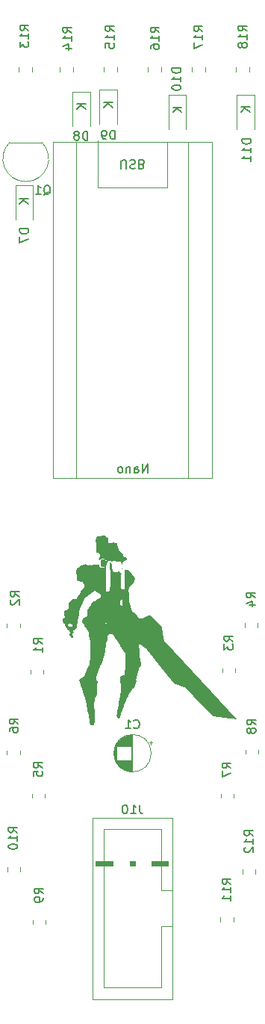
<source format=gbr>
%TF.GenerationSoftware,KiCad,Pcbnew,(6.0.10-0)*%
%TF.CreationDate,2023-02-15T18:47:27+02:00*%
%TF.ProjectId,gtoe,67746f65-2e6b-4696-9361-645f70636258,rev?*%
%TF.SameCoordinates,Original*%
%TF.FileFunction,Legend,Bot*%
%TF.FilePolarity,Positive*%
%FSLAX46Y46*%
G04 Gerber Fmt 4.6, Leading zero omitted, Abs format (unit mm)*
G04 Created by KiCad (PCBNEW (6.0.10-0)) date 2023-02-15 18:47:27*
%MOMM*%
%LPD*%
G01*
G04 APERTURE LIST*
%ADD10C,0.000000*%
%ADD11C,0.150000*%
%ADD12C,0.120000*%
G04 APERTURE END LIST*
D10*
G36*
X112446349Y-105076036D02*
G01*
X112455708Y-104978318D01*
X112471504Y-104738808D01*
X112483079Y-104451246D01*
X112486531Y-104291220D01*
X112649623Y-104291220D01*
X112649831Y-104296026D01*
X112650285Y-104301086D01*
X112650981Y-104306363D01*
X112651917Y-104311820D01*
X112653090Y-104317419D01*
X112654499Y-104323124D01*
X112656140Y-104328896D01*
X112658010Y-104334700D01*
X112660108Y-104340497D01*
X112662386Y-104346120D01*
X112664769Y-104351416D01*
X112667238Y-104356365D01*
X112669773Y-104360948D01*
X112672355Y-104365142D01*
X112674963Y-104368930D01*
X112677579Y-104372289D01*
X112680183Y-104375200D01*
X112682756Y-104377642D01*
X112685277Y-104379596D01*
X112686513Y-104380384D01*
X112687728Y-104381041D01*
X112688921Y-104381567D01*
X112690089Y-104381957D01*
X112691230Y-104382211D01*
X112692340Y-104382324D01*
X112693419Y-104382295D01*
X112694462Y-104382121D01*
X112695469Y-104381800D01*
X112696436Y-104381328D01*
X112697361Y-104380704D01*
X112698241Y-104379925D01*
X112699065Y-104379000D01*
X112699823Y-104377941D01*
X112700515Y-104376754D01*
X112701141Y-104375442D01*
X112701702Y-104374011D01*
X112702198Y-104372465D01*
X112702630Y-104370810D01*
X112702997Y-104369048D01*
X112703541Y-104365228D01*
X112703831Y-104361042D01*
X112703870Y-104356528D01*
X112703661Y-104351722D01*
X112703208Y-104346662D01*
X112702511Y-104341385D01*
X112701574Y-104335928D01*
X112700400Y-104330328D01*
X112698991Y-104324624D01*
X112697350Y-104318851D01*
X112695479Y-104313048D01*
X112693381Y-104307251D01*
X112691105Y-104301628D01*
X112688723Y-104296331D01*
X112686254Y-104291382D01*
X112683720Y-104286800D01*
X112681139Y-104282605D01*
X112678530Y-104278818D01*
X112675914Y-104275459D01*
X112673309Y-104272548D01*
X112670736Y-104270105D01*
X112668214Y-104268151D01*
X112666979Y-104267364D01*
X112665763Y-104266706D01*
X112664570Y-104266181D01*
X112663401Y-104265790D01*
X112662261Y-104265537D01*
X112661150Y-104265424D01*
X112660071Y-104265453D01*
X112659027Y-104265626D01*
X112658021Y-104265948D01*
X112657054Y-104266419D01*
X112656129Y-104267043D01*
X112655248Y-104267822D01*
X112654425Y-104268748D01*
X112653668Y-104269806D01*
X112652977Y-104270994D01*
X112652351Y-104272306D01*
X112651790Y-104273737D01*
X112651294Y-104275282D01*
X112650863Y-104276938D01*
X112650496Y-104278699D01*
X112649953Y-104282519D01*
X112649663Y-104286705D01*
X112649623Y-104291220D01*
X112486531Y-104291220D01*
X112490042Y-104128493D01*
X112492002Y-103783404D01*
X112488569Y-103428840D01*
X112479352Y-103077658D01*
X112465174Y-102725760D01*
X112450015Y-102428848D01*
X112435692Y-102218180D01*
X112429411Y-102154955D01*
X112424021Y-102125013D01*
X112420833Y-102116720D01*
X112418275Y-102109102D01*
X112416338Y-102102154D01*
X112415010Y-102095874D01*
X112414284Y-102090259D01*
X112414151Y-102085306D01*
X112414599Y-102081012D01*
X112415622Y-102077373D01*
X112416345Y-102075798D01*
X112417208Y-102074387D01*
X112418210Y-102073137D01*
X112419349Y-102072050D01*
X112420625Y-102071124D01*
X112422036Y-102070360D01*
X112423581Y-102069756D01*
X112425259Y-102069313D01*
X112429009Y-102068906D01*
X112433276Y-102069137D01*
X112438052Y-102070003D01*
X112443326Y-102071499D01*
X112449090Y-102073624D01*
X112455334Y-102076373D01*
X112462050Y-102079745D01*
X112469227Y-102083736D01*
X112476856Y-102088343D01*
X112484928Y-102093562D01*
X112493435Y-102099392D01*
X112502365Y-102105828D01*
X112511711Y-102112868D01*
X112521462Y-102120508D01*
X112531610Y-102128747D01*
X112542145Y-102137580D01*
X112553058Y-102147004D01*
X112564340Y-102157017D01*
X112575980Y-102167615D01*
X112587971Y-102178796D01*
X112608369Y-102198169D01*
X112626295Y-102215715D01*
X112641915Y-102231940D01*
X112648912Y-102239715D01*
X112655395Y-102247350D01*
X112661385Y-102254907D01*
X112666901Y-102262450D01*
X112671966Y-102270042D01*
X112676599Y-102277746D01*
X112680822Y-102285625D01*
X112684655Y-102293744D01*
X112688118Y-102302164D01*
X112691234Y-102310949D01*
X112694021Y-102320163D01*
X112696502Y-102329868D01*
X112698696Y-102340128D01*
X112700625Y-102351006D01*
X112702310Y-102362565D01*
X112703770Y-102374869D01*
X112705027Y-102387980D01*
X112706102Y-102401963D01*
X112707786Y-102432793D01*
X112708989Y-102467865D01*
X112709876Y-102507685D01*
X112710614Y-102552758D01*
X112713341Y-102664881D01*
X112715489Y-102713565D01*
X112718277Y-102757831D01*
X112721792Y-102798056D01*
X112726121Y-102834615D01*
X112731353Y-102867886D01*
X112737575Y-102898243D01*
X112744874Y-102926063D01*
X112753339Y-102951721D01*
X112763056Y-102975595D01*
X112774114Y-102998059D01*
X112786599Y-103019490D01*
X112800600Y-103040264D01*
X112816204Y-103060757D01*
X112833498Y-103081345D01*
X112846326Y-103095737D01*
X112858294Y-103108427D01*
X112864056Y-103114159D01*
X112869725Y-103119497D01*
X112875339Y-103124450D01*
X112880940Y-103129029D01*
X112886568Y-103133244D01*
X112892263Y-103137106D01*
X112898065Y-103140625D01*
X112904015Y-103143810D01*
X112910152Y-103146672D01*
X112916518Y-103149222D01*
X112923152Y-103151470D01*
X112930095Y-103153426D01*
X112937388Y-103155100D01*
X112945069Y-103156502D01*
X112953180Y-103157644D01*
X112961761Y-103158534D01*
X112970852Y-103159184D01*
X112980494Y-103159604D01*
X112990726Y-103159803D01*
X113001589Y-103159793D01*
X113025370Y-103159184D01*
X113052159Y-103157859D01*
X113082277Y-103155900D01*
X113116048Y-103153390D01*
X113204147Y-103145719D01*
X113292038Y-103136570D01*
X113369536Y-103127092D01*
X113401205Y-103122588D01*
X113426456Y-103118434D01*
X113439441Y-103116287D01*
X113451882Y-103114671D01*
X113463784Y-103113585D01*
X113475152Y-103113031D01*
X113485992Y-103113009D01*
X113496308Y-103113522D01*
X113506106Y-103114569D01*
X113515391Y-103116151D01*
X113524167Y-103118271D01*
X113532440Y-103120927D01*
X113540215Y-103124122D01*
X113547497Y-103127856D01*
X113554292Y-103132131D01*
X113560604Y-103136947D01*
X113566438Y-103142304D01*
X113571800Y-103148205D01*
X113575779Y-103153180D01*
X113579351Y-103158017D01*
X113582510Y-103162691D01*
X113585251Y-103167177D01*
X113587567Y-103171449D01*
X113589452Y-103175482D01*
X113590902Y-103179252D01*
X113591909Y-103182733D01*
X113592467Y-103185900D01*
X113592577Y-103187358D01*
X113592572Y-103188728D01*
X113592452Y-103190007D01*
X113592216Y-103191191D01*
X113591864Y-103192279D01*
X113591395Y-103193266D01*
X113590807Y-103194149D01*
X113590101Y-103194925D01*
X113589275Y-103195592D01*
X113588329Y-103196145D01*
X113587263Y-103196582D01*
X113586074Y-103196900D01*
X113584763Y-103197095D01*
X113583329Y-103197165D01*
X113581981Y-103197256D01*
X113580926Y-103197513D01*
X113580158Y-103197934D01*
X113579881Y-103198203D01*
X113579673Y-103198512D01*
X113579534Y-103198859D01*
X113579465Y-103199245D01*
X113579529Y-103200127D01*
X113579861Y-103201156D01*
X113580455Y-103202326D01*
X113581306Y-103203633D01*
X113582411Y-103205074D01*
X113583763Y-103206644D01*
X113585357Y-103208339D01*
X113587190Y-103210155D01*
X113589255Y-103212088D01*
X113594064Y-103216287D01*
X113599745Y-103220902D01*
X113606258Y-103225901D01*
X113613563Y-103231250D01*
X113621622Y-103236916D01*
X113630394Y-103242865D01*
X113639839Y-103249065D01*
X113649919Y-103255482D01*
X113660594Y-103262082D01*
X113695449Y-103283627D01*
X113709353Y-103292772D01*
X113721011Y-103301163D01*
X113726022Y-103305153D01*
X113730500Y-103309048D01*
X113734455Y-103312878D01*
X113737896Y-103316675D01*
X113740834Y-103320470D01*
X113743278Y-103324293D01*
X113745236Y-103328177D01*
X113746720Y-103332150D01*
X113747739Y-103336246D01*
X113748302Y-103340495D01*
X113748419Y-103344927D01*
X113748099Y-103349574D01*
X113747352Y-103354467D01*
X113746189Y-103359637D01*
X113744617Y-103365116D01*
X113742648Y-103370933D01*
X113737554Y-103383708D01*
X113730983Y-103398212D01*
X113713721Y-103433398D01*
X113705712Y-103450603D01*
X113698626Y-103468585D01*
X113692437Y-103487889D01*
X113687120Y-103509065D01*
X113682649Y-103532657D01*
X113678998Y-103559213D01*
X113676141Y-103589280D01*
X113674053Y-103623405D01*
X113672708Y-103662134D01*
X113672079Y-103706014D01*
X113672142Y-103755593D01*
X113672871Y-103811416D01*
X113674239Y-103874031D01*
X113676221Y-103943985D01*
X113681924Y-104108095D01*
X113691952Y-104346689D01*
X113703482Y-104576313D01*
X113715089Y-104770845D01*
X113725349Y-104904164D01*
X113747427Y-105132058D01*
X113861649Y-105113519D01*
X113873641Y-105111824D01*
X113885917Y-105110572D01*
X113898388Y-105109751D01*
X113910965Y-105109352D01*
X113923559Y-105109364D01*
X113936082Y-105109776D01*
X113948444Y-105110579D01*
X113960557Y-105111762D01*
X113972332Y-105113315D01*
X113983680Y-105115228D01*
X113994513Y-105117490D01*
X114004740Y-105120091D01*
X114014275Y-105123020D01*
X114023026Y-105126268D01*
X114030907Y-105129825D01*
X114037828Y-105133679D01*
X114044249Y-105137509D01*
X114050707Y-105141016D01*
X114057159Y-105144190D01*
X114063562Y-105147022D01*
X114069873Y-105149504D01*
X114076050Y-105151626D01*
X114082050Y-105153380D01*
X114087830Y-105154756D01*
X114093348Y-105155746D01*
X114098562Y-105156341D01*
X114103427Y-105156531D01*
X114107903Y-105156308D01*
X114111946Y-105155662D01*
X114115513Y-105154585D01*
X114117106Y-105153883D01*
X114118563Y-105153068D01*
X114119880Y-105152142D01*
X114121051Y-105151102D01*
X114126177Y-105129121D01*
X114130419Y-105077100D01*
X114136356Y-104899568D01*
X114139064Y-104651768D01*
X114138742Y-104366962D01*
X114135594Y-104078410D01*
X114129819Y-103819376D01*
X114121619Y-103623119D01*
X114116673Y-103558927D01*
X114111196Y-103522903D01*
X114108704Y-103512467D01*
X114106394Y-103499768D01*
X114104272Y-103484981D01*
X114102346Y-103468280D01*
X114099110Y-103429836D01*
X114096743Y-103385833D01*
X114095304Y-103337668D01*
X114094848Y-103286740D01*
X114095434Y-103234445D01*
X114097120Y-103182181D01*
X114108055Y-102931112D01*
X114327036Y-102931112D01*
X114370571Y-102931566D01*
X114410308Y-102932867D01*
X114445440Y-102934923D01*
X114475161Y-102937644D01*
X114498663Y-102940937D01*
X114507829Y-102942770D01*
X114515138Y-102944712D01*
X114520489Y-102946752D01*
X114523781Y-102948878D01*
X114524623Y-102949969D01*
X114524913Y-102951078D01*
X114524638Y-102952203D01*
X114523784Y-102953342D01*
X114521689Y-102956061D01*
X114520296Y-102959278D01*
X114519573Y-102962955D01*
X114519487Y-102967053D01*
X114520006Y-102971534D01*
X114521099Y-102976361D01*
X114522732Y-102981493D01*
X114524874Y-102986894D01*
X114527492Y-102992525D01*
X114530555Y-102998347D01*
X114537882Y-103010413D01*
X114546598Y-103022785D01*
X114556445Y-103035156D01*
X114567165Y-103047220D01*
X114578500Y-103058671D01*
X114590191Y-103069201D01*
X114601981Y-103078504D01*
X114607832Y-103082600D01*
X114613611Y-103086274D01*
X114619286Y-103089488D01*
X114624824Y-103092203D01*
X114630193Y-103094382D01*
X114635361Y-103095986D01*
X114640296Y-103096976D01*
X114644965Y-103097315D01*
X114646587Y-103097217D01*
X114648027Y-103096927D01*
X114649286Y-103096449D01*
X114650367Y-103095788D01*
X114651271Y-103094949D01*
X114652000Y-103093937D01*
X114652557Y-103092757D01*
X114652943Y-103091413D01*
X114653159Y-103089910D01*
X114653209Y-103088253D01*
X114653093Y-103086446D01*
X114652814Y-103084496D01*
X114652374Y-103082405D01*
X114651774Y-103080180D01*
X114651016Y-103077824D01*
X114650103Y-103075344D01*
X114649035Y-103072742D01*
X114647816Y-103070026D01*
X114646446Y-103067198D01*
X114644928Y-103064264D01*
X114643264Y-103061228D01*
X114641456Y-103058097D01*
X114639505Y-103054873D01*
X114637413Y-103051563D01*
X114635182Y-103048170D01*
X114632815Y-103044700D01*
X114630312Y-103041158D01*
X114627677Y-103037548D01*
X114624910Y-103033874D01*
X114622014Y-103030143D01*
X114615841Y-103022525D01*
X114610140Y-103015509D01*
X114605877Y-103009875D01*
X114604275Y-103007569D01*
X114603020Y-103005600D01*
X114602108Y-103003966D01*
X114601536Y-103002664D01*
X114601300Y-103001691D01*
X114601306Y-103001327D01*
X114601394Y-103001045D01*
X114601564Y-103000843D01*
X114601816Y-103000723D01*
X114602561Y-103000722D01*
X114603624Y-103001039D01*
X114605003Y-103001673D01*
X114606693Y-103002620D01*
X114608690Y-103003878D01*
X114613589Y-103007315D01*
X114619667Y-103011962D01*
X114626891Y-103017799D01*
X114635230Y-103024804D01*
X114644652Y-103032956D01*
X114655123Y-103042233D01*
X114666611Y-103052614D01*
X114679085Y-103064078D01*
X114693077Y-103077523D01*
X114709026Y-103093717D01*
X114746065Y-103133485D01*
X114788738Y-103181645D01*
X114835585Y-103236460D01*
X114885143Y-103296194D01*
X114935950Y-103359108D01*
X114986546Y-103423468D01*
X115035467Y-103487535D01*
X115100065Y-103574643D01*
X115151869Y-103647476D01*
X115173376Y-103679292D01*
X115192167Y-103708444D01*
X115208402Y-103735232D01*
X115222243Y-103759958D01*
X115233850Y-103782923D01*
X115243385Y-103804428D01*
X115251007Y-103824774D01*
X115256877Y-103844263D01*
X115261157Y-103863196D01*
X115264006Y-103881874D01*
X115265587Y-103900598D01*
X115266058Y-103919670D01*
X115265289Y-103964430D01*
X115262968Y-104006384D01*
X115258863Y-104045975D01*
X115252743Y-104083646D01*
X115244376Y-104119839D01*
X115233531Y-104154997D01*
X115219975Y-104189562D01*
X115203477Y-104223979D01*
X115183806Y-104258689D01*
X115160729Y-104294135D01*
X115134014Y-104330760D01*
X115103431Y-104369007D01*
X115068747Y-104409319D01*
X115029731Y-104452138D01*
X114986151Y-104497907D01*
X114937775Y-104547069D01*
X114861677Y-104625026D01*
X114828099Y-104660795D01*
X114797382Y-104694592D01*
X114769436Y-104726542D01*
X114744171Y-104756771D01*
X114721496Y-104785405D01*
X114701323Y-104812569D01*
X114683560Y-104838390D01*
X114668118Y-104862992D01*
X114654907Y-104886502D01*
X114643837Y-104909045D01*
X114634819Y-104930747D01*
X114627761Y-104951733D01*
X114622574Y-104972129D01*
X114619168Y-104992061D01*
X114618806Y-104993983D01*
X114618170Y-104996299D01*
X114617276Y-104998977D01*
X114616138Y-105001987D01*
X114614772Y-105005298D01*
X114613194Y-105008878D01*
X114611419Y-105012697D01*
X114609463Y-105016723D01*
X114605068Y-105025274D01*
X114600133Y-105034282D01*
X114594781Y-105043499D01*
X114589136Y-105052677D01*
X114582896Y-105080576D01*
X114579379Y-105137340D01*
X114579572Y-105321208D01*
X114587826Y-105571774D01*
X114602256Y-105856533D01*
X114620976Y-106142977D01*
X114642097Y-106398600D01*
X114663735Y-106590897D01*
X114674158Y-106653139D01*
X114684003Y-106687360D01*
X114688442Y-106696892D01*
X114693118Y-106708248D01*
X114697992Y-106721280D01*
X114703022Y-106735840D01*
X114713397Y-106768953D01*
X114723926Y-106806402D01*
X114734292Y-106847006D01*
X114744180Y-106889580D01*
X114753271Y-106932941D01*
X114761250Y-106975906D01*
X114770116Y-107020850D01*
X114781747Y-107069882D01*
X114795649Y-107121421D01*
X114811328Y-107173886D01*
X114828288Y-107225696D01*
X114846034Y-107275271D01*
X114864072Y-107321028D01*
X114881906Y-107361387D01*
X114899015Y-107398060D01*
X114914977Y-107433256D01*
X114929442Y-107466134D01*
X114942061Y-107495852D01*
X114952484Y-107521572D01*
X114960361Y-107542451D01*
X114965344Y-107557649D01*
X114966641Y-107562855D01*
X114967083Y-107566326D01*
X114967501Y-107573168D01*
X114968731Y-107580419D01*
X114970730Y-107588036D01*
X114973459Y-107595980D01*
X114976878Y-107604209D01*
X114980945Y-107612682D01*
X114990864Y-107630197D01*
X115002893Y-107648196D01*
X115016709Y-107666351D01*
X115031988Y-107684335D01*
X115048407Y-107701819D01*
X115065642Y-107718475D01*
X115083370Y-107733974D01*
X115101267Y-107747990D01*
X115119010Y-107760193D01*
X115136275Y-107770255D01*
X115144627Y-107774381D01*
X115152739Y-107777849D01*
X115160569Y-107780617D01*
X115168078Y-107782646D01*
X115175225Y-107783893D01*
X115181970Y-107784317D01*
X115186557Y-107784454D01*
X115191263Y-107784863D01*
X115196083Y-107785541D01*
X115201014Y-107786484D01*
X115211189Y-107789158D01*
X115221753Y-107792860D01*
X115232671Y-107797568D01*
X115243909Y-107803257D01*
X115255432Y-107809905D01*
X115267204Y-107817487D01*
X115279192Y-107825980D01*
X115291361Y-107835361D01*
X115303676Y-107845606D01*
X115316102Y-107856692D01*
X115328604Y-107868595D01*
X115341147Y-107881292D01*
X115353698Y-107894759D01*
X115366221Y-107908973D01*
X115462457Y-108018196D01*
X115561942Y-108125783D01*
X115659858Y-108227100D01*
X115751387Y-108317513D01*
X115831712Y-108392388D01*
X115866168Y-108422551D01*
X115896016Y-108447092D01*
X115920654Y-108465431D01*
X115939480Y-108476991D01*
X115946525Y-108480047D01*
X115951892Y-108481191D01*
X115955504Y-108480350D01*
X115957287Y-108477452D01*
X115960776Y-108472899D01*
X115969499Y-108466411D01*
X116001312Y-108448176D01*
X116113027Y-108394496D01*
X116271007Y-108325159D01*
X116453825Y-108248912D01*
X116640056Y-108174503D01*
X116808274Y-108110678D01*
X116937052Y-108066184D01*
X116979956Y-108053920D01*
X117004966Y-108049769D01*
X117011190Y-108053109D01*
X117024093Y-108062772D01*
X117068505Y-108099772D01*
X117135329Y-108158186D01*
X117221695Y-108235427D01*
X117324729Y-108328912D01*
X117441561Y-108436056D01*
X117569319Y-108554273D01*
X117705131Y-108680979D01*
X118378501Y-109311709D01*
X118470726Y-110118656D01*
X118524662Y-110576066D01*
X118544841Y-110723126D01*
X118563108Y-110828536D01*
X118572139Y-110868616D01*
X118581427Y-110901877D01*
X118591218Y-110929517D01*
X118601758Y-110952734D01*
X118613291Y-110972726D01*
X118626063Y-110990690D01*
X118656304Y-111025329D01*
X123943870Y-116698704D01*
X126843916Y-119841672D01*
X126811302Y-119839688D01*
X126728066Y-119830763D01*
X126432120Y-119794888D01*
X126000864Y-119739649D01*
X125479081Y-119670652D01*
X124140612Y-119491235D01*
X123450227Y-118781845D01*
X121906562Y-117191563D01*
X121053278Y-116310614D01*
X120361986Y-116043087D01*
X119670694Y-115775558D01*
X118265336Y-113998756D01*
X116656260Y-111956025D01*
X116615724Y-111904151D01*
X116578654Y-111858745D01*
X116545810Y-111820587D01*
X116517948Y-111790458D01*
X116506123Y-111778648D01*
X116495827Y-111769137D01*
X116487156Y-111762024D01*
X116480205Y-111757405D01*
X116475067Y-111755378D01*
X116473208Y-111755367D01*
X116471839Y-111756041D01*
X116470970Y-111757412D01*
X116470614Y-111759491D01*
X116471487Y-111765826D01*
X116472612Y-111770901D01*
X116473300Y-111775409D01*
X116473538Y-111779344D01*
X116473486Y-111781094D01*
X116473317Y-111782698D01*
X116473030Y-111784154D01*
X116472624Y-111785463D01*
X116472097Y-111786622D01*
X116471448Y-111787632D01*
X116470675Y-111788490D01*
X116469777Y-111789197D01*
X116468753Y-111789751D01*
X116467600Y-111790151D01*
X116466319Y-111790396D01*
X116464906Y-111790486D01*
X116463361Y-111790419D01*
X116461683Y-111790195D01*
X116459870Y-111789813D01*
X116457920Y-111789271D01*
X116453605Y-111787705D01*
X116448726Y-111785491D01*
X116443273Y-111782621D01*
X116437235Y-111779087D01*
X116430598Y-111774882D01*
X116423353Y-111769999D01*
X116415487Y-111764429D01*
X116406990Y-111758166D01*
X116397849Y-111751202D01*
X116388053Y-111743529D01*
X116377592Y-111735141D01*
X116366453Y-111726029D01*
X116354625Y-111716186D01*
X116328856Y-111694277D01*
X116300194Y-111669354D01*
X116268548Y-111641357D01*
X116252798Y-111627237D01*
X116432147Y-111627237D01*
X116432193Y-111633239D01*
X116432438Y-111638835D01*
X116432874Y-111644003D01*
X116433492Y-111648721D01*
X116434283Y-111652966D01*
X116435238Y-111656715D01*
X116436349Y-111659947D01*
X116437606Y-111662639D01*
X116439001Y-111664769D01*
X116439747Y-111665616D01*
X116440525Y-111666313D01*
X116441332Y-111666860D01*
X116442169Y-111667251D01*
X116443033Y-111667485D01*
X116443924Y-111667559D01*
X116444841Y-111667470D01*
X116445782Y-111667215D01*
X116446747Y-111666792D01*
X116447734Y-111666197D01*
X116448742Y-111665428D01*
X116449770Y-111664482D01*
X116450776Y-111663396D01*
X116451725Y-111662211D01*
X116452615Y-111660930D01*
X116453447Y-111659558D01*
X116454221Y-111658100D01*
X116454936Y-111656558D01*
X116455592Y-111654938D01*
X116456189Y-111653243D01*
X116457206Y-111649645D01*
X116457985Y-111645798D01*
X116458525Y-111641733D01*
X116458824Y-111637484D01*
X116458880Y-111633083D01*
X116458694Y-111628563D01*
X116458262Y-111623956D01*
X116457584Y-111619296D01*
X116456658Y-111614615D01*
X116455482Y-111609945D01*
X116454057Y-111605320D01*
X116452379Y-111600772D01*
X116452389Y-111600763D01*
X116451403Y-111598378D01*
X116450433Y-111596194D01*
X116449480Y-111594210D01*
X116448546Y-111592426D01*
X116447630Y-111590840D01*
X116446733Y-111589453D01*
X116445856Y-111588263D01*
X116445000Y-111587270D01*
X116444165Y-111586474D01*
X116443352Y-111585873D01*
X116442561Y-111585467D01*
X116441794Y-111585256D01*
X116441050Y-111585239D01*
X116440331Y-111585414D01*
X116439637Y-111585782D01*
X116438968Y-111586342D01*
X116438326Y-111587093D01*
X116437712Y-111588034D01*
X116437125Y-111589165D01*
X116436566Y-111590486D01*
X116436036Y-111591994D01*
X116435536Y-111593691D01*
X116435066Y-111595575D01*
X116434628Y-111597646D01*
X116434220Y-111599903D01*
X116433846Y-111602345D01*
X116433504Y-111604971D01*
X116433195Y-111607782D01*
X116432682Y-111613952D01*
X116432310Y-111620851D01*
X116432147Y-111627237D01*
X116252798Y-111627237D01*
X116233825Y-111610227D01*
X116151101Y-111536126D01*
X116118160Y-111507270D01*
X116396445Y-111507270D01*
X116396560Y-111511669D01*
X116396897Y-111515719D01*
X116397446Y-111519409D01*
X116398194Y-111522728D01*
X116398639Y-111524244D01*
X116399130Y-111525663D01*
X116399665Y-111526984D01*
X116400243Y-111528204D01*
X116400862Y-111529324D01*
X116401521Y-111530340D01*
X116402219Y-111531252D01*
X116402954Y-111532058D01*
X116403725Y-111532758D01*
X116404530Y-111533348D01*
X116405368Y-111533829D01*
X116406237Y-111534199D01*
X116407136Y-111534455D01*
X116408064Y-111534598D01*
X116409019Y-111534624D01*
X116410000Y-111534534D01*
X116411005Y-111534325D01*
X116412033Y-111533997D01*
X116413083Y-111533547D01*
X116414152Y-111532974D01*
X116415241Y-111532277D01*
X116416346Y-111531455D01*
X116417467Y-111530506D01*
X116418603Y-111529428D01*
X116419710Y-111528263D01*
X116420745Y-111527056D01*
X116421709Y-111525809D01*
X116422602Y-111524524D01*
X116423423Y-111523206D01*
X116424173Y-111521856D01*
X116424851Y-111520478D01*
X116425458Y-111519075D01*
X116425993Y-111517648D01*
X116426457Y-111516202D01*
X116426850Y-111514739D01*
X116427172Y-111513261D01*
X116427421Y-111511772D01*
X116427600Y-111510275D01*
X116427707Y-111508772D01*
X116427743Y-111507266D01*
X116427707Y-111505760D01*
X116427600Y-111504256D01*
X116427421Y-111502759D01*
X116427172Y-111501270D01*
X116426850Y-111499792D01*
X116426457Y-111498329D01*
X116425993Y-111496883D01*
X116425458Y-111495456D01*
X116424851Y-111494053D01*
X116424173Y-111492675D01*
X116423423Y-111491325D01*
X116422602Y-111490007D01*
X116421709Y-111488723D01*
X116420745Y-111487475D01*
X116419710Y-111486268D01*
X116418603Y-111485103D01*
X116418603Y-111485112D01*
X116417467Y-111484034D01*
X116416346Y-111483084D01*
X116415241Y-111482261D01*
X116414152Y-111481564D01*
X116413083Y-111480991D01*
X116412033Y-111480540D01*
X116411005Y-111480210D01*
X116410000Y-111480000D01*
X116409019Y-111479909D01*
X116408064Y-111479935D01*
X116407136Y-111480076D01*
X116406237Y-111480332D01*
X116405368Y-111480700D01*
X116404530Y-111481180D01*
X116403725Y-111481769D01*
X116402954Y-111482468D01*
X116402219Y-111483273D01*
X116401521Y-111484185D01*
X116400862Y-111485200D01*
X116400243Y-111486319D01*
X116399665Y-111487540D01*
X116399130Y-111488860D01*
X116398639Y-111490280D01*
X116398194Y-111491797D01*
X116397795Y-111493409D01*
X116397446Y-111495117D01*
X116397146Y-111496918D01*
X116396897Y-111498810D01*
X116396702Y-111500793D01*
X116396560Y-111502865D01*
X116396474Y-111505024D01*
X116396445Y-111507270D01*
X116118160Y-111507270D01*
X116116700Y-111505991D01*
X116086246Y-111480091D01*
X116059217Y-111458146D01*
X116035092Y-111439874D01*
X116013349Y-111424996D01*
X115993468Y-111413231D01*
X115974928Y-111404297D01*
X115957206Y-111397913D01*
X115939783Y-111393800D01*
X115922136Y-111391676D01*
X115903745Y-111391260D01*
X115884088Y-111392272D01*
X115862644Y-111394430D01*
X115838892Y-111397455D01*
X115818300Y-111400336D01*
X115799928Y-111403188D01*
X115783695Y-111406066D01*
X115769519Y-111409025D01*
X115757318Y-111412122D01*
X115747010Y-111415411D01*
X115738512Y-111418947D01*
X115734917Y-111420825D01*
X115731744Y-111422786D01*
X115728983Y-111424837D01*
X115726624Y-111426984D01*
X115724655Y-111429234D01*
X115723068Y-111431595D01*
X115721852Y-111434073D01*
X115720997Y-111436675D01*
X115720492Y-111439408D01*
X115720327Y-111442279D01*
X115720492Y-111445296D01*
X115720977Y-111448464D01*
X115722865Y-111455283D01*
X115725908Y-111462792D01*
X115730026Y-111471048D01*
X115733330Y-111481099D01*
X115737136Y-111499587D01*
X115746073Y-111560006D01*
X115756477Y-111648566D01*
X115767989Y-111761528D01*
X115780247Y-111895153D01*
X115792891Y-112045702D01*
X115805560Y-112209437D01*
X115817893Y-112382619D01*
X115850179Y-112825832D01*
X115863781Y-112979687D01*
X115876708Y-113096293D01*
X115889722Y-113181592D01*
X115903587Y-113241524D01*
X115911078Y-113263834D01*
X115919067Y-113282029D01*
X115927651Y-113296852D01*
X115936925Y-113309046D01*
X115944848Y-113318825D01*
X115952147Y-113329201D01*
X115958839Y-113340243D01*
X115964937Y-113352019D01*
X115970459Y-113364598D01*
X115975419Y-113378048D01*
X115979833Y-113392438D01*
X115983717Y-113407835D01*
X115987085Y-113424308D01*
X115989954Y-113441926D01*
X115992340Y-113460756D01*
X115994256Y-113480867D01*
X115995720Y-113502328D01*
X115996746Y-113525207D01*
X115997351Y-113549571D01*
X115997549Y-113575491D01*
X115997141Y-113616813D01*
X115995857Y-113654755D01*
X115993605Y-113689529D01*
X115990292Y-113721343D01*
X115985826Y-113750409D01*
X115980117Y-113776937D01*
X115973070Y-113801138D01*
X115964596Y-113823222D01*
X115954601Y-113843399D01*
X115942994Y-113861881D01*
X115929682Y-113878877D01*
X115914574Y-113894598D01*
X115897577Y-113909254D01*
X115878601Y-113923057D01*
X115857552Y-113936216D01*
X115834338Y-113948942D01*
X115819715Y-113956813D01*
X115812952Y-113960727D01*
X115806538Y-113964662D01*
X115800458Y-113968643D01*
X115794702Y-113972698D01*
X115789254Y-113976853D01*
X115784103Y-113981134D01*
X115779236Y-113985567D01*
X115774639Y-113990179D01*
X115770299Y-113994997D01*
X115766205Y-114000046D01*
X115762341Y-114005353D01*
X115758697Y-114010945D01*
X115755258Y-114016847D01*
X115752012Y-114023086D01*
X115748946Y-114029689D01*
X115746046Y-114036682D01*
X115743301Y-114044091D01*
X115740696Y-114051942D01*
X115738219Y-114060263D01*
X115735857Y-114069079D01*
X115733597Y-114078416D01*
X115731426Y-114088302D01*
X115727299Y-114109824D01*
X115723373Y-114133854D01*
X115719543Y-114160604D01*
X115715706Y-114190286D01*
X115709726Y-114229712D01*
X115700563Y-114278159D01*
X115673916Y-114397728D01*
X115638209Y-114540220D01*
X115595887Y-114696863D01*
X115549396Y-114858884D01*
X115501181Y-115017512D01*
X115453686Y-115163974D01*
X115409356Y-115289497D01*
X115393060Y-115333997D01*
X115386687Y-115352541D01*
X115381504Y-115368904D01*
X115377518Y-115383304D01*
X115374734Y-115395959D01*
X115373158Y-115407086D01*
X115372825Y-115412145D01*
X115372796Y-115416903D01*
X115373073Y-115421388D01*
X115373654Y-115425627D01*
X115374543Y-115429648D01*
X115375738Y-115433477D01*
X115377242Y-115437142D01*
X115379054Y-115440670D01*
X115381175Y-115444087D01*
X115383606Y-115447423D01*
X115389402Y-115453954D01*
X115396447Y-115460481D01*
X115404747Y-115467222D01*
X115414307Y-115474393D01*
X115419234Y-115478103D01*
X115423797Y-115481808D01*
X115427984Y-115485572D01*
X115431782Y-115489461D01*
X115435179Y-115493538D01*
X115438161Y-115497866D01*
X115439494Y-115500145D01*
X115440718Y-115502511D01*
X115441833Y-115504972D01*
X115442836Y-115507536D01*
X115443726Y-115510211D01*
X115444502Y-115513005D01*
X115445162Y-115515926D01*
X115445705Y-115518983D01*
X115446128Y-115522182D01*
X115446431Y-115525533D01*
X115446669Y-115532719D01*
X115446404Y-115540607D01*
X115445626Y-115549259D01*
X115444322Y-115558740D01*
X115442479Y-115569113D01*
X115440084Y-115580444D01*
X115437125Y-115592796D01*
X115433590Y-115606233D01*
X115429466Y-115620819D01*
X115424740Y-115636619D01*
X115419401Y-115653696D01*
X115413435Y-115672115D01*
X115406829Y-115691939D01*
X115391652Y-115736061D01*
X115373768Y-115786574D01*
X115353078Y-115843991D01*
X115329482Y-115908825D01*
X115292708Y-116007436D01*
X115259745Y-116091142D01*
X115230169Y-116160782D01*
X115203557Y-116217195D01*
X115191230Y-116240703D01*
X115179485Y-116261220D01*
X115168270Y-116278849D01*
X115157531Y-116293697D01*
X115147216Y-116305866D01*
X115137271Y-116315463D01*
X115127644Y-116322592D01*
X115118282Y-116327358D01*
X115110796Y-116330652D01*
X115102453Y-116334987D01*
X115093343Y-116340290D01*
X115083554Y-116346493D01*
X115073175Y-116353523D01*
X115062293Y-116361311D01*
X115050999Y-116369785D01*
X115039381Y-116378875D01*
X115027526Y-116388510D01*
X115015524Y-116398620D01*
X115003464Y-116409134D01*
X114991434Y-116419981D01*
X114979522Y-116431090D01*
X114967818Y-116442391D01*
X114956410Y-116453812D01*
X114945386Y-116465285D01*
X114911892Y-116506563D01*
X114871437Y-116566058D01*
X114824887Y-116641970D01*
X114773107Y-116732504D01*
X114657322Y-116950243D01*
X114531011Y-117204897D01*
X114401100Y-117482087D01*
X114274517Y-117767432D01*
X114158189Y-118046555D01*
X114059044Y-118305076D01*
X114016120Y-118420343D01*
X113961604Y-118562176D01*
X113902496Y-118712579D01*
X113845790Y-118853554D01*
X113818238Y-118922551D01*
X113789326Y-118997671D01*
X113730872Y-119156627D01*
X113677325Y-119311118D01*
X113654548Y-119380657D01*
X113635584Y-119441841D01*
X113619712Y-119493612D01*
X113604556Y-119539810D01*
X113589910Y-119580630D01*
X113575568Y-119616268D01*
X113561326Y-119646918D01*
X113546977Y-119672776D01*
X113539699Y-119683969D01*
X113532317Y-119694037D01*
X113524806Y-119703004D01*
X113517140Y-119710895D01*
X113509293Y-119717735D01*
X113501239Y-119723547D01*
X113492954Y-119728355D01*
X113484411Y-119732186D01*
X113475585Y-119735061D01*
X113466450Y-119737007D01*
X113456980Y-119738048D01*
X113447149Y-119738207D01*
X113436933Y-119737510D01*
X113426304Y-119735980D01*
X113403710Y-119730521D01*
X113379160Y-119722025D01*
X113352449Y-119710687D01*
X113335230Y-119702074D01*
X113319218Y-119692362D01*
X113304424Y-119681382D01*
X113290858Y-119668967D01*
X113278530Y-119654947D01*
X113267449Y-119639155D01*
X113257626Y-119621421D01*
X113249070Y-119601578D01*
X113241791Y-119579458D01*
X113235799Y-119554892D01*
X113231104Y-119527712D01*
X113227715Y-119497749D01*
X113225644Y-119464835D01*
X113224899Y-119428802D01*
X113225490Y-119389481D01*
X113227427Y-119346704D01*
X113230721Y-119300303D01*
X113235381Y-119250110D01*
X113241416Y-119195955D01*
X113248837Y-119137671D01*
X113257654Y-119075090D01*
X113267877Y-119008043D01*
X113292577Y-118859877D01*
X113323019Y-118691828D01*
X113359279Y-118502548D01*
X113401439Y-118290691D01*
X113449575Y-118054910D01*
X113563337Y-117492852D01*
X113600373Y-117292349D01*
X113627607Y-117121596D01*
X113647613Y-116962644D01*
X113662961Y-116797543D01*
X113676224Y-116608341D01*
X113689973Y-116377088D01*
X113694949Y-116277756D01*
X113697584Y-116190751D01*
X113697756Y-116113908D01*
X113695339Y-116045059D01*
X113690212Y-115982038D01*
X113682250Y-115922677D01*
X113671331Y-115864809D01*
X113657330Y-115806268D01*
X113631664Y-115699201D01*
X113610903Y-115593971D01*
X113595229Y-115492766D01*
X113584830Y-115397769D01*
X113581665Y-115353283D01*
X113579888Y-115311168D01*
X113579522Y-115271699D01*
X113580589Y-115235147D01*
X113583114Y-115201788D01*
X113587118Y-115171893D01*
X113592625Y-115145737D01*
X113599659Y-115123591D01*
X113603756Y-115114225D01*
X113608863Y-115104518D01*
X113614924Y-115094513D01*
X113621885Y-115084250D01*
X113638281Y-115063114D01*
X113657611Y-115041437D01*
X113679433Y-115019548D01*
X113703303Y-114997774D01*
X113728781Y-114976442D01*
X113755424Y-114955881D01*
X113782790Y-114936417D01*
X113810438Y-114918378D01*
X113837925Y-114902091D01*
X113864809Y-114887885D01*
X113890648Y-114876087D01*
X113903038Y-114871193D01*
X113915001Y-114867024D01*
X113926482Y-114863620D01*
X113937425Y-114861024D01*
X113947776Y-114859275D01*
X113957478Y-114858414D01*
X113964158Y-114858272D01*
X113971326Y-114858378D01*
X113978919Y-114858723D01*
X113986868Y-114859294D01*
X114003576Y-114861075D01*
X114020923Y-114863635D01*
X114038381Y-114866887D01*
X114055422Y-114870745D01*
X114063621Y-114872874D01*
X114071518Y-114875123D01*
X114079047Y-114877479D01*
X114086142Y-114879934D01*
X114103787Y-114886176D01*
X114110877Y-114888517D01*
X114116826Y-114890329D01*
X114121644Y-114891604D01*
X114125339Y-114892336D01*
X114126770Y-114892496D01*
X114127923Y-114892518D01*
X114128801Y-114892400D01*
X114129405Y-114892143D01*
X114129736Y-114891744D01*
X114129795Y-114891204D01*
X114129583Y-114890520D01*
X114129102Y-114889694D01*
X114127337Y-114887606D01*
X114124509Y-114884934D01*
X114120628Y-114881670D01*
X114115704Y-114877808D01*
X114109747Y-114873340D01*
X114102766Y-114868261D01*
X114097875Y-114864604D01*
X114093493Y-114861045D01*
X114089624Y-114857602D01*
X114086277Y-114854293D01*
X114083458Y-114851138D01*
X114082249Y-114849624D01*
X114081174Y-114848155D01*
X114080235Y-114846733D01*
X114079432Y-114845362D01*
X114078767Y-114844043D01*
X114078239Y-114842778D01*
X114077851Y-114841571D01*
X114077603Y-114840423D01*
X114077495Y-114839336D01*
X114077529Y-114838314D01*
X114077705Y-114837358D01*
X114078024Y-114836470D01*
X114078488Y-114835653D01*
X114079097Y-114834910D01*
X114079852Y-114834242D01*
X114080753Y-114833653D01*
X114081802Y-114833143D01*
X114083000Y-114832716D01*
X114084346Y-114832375D01*
X114085844Y-114832120D01*
X114087492Y-114831955D01*
X114089292Y-114831882D01*
X114094507Y-114828396D01*
X114099770Y-114818287D01*
X114110371Y-114779446D01*
X114120955Y-114717854D01*
X114131382Y-114636005D01*
X114151205Y-114421509D01*
X114168719Y-114155912D01*
X114182801Y-113859164D01*
X114192332Y-113551217D01*
X114196191Y-113252023D01*
X114193255Y-112981534D01*
X114177928Y-112411482D01*
X113994580Y-112133885D01*
X113955007Y-112072900D01*
X113912787Y-112005911D01*
X113869223Y-111935104D01*
X113825619Y-111862670D01*
X113783277Y-111790795D01*
X113743502Y-111721667D01*
X113707596Y-111657476D01*
X113676862Y-111600408D01*
X113646939Y-111544808D01*
X113613353Y-111484823D01*
X113577245Y-111422345D01*
X113539757Y-111359269D01*
X113502027Y-111297486D01*
X113465198Y-111238891D01*
X113430410Y-111185376D01*
X113398803Y-111138835D01*
X113277048Y-110963517D01*
X113232225Y-110897554D01*
X113193854Y-110839512D01*
X113158746Y-110784482D01*
X113123711Y-110727559D01*
X113041105Y-110588399D01*
X112972271Y-110472319D01*
X112943143Y-110424610D01*
X112917004Y-110383247D01*
X112893453Y-110347822D01*
X112872086Y-110317930D01*
X112852501Y-110293165D01*
X112834296Y-110273119D01*
X112817069Y-110257387D01*
X112800416Y-110245562D01*
X112783936Y-110237239D01*
X112767226Y-110232009D01*
X112749883Y-110229469D01*
X112731506Y-110229209D01*
X112711692Y-110230826D01*
X112690037Y-110233911D01*
X112678936Y-110235519D01*
X112667933Y-110236737D01*
X112657095Y-110237573D01*
X112646487Y-110238036D01*
X112636177Y-110238135D01*
X112626230Y-110237879D01*
X112616711Y-110237275D01*
X112607688Y-110236333D01*
X112599225Y-110235061D01*
X112591390Y-110233467D01*
X112584247Y-110231561D01*
X112577864Y-110229350D01*
X112572306Y-110226845D01*
X112567638Y-110224052D01*
X112563928Y-110220981D01*
X112562453Y-110219343D01*
X112561241Y-110217640D01*
X112560084Y-110215930D01*
X112558770Y-110214288D01*
X112557304Y-110212713D01*
X112555691Y-110211206D01*
X112553938Y-110209770D01*
X112552050Y-110208405D01*
X112550033Y-110207111D01*
X112547892Y-110205891D01*
X112545632Y-110204745D01*
X112543260Y-110203673D01*
X112540781Y-110202678D01*
X112538201Y-110201761D01*
X112532758Y-110200161D01*
X112526977Y-110198882D01*
X112520903Y-110197933D01*
X112514579Y-110197323D01*
X112508051Y-110197059D01*
X112501363Y-110197150D01*
X112494561Y-110197604D01*
X112487689Y-110198431D01*
X112480792Y-110199637D01*
X112473914Y-110201232D01*
X112467090Y-110202828D01*
X112460470Y-110204005D01*
X112454086Y-110204772D01*
X112447972Y-110205138D01*
X112442160Y-110205114D01*
X112436682Y-110204709D01*
X112431571Y-110203933D01*
X112426860Y-110202795D01*
X112422581Y-110201305D01*
X112418767Y-110199472D01*
X112417044Y-110198430D01*
X112415450Y-110197306D01*
X112413988Y-110196101D01*
X112412663Y-110194817D01*
X112411479Y-110193454D01*
X112410439Y-110192014D01*
X112409548Y-110190498D01*
X112408810Y-110188907D01*
X112408228Y-110187242D01*
X112407808Y-110185506D01*
X112407553Y-110183697D01*
X112407467Y-110181819D01*
X112407206Y-110178605D01*
X112406429Y-110175973D01*
X112405852Y-110174874D01*
X112405150Y-110173916D01*
X112404325Y-110173100D01*
X112403379Y-110172425D01*
X112401130Y-110171490D01*
X112398413Y-110171105D01*
X112395242Y-110171259D01*
X112391628Y-110171946D01*
X112387583Y-110173155D01*
X112383119Y-110174880D01*
X112378248Y-110177110D01*
X112372982Y-110179839D01*
X112367334Y-110183057D01*
X112361315Y-110186756D01*
X112354937Y-110190927D01*
X112348212Y-110195562D01*
X112333770Y-110206190D01*
X112318085Y-110218572D01*
X112301254Y-110232640D01*
X112283372Y-110248326D01*
X112264535Y-110265562D01*
X112244841Y-110284280D01*
X112224384Y-110304413D01*
X112203261Y-110325893D01*
X112193997Y-110336037D01*
X112189719Y-110341208D01*
X112185670Y-110346483D01*
X112181845Y-110351890D01*
X112178240Y-110357456D01*
X112174848Y-110363209D01*
X112171665Y-110369178D01*
X112168687Y-110375389D01*
X112165907Y-110381872D01*
X112163321Y-110388655D01*
X112160924Y-110395764D01*
X112158710Y-110403229D01*
X112156676Y-110411076D01*
X112154815Y-110419335D01*
X112153123Y-110428032D01*
X112151594Y-110437197D01*
X112150224Y-110446856D01*
X112147939Y-110467771D01*
X112146228Y-110491000D01*
X112145051Y-110516769D01*
X112144366Y-110545299D01*
X112144135Y-110576815D01*
X112144315Y-110611541D01*
X112144868Y-110649699D01*
X112145350Y-110716075D01*
X112144157Y-110774147D01*
X112142898Y-110800306D01*
X112141179Y-110824672D01*
X112138987Y-110847341D01*
X112136308Y-110868406D01*
X112133128Y-110887962D01*
X112129433Y-110906105D01*
X112125210Y-110922928D01*
X112120445Y-110938526D01*
X112115125Y-110952994D01*
X112109235Y-110966426D01*
X112102762Y-110978917D01*
X112095692Y-110990560D01*
X112090203Y-110999540D01*
X112084868Y-111009450D01*
X112079714Y-111020191D01*
X112074770Y-111031659D01*
X112070062Y-111043753D01*
X112065619Y-111056372D01*
X112061468Y-111069413D01*
X112057637Y-111082776D01*
X112054153Y-111096358D01*
X112051044Y-111110056D01*
X112048337Y-111123771D01*
X112046061Y-111137400D01*
X112044242Y-111150841D01*
X112042909Y-111163992D01*
X112042089Y-111176751D01*
X112041810Y-111189018D01*
X112041454Y-111202374D01*
X112040410Y-111218329D01*
X112036398Y-111257200D01*
X112030056Y-111303956D01*
X112021665Y-111356922D01*
X112011506Y-111414424D01*
X111999861Y-111474786D01*
X111987011Y-111536333D01*
X111973238Y-111597392D01*
X111959234Y-111660489D01*
X111945729Y-111727877D01*
X111933050Y-111797473D01*
X111921525Y-111867191D01*
X111911480Y-111934949D01*
X111903242Y-111998660D01*
X111897139Y-112056241D01*
X111893498Y-112105608D01*
X111887124Y-112198147D01*
X111882684Y-112242953D01*
X111877250Y-112287469D01*
X111870706Y-112332209D01*
X111862931Y-112377690D01*
X111853810Y-112424427D01*
X111843223Y-112472933D01*
X111831053Y-112523724D01*
X111817181Y-112577315D01*
X111783862Y-112694956D01*
X111742321Y-112829977D01*
X111691614Y-112986496D01*
X111647317Y-113124090D01*
X111607729Y-113252997D01*
X111577171Y-113358765D01*
X111566628Y-113398455D01*
X111559963Y-113426942D01*
X111557602Y-113437947D01*
X111555080Y-113448646D01*
X111552420Y-113458981D01*
X111549645Y-113468899D01*
X111546778Y-113478343D01*
X111543840Y-113487257D01*
X111540855Y-113495587D01*
X111537847Y-113503277D01*
X111534836Y-113510272D01*
X111531847Y-113516515D01*
X111528901Y-113521952D01*
X111526023Y-113526527D01*
X111523234Y-113530185D01*
X111520556Y-113532870D01*
X111518014Y-113534526D01*
X111516801Y-113534951D01*
X111515630Y-113535099D01*
X111514414Y-113535284D01*
X111513067Y-113535832D01*
X111511595Y-113536736D01*
X111510002Y-113537985D01*
X111508294Y-113539570D01*
X111506476Y-113541483D01*
X111502528Y-113546255D01*
X111498199Y-113552228D01*
X111493530Y-113559328D01*
X111488560Y-113567484D01*
X111483331Y-113576622D01*
X111477882Y-113586670D01*
X111472253Y-113597556D01*
X111466486Y-113609205D01*
X111460620Y-113621546D01*
X111454696Y-113634506D01*
X111448754Y-113648012D01*
X111442835Y-113661992D01*
X111436978Y-113676373D01*
X111260538Y-114123410D01*
X111111064Y-114512546D01*
X110995327Y-114825843D01*
X110920099Y-115045367D01*
X110893334Y-115130734D01*
X110873920Y-115196162D01*
X110866899Y-115222475D01*
X110861630Y-115245095D01*
X110858085Y-115264451D01*
X110856236Y-115280975D01*
X110856053Y-115295096D01*
X110857509Y-115307245D01*
X110860575Y-115317853D01*
X110865222Y-115327349D01*
X110871423Y-115336165D01*
X110879147Y-115344730D01*
X110888368Y-115353474D01*
X110899056Y-115362829D01*
X110913181Y-115375365D01*
X110929419Y-115390477D01*
X110947198Y-115407590D01*
X110965943Y-115426128D01*
X110985080Y-115445517D01*
X111004035Y-115465181D01*
X111022232Y-115484545D01*
X111039099Y-115503033D01*
X111052298Y-115517848D01*
X111063781Y-115531068D01*
X111073576Y-115542922D01*
X111081710Y-115553640D01*
X111085162Y-115558644D01*
X111088209Y-115563449D01*
X111090854Y-115568085D01*
X111093100Y-115572580D01*
X111094951Y-115576963D01*
X111096410Y-115581262D01*
X111097481Y-115585506D01*
X111098166Y-115589723D01*
X111098470Y-115593942D01*
X111098395Y-115598192D01*
X111097945Y-115602502D01*
X111097124Y-115606900D01*
X111095934Y-115611414D01*
X111094379Y-115616073D01*
X111092462Y-115620907D01*
X111090187Y-115625943D01*
X111087558Y-115631210D01*
X111084576Y-115636738D01*
X111077572Y-115648686D01*
X111069202Y-115662017D01*
X111059493Y-115676961D01*
X111050856Y-115691326D01*
X111046864Y-115698991D01*
X111043081Y-115707072D01*
X111039501Y-115715637D01*
X111036118Y-115724758D01*
X111032926Y-115734504D01*
X111029917Y-115744945D01*
X111024430Y-115768195D01*
X111019606Y-115795069D01*
X111015397Y-115826126D01*
X111011753Y-115861929D01*
X111008624Y-115903038D01*
X111005961Y-115950013D01*
X111003715Y-116003417D01*
X111001836Y-116063810D01*
X111000276Y-116131752D01*
X110998983Y-116207804D01*
X110997006Y-116386485D01*
X110993250Y-116618557D01*
X110985528Y-116807685D01*
X110979819Y-116887819D01*
X110972686Y-116959227D01*
X110963984Y-117022577D01*
X110953568Y-117078540D01*
X110941295Y-117127786D01*
X110927018Y-117170984D01*
X110910595Y-117208804D01*
X110891881Y-117241916D01*
X110870731Y-117270990D01*
X110847000Y-117296695D01*
X110820545Y-117319701D01*
X110791220Y-117340679D01*
X110779516Y-117348684D01*
X110774085Y-117352680D01*
X110768927Y-117356690D01*
X110764036Y-117360730D01*
X110759405Y-117364813D01*
X110755029Y-117368954D01*
X110750902Y-117373168D01*
X110747017Y-117377469D01*
X110743369Y-117381872D01*
X110739951Y-117386390D01*
X110736758Y-117391040D01*
X110733783Y-117395834D01*
X110731021Y-117400788D01*
X110728465Y-117405916D01*
X110726109Y-117411233D01*
X110723947Y-117416753D01*
X110721974Y-117422491D01*
X110720183Y-117428461D01*
X110718568Y-117434677D01*
X110717123Y-117441155D01*
X110715842Y-117447908D01*
X110714719Y-117454951D01*
X110713748Y-117462299D01*
X110712922Y-117469966D01*
X110712237Y-117477967D01*
X110711262Y-117495028D01*
X110710774Y-117513597D01*
X110710724Y-117533791D01*
X110710405Y-117567959D01*
X110709092Y-117611640D01*
X110703890Y-117720337D01*
X110695931Y-117845480D01*
X110686028Y-117972667D01*
X110681345Y-118038531D01*
X110677906Y-118111125D01*
X110675719Y-118188061D01*
X110674793Y-118266955D01*
X110675136Y-118345421D01*
X110676757Y-118421072D01*
X110679665Y-118491522D01*
X110683868Y-118554386D01*
X110694106Y-118701950D01*
X110701665Y-118865635D01*
X110706534Y-119043457D01*
X110708707Y-119233432D01*
X110708173Y-119433575D01*
X110704926Y-119641902D01*
X110698957Y-119856428D01*
X110690258Y-120075169D01*
X110668586Y-120548855D01*
X110499241Y-120548384D01*
X110464401Y-120547732D01*
X110430310Y-120546127D01*
X110397827Y-120543672D01*
X110367813Y-120540472D01*
X110341127Y-120536629D01*
X110318628Y-120532248D01*
X110309218Y-120529888D01*
X110301177Y-120527432D01*
X110294613Y-120524894D01*
X110289633Y-120522285D01*
X110289673Y-120522254D01*
X110283390Y-120517801D01*
X110277116Y-120512443D01*
X110270859Y-120506206D01*
X110265070Y-120499617D01*
X110407695Y-120499617D01*
X110407768Y-120499943D01*
X110407917Y-120500263D01*
X110408141Y-120500579D01*
X110408814Y-120501196D01*
X110409782Y-120501792D01*
X110411044Y-120502367D01*
X110412594Y-120502919D01*
X110414429Y-120503448D01*
X110416545Y-120503952D01*
X110418939Y-120504430D01*
X110421607Y-120504882D01*
X110424545Y-120505307D01*
X110431216Y-120506070D01*
X110438924Y-120506712D01*
X110447639Y-120507224D01*
X110457330Y-120507600D01*
X110467969Y-120507831D01*
X110479525Y-120507910D01*
X110501709Y-120507600D01*
X110511397Y-120507224D01*
X110520109Y-120506711D01*
X110527816Y-120506069D01*
X110534488Y-120505305D01*
X110540094Y-120504428D01*
X110544605Y-120503445D01*
X110547992Y-120502364D01*
X110550224Y-120501193D01*
X110550898Y-120500576D01*
X110551272Y-120499940D01*
X110551342Y-120499284D01*
X110551105Y-120498611D01*
X110550557Y-120497922D01*
X110549695Y-120497216D01*
X110547010Y-120495762D01*
X110543022Y-120494257D01*
X110537701Y-120492708D01*
X110537692Y-120492708D01*
X110531464Y-120491236D01*
X110524819Y-120489961D01*
X110517816Y-120488882D01*
X110510515Y-120488000D01*
X110502975Y-120487313D01*
X110495256Y-120486822D01*
X110487418Y-120486528D01*
X110479520Y-120486430D01*
X110471623Y-120486528D01*
X110463784Y-120486822D01*
X110456066Y-120487313D01*
X110448526Y-120488000D01*
X110441225Y-120488882D01*
X110434221Y-120489961D01*
X110427576Y-120491236D01*
X110421349Y-120492708D01*
X110418519Y-120493488D01*
X110416026Y-120494258D01*
X110413866Y-120495017D01*
X110412036Y-120495764D01*
X110410532Y-120496498D01*
X110409350Y-120497219D01*
X110408486Y-120497925D01*
X110407937Y-120498614D01*
X110407779Y-120498953D01*
X110407699Y-120499287D01*
X110407695Y-120499617D01*
X110265070Y-120499617D01*
X110264626Y-120499112D01*
X110258426Y-120491186D01*
X110252266Y-120482452D01*
X110240099Y-120462655D01*
X110228191Y-120439914D01*
X110216604Y-120414419D01*
X110205402Y-120386362D01*
X110194651Y-120355937D01*
X110184412Y-120323333D01*
X110174751Y-120288744D01*
X110165730Y-120252360D01*
X110157415Y-120214374D01*
X110149868Y-120174978D01*
X110143155Y-120134363D01*
X110137337Y-120092721D01*
X110132480Y-120050244D01*
X110120155Y-119951715D01*
X110098867Y-119810601D01*
X110068538Y-119626453D01*
X110029089Y-119398827D01*
X109922515Y-118811350D01*
X109778513Y-118044600D01*
X109757035Y-117935350D01*
X109734316Y-117826658D01*
X109711045Y-117721385D01*
X109687912Y-117622397D01*
X109665604Y-117532554D01*
X109644812Y-117454721D01*
X109626223Y-117391761D01*
X109610527Y-117346536D01*
X109560562Y-117214033D01*
X109496777Y-117035624D01*
X109349563Y-116606126D01*
X109212519Y-116188130D01*
X109161445Y-116024097D01*
X109129277Y-115911723D01*
X109117943Y-115869510D01*
X109105414Y-115825976D01*
X109092103Y-115782369D01*
X109078424Y-115739941D01*
X109064791Y-115699941D01*
X109051618Y-115663619D01*
X109039319Y-115632225D01*
X109028309Y-115607009D01*
X109023312Y-115595798D01*
X109018566Y-115583946D01*
X109014089Y-115571553D01*
X109009903Y-115558723D01*
X109006026Y-115545558D01*
X109002478Y-115532159D01*
X108999280Y-115518629D01*
X108996451Y-115505069D01*
X108994011Y-115491583D01*
X108991981Y-115478272D01*
X108990379Y-115465238D01*
X108989226Y-115452583D01*
X108988542Y-115440410D01*
X108988346Y-115428820D01*
X108988659Y-115417917D01*
X108989500Y-115407801D01*
X108991770Y-115391131D01*
X108993206Y-115383287D01*
X108994932Y-115375696D01*
X108997016Y-115368303D01*
X108999523Y-115361054D01*
X109002520Y-115353892D01*
X109006075Y-115346763D01*
X109010254Y-115339611D01*
X109015125Y-115332381D01*
X109020753Y-115325018D01*
X109027206Y-115317467D01*
X109034551Y-115309672D01*
X109042855Y-115301578D01*
X109052183Y-115293130D01*
X109062604Y-115284272D01*
X109074184Y-115274950D01*
X109086990Y-115265109D01*
X109101089Y-115254692D01*
X109116547Y-115243645D01*
X109133431Y-115231912D01*
X109151809Y-115219439D01*
X109193311Y-115192050D01*
X109241589Y-115161035D01*
X109297177Y-115125952D01*
X109432420Y-115041817D01*
X109443974Y-115034310D01*
X109454982Y-115026439D01*
X109465428Y-115018230D01*
X109475295Y-115009703D01*
X109484567Y-115000882D01*
X109493226Y-114991790D01*
X109501257Y-114982449D01*
X109508642Y-114972884D01*
X109515364Y-114963115D01*
X109521408Y-114953167D01*
X109526756Y-114943062D01*
X109531392Y-114932822D01*
X109535299Y-114922472D01*
X109538461Y-114912033D01*
X109540860Y-114901529D01*
X109542480Y-114890982D01*
X109544801Y-114879395D01*
X109549552Y-114863206D01*
X109556601Y-114842707D01*
X109565818Y-114818193D01*
X109590229Y-114758294D01*
X109621738Y-114685859D01*
X109659297Y-114603241D01*
X109701858Y-114512790D01*
X109748374Y-114416856D01*
X109797796Y-114317792D01*
X109899837Y-114113457D01*
X109983681Y-113939296D01*
X110050324Y-113792743D01*
X110100765Y-113671229D01*
X110120221Y-113619059D01*
X110136001Y-113572186D01*
X110148229Y-113530288D01*
X110157029Y-113493046D01*
X110162528Y-113460136D01*
X110164848Y-113431240D01*
X110164115Y-113406036D01*
X110160454Y-113384202D01*
X110158690Y-113374634D01*
X110157566Y-113362706D01*
X110157063Y-113348593D01*
X110157162Y-113332466D01*
X110157842Y-113314501D01*
X110159084Y-113294871D01*
X110160870Y-113273750D01*
X110163179Y-113251312D01*
X110169289Y-113203179D01*
X110177259Y-113151863D01*
X110186933Y-113098754D01*
X110198155Y-113045242D01*
X110207155Y-113003510D01*
X110215103Y-112962519D01*
X110222031Y-112921157D01*
X110227975Y-112878309D01*
X110232968Y-112832864D01*
X110237044Y-112783707D01*
X110240238Y-112729726D01*
X110242583Y-112669807D01*
X110244113Y-112602837D01*
X110244862Y-112527703D01*
X110244154Y-112348488D01*
X110240731Y-112123258D01*
X110234866Y-111843106D01*
X110223549Y-111445831D01*
X110209857Y-111140339D01*
X110202354Y-111026070D01*
X110194535Y-110939616D01*
X110186496Y-110882601D01*
X110182422Y-110865641D01*
X110178328Y-110856649D01*
X110174771Y-110852090D01*
X110171389Y-110847211D01*
X110168195Y-110842056D01*
X110165203Y-110836670D01*
X110162429Y-110831096D01*
X110159885Y-110825380D01*
X110157587Y-110819565D01*
X110155549Y-110813696D01*
X110153785Y-110807818D01*
X110152309Y-110801974D01*
X110151137Y-110796210D01*
X110150281Y-110790568D01*
X110149758Y-110785094D01*
X110149580Y-110779833D01*
X110149762Y-110774828D01*
X110150319Y-110770123D01*
X110150956Y-110765381D01*
X110151386Y-110760263D01*
X110151614Y-110754820D01*
X110151645Y-110749098D01*
X110151487Y-110743146D01*
X110151144Y-110737011D01*
X110150621Y-110730743D01*
X110149926Y-110724389D01*
X110149062Y-110717997D01*
X110148037Y-110711616D01*
X110146855Y-110705293D01*
X110145523Y-110699077D01*
X110144045Y-110693016D01*
X110142428Y-110687158D01*
X110140678Y-110681551D01*
X110138799Y-110676243D01*
X110132744Y-110657077D01*
X110125332Y-110628575D01*
X110107398Y-110548864D01*
X110086928Y-110447713D01*
X110065852Y-110335724D01*
X110046102Y-110223500D01*
X110029608Y-110121643D01*
X110018300Y-110040755D01*
X110015194Y-110011487D01*
X110014109Y-109991438D01*
X110013640Y-109979702D01*
X110012245Y-109967188D01*
X110006792Y-109940006D01*
X110003327Y-109928318D01*
X115033550Y-109928318D01*
X115033572Y-109929170D01*
X115033636Y-109930012D01*
X115033742Y-109930841D01*
X115033889Y-109931658D01*
X115034075Y-109932460D01*
X115034300Y-109933248D01*
X115034562Y-109934019D01*
X115034860Y-109934773D01*
X115035194Y-109935509D01*
X115035562Y-109936226D01*
X115035963Y-109936922D01*
X115036396Y-109937597D01*
X115036861Y-109938249D01*
X115037355Y-109938877D01*
X115037878Y-109939481D01*
X115038429Y-109940059D01*
X115039007Y-109940610D01*
X115039611Y-109941134D01*
X115040239Y-109941629D01*
X115040891Y-109942093D01*
X115041566Y-109942527D01*
X115042262Y-109942928D01*
X115042979Y-109943296D01*
X115043715Y-109943630D01*
X115044469Y-109943929D01*
X115045241Y-109944191D01*
X115046028Y-109944416D01*
X115046831Y-109944603D01*
X115047648Y-109944749D01*
X115048478Y-109944856D01*
X115049321Y-109944920D01*
X115050174Y-109944942D01*
X115051026Y-109944920D01*
X115051867Y-109944856D01*
X115052697Y-109944750D01*
X115053513Y-109944603D01*
X115054316Y-109944417D01*
X115055103Y-109944192D01*
X115055875Y-109943930D01*
X115056629Y-109943632D01*
X115057365Y-109943298D01*
X115058081Y-109942930D01*
X115058777Y-109942529D01*
X115059452Y-109942095D01*
X115060104Y-109941631D01*
X115060733Y-109941137D01*
X115061336Y-109940614D01*
X115061915Y-109940062D01*
X115062466Y-109939484D01*
X115062989Y-109938881D01*
X115063484Y-109938252D01*
X115063948Y-109937600D01*
X115064382Y-109936926D01*
X115064783Y-109936230D01*
X115065152Y-109935513D01*
X115065486Y-109934777D01*
X115065784Y-109934023D01*
X115066047Y-109933251D01*
X115066272Y-109932463D01*
X115066458Y-109931660D01*
X115066605Y-109930843D01*
X115066711Y-109930013D01*
X115066775Y-109929171D01*
X115066797Y-109928318D01*
X115066776Y-109927466D01*
X115066711Y-109926625D01*
X115066605Y-109925795D01*
X115066458Y-109924978D01*
X115066272Y-109924176D01*
X115066047Y-109923388D01*
X115065785Y-109922617D01*
X115065487Y-109921863D01*
X115065153Y-109921127D01*
X115064785Y-109920411D01*
X115064384Y-109919714D01*
X115063951Y-109919040D01*
X115063486Y-109918388D01*
X115062992Y-109917759D01*
X115062469Y-109917155D01*
X115061918Y-109916577D01*
X115061340Y-109916026D01*
X115060736Y-109915502D01*
X115060108Y-109915008D01*
X115059456Y-109914543D01*
X115058781Y-109914110D01*
X115058085Y-109913708D01*
X115057368Y-109913340D01*
X115056632Y-109913006D01*
X115055878Y-109912707D01*
X115055106Y-109912445D01*
X115054319Y-109912220D01*
X115053516Y-109912034D01*
X115052699Y-109911887D01*
X115051869Y-109911781D01*
X115051027Y-109911716D01*
X115050174Y-109911694D01*
X115049321Y-109911716D01*
X115048480Y-109911781D01*
X115047650Y-109911887D01*
X115046834Y-109912033D01*
X115046031Y-109912220D01*
X115045244Y-109912444D01*
X115044472Y-109912706D01*
X115043718Y-109913005D01*
X115042982Y-109913339D01*
X115042266Y-109913707D01*
X115041570Y-109914108D01*
X115040895Y-109914541D01*
X115040243Y-109915005D01*
X115039615Y-109915500D01*
X115039011Y-109916023D01*
X115038433Y-109916574D01*
X115037881Y-109917152D01*
X115037358Y-109917756D01*
X115036863Y-109918384D01*
X115036399Y-109919036D01*
X115035965Y-109919711D01*
X115035564Y-109920407D01*
X115035195Y-109921123D01*
X115034861Y-109921859D01*
X115034563Y-109922614D01*
X115034300Y-109923385D01*
X115034075Y-109924173D01*
X115033889Y-109924976D01*
X115033742Y-109925793D01*
X115033636Y-109926623D01*
X115033572Y-109927465D01*
X115033550Y-109928318D01*
X110003327Y-109928318D01*
X109997974Y-109910258D01*
X109986020Y-109878306D01*
X109971155Y-109844514D01*
X109953605Y-109809245D01*
X109933596Y-109772862D01*
X109911356Y-109735730D01*
X109887109Y-109698211D01*
X109861083Y-109660668D01*
X109833503Y-109623466D01*
X109804596Y-109586967D01*
X109774589Y-109551536D01*
X109743706Y-109517535D01*
X109712176Y-109485328D01*
X109680223Y-109455278D01*
X109656273Y-109433495D01*
X109634642Y-109413249D01*
X109615224Y-109394374D01*
X109597911Y-109376703D01*
X109582597Y-109360069D01*
X109569175Y-109344304D01*
X109558107Y-109329979D01*
X111875643Y-109329979D01*
X111875665Y-109330831D01*
X111875729Y-109331672D01*
X111875835Y-109332502D01*
X111875982Y-109333318D01*
X111876168Y-109334121D01*
X111876393Y-109334908D01*
X111876655Y-109335680D01*
X111876953Y-109336434D01*
X111877287Y-109337170D01*
X111877655Y-109337886D01*
X111878056Y-109338582D01*
X111878490Y-109339257D01*
X111878954Y-109339909D01*
X111879448Y-109340538D01*
X111879971Y-109341142D01*
X111880523Y-109341720D01*
X111881101Y-109342271D01*
X111881704Y-109342795D01*
X111882333Y-109343289D01*
X111882985Y-109343754D01*
X111883659Y-109344187D01*
X111884355Y-109344589D01*
X111885072Y-109344957D01*
X111885808Y-109345291D01*
X111886562Y-109345590D01*
X111887334Y-109345852D01*
X111888122Y-109346077D01*
X111888925Y-109346263D01*
X111889742Y-109346410D01*
X111890572Y-109346516D01*
X111891414Y-109346581D01*
X111892267Y-109346602D01*
X111893119Y-109346581D01*
X111893960Y-109346516D01*
X111894790Y-109346410D01*
X111895607Y-109346264D01*
X111896409Y-109346077D01*
X111897197Y-109345853D01*
X111897968Y-109345591D01*
X111898722Y-109345292D01*
X111899458Y-109344958D01*
X111900174Y-109344590D01*
X111900871Y-109344189D01*
X111901545Y-109343756D01*
X111902197Y-109343292D01*
X111902826Y-109342797D01*
X111903430Y-109342274D01*
X111904008Y-109341723D01*
X111904559Y-109341145D01*
X111905083Y-109340541D01*
X111905577Y-109339913D01*
X111906042Y-109339261D01*
X111906475Y-109338586D01*
X111906877Y-109337890D01*
X111907245Y-109337174D01*
X111907579Y-109336438D01*
X111907878Y-109335683D01*
X111908140Y-109334912D01*
X111908365Y-109334124D01*
X111908551Y-109333321D01*
X111908698Y-109332504D01*
X111908804Y-109331674D01*
X111908869Y-109330832D01*
X111908890Y-109329979D01*
X111908869Y-109329126D01*
X111908804Y-109328285D01*
X111908698Y-109327456D01*
X111908552Y-109326639D01*
X111908365Y-109325836D01*
X111908141Y-109325049D01*
X111907879Y-109324278D01*
X111907580Y-109323523D01*
X111907246Y-109322788D01*
X111906878Y-109322071D01*
X111906477Y-109321375D01*
X111906044Y-109320700D01*
X111905580Y-109320048D01*
X111905085Y-109319420D01*
X111904562Y-109318816D01*
X111904011Y-109318238D01*
X111903433Y-109317686D01*
X111902829Y-109317163D01*
X111902201Y-109316668D01*
X111901549Y-109316204D01*
X111900874Y-109315770D01*
X111900178Y-109315369D01*
X111899462Y-109315001D01*
X111898726Y-109314667D01*
X111897971Y-109314368D01*
X111897200Y-109314106D01*
X111896412Y-109313881D01*
X111895609Y-109313694D01*
X111894792Y-109313547D01*
X111893962Y-109313441D01*
X111893120Y-109313377D01*
X111892267Y-109313355D01*
X111891415Y-109313377D01*
X111890573Y-109313441D01*
X111889744Y-109313547D01*
X111888927Y-109313694D01*
X111888124Y-109313880D01*
X111887337Y-109314105D01*
X111886566Y-109314367D01*
X111885812Y-109314665D01*
X111885076Y-109314999D01*
X111884359Y-109315367D01*
X111883663Y-109315768D01*
X111882988Y-109316201D01*
X111882336Y-109316666D01*
X111881708Y-109317160D01*
X111881104Y-109317683D01*
X111880526Y-109318234D01*
X111879974Y-109318812D01*
X111879451Y-109319416D01*
X111878956Y-109320045D01*
X111878492Y-109320697D01*
X111878058Y-109321371D01*
X111877657Y-109322067D01*
X111877289Y-109322784D01*
X111876955Y-109323520D01*
X111876656Y-109324274D01*
X111876394Y-109325046D01*
X111876169Y-109325834D01*
X111875982Y-109326637D01*
X111875836Y-109327454D01*
X111875729Y-109328284D01*
X111875665Y-109329126D01*
X111875643Y-109329979D01*
X109558107Y-109329979D01*
X109557538Y-109329243D01*
X109547580Y-109314716D01*
X109539193Y-109300559D01*
X109537300Y-109296742D01*
X112341019Y-109296742D01*
X112341041Y-109297594D01*
X112341105Y-109298435D01*
X112341211Y-109299265D01*
X112341358Y-109300081D01*
X112341544Y-109300884D01*
X112341769Y-109301671D01*
X112342031Y-109302443D01*
X112342329Y-109303197D01*
X112342663Y-109303933D01*
X112343031Y-109304649D01*
X112343432Y-109305345D01*
X112343865Y-109306020D01*
X112344330Y-109306672D01*
X112344824Y-109307301D01*
X112345347Y-109307904D01*
X112345898Y-109308483D01*
X112346476Y-109309034D01*
X112347080Y-109309557D01*
X112347708Y-109310052D01*
X112348360Y-109310517D01*
X112349035Y-109310950D01*
X112349731Y-109311352D01*
X112350448Y-109311720D01*
X112351184Y-109312054D01*
X112351938Y-109312353D01*
X112352710Y-109312615D01*
X112353497Y-109312840D01*
X112354300Y-109313026D01*
X112355117Y-109313173D01*
X112355947Y-109313279D01*
X112356790Y-109313344D01*
X112357643Y-109313365D01*
X112358495Y-109313344D01*
X112359336Y-109313279D01*
X112360166Y-109313173D01*
X112360982Y-109313026D01*
X112361785Y-109312840D01*
X112362572Y-109312616D01*
X112363344Y-109312353D01*
X112364098Y-109312055D01*
X112364834Y-109311721D01*
X112365550Y-109311353D01*
X112366246Y-109310952D01*
X112366921Y-109310519D01*
X112367573Y-109310055D01*
X112368202Y-109309560D01*
X112368805Y-109309037D01*
X112369383Y-109308486D01*
X112369935Y-109307908D01*
X112370458Y-109307304D01*
X112370953Y-109306676D01*
X112371417Y-109306024D01*
X112371851Y-109305349D01*
X112372252Y-109304653D01*
X112372621Y-109303936D01*
X112372955Y-109303201D01*
X112373253Y-109302446D01*
X112373516Y-109301675D01*
X112373741Y-109300887D01*
X112373927Y-109300084D01*
X112374074Y-109299267D01*
X112374180Y-109298437D01*
X112374244Y-109297595D01*
X112374266Y-109296742D01*
X112374244Y-109295890D01*
X112374180Y-109295049D01*
X112374074Y-109294220D01*
X112373927Y-109293404D01*
X112373741Y-109292602D01*
X112373516Y-109291815D01*
X112373254Y-109291044D01*
X112372956Y-109290290D01*
X112372622Y-109289554D01*
X112372254Y-109288838D01*
X112371853Y-109288142D01*
X112371420Y-109287467D01*
X112370955Y-109286815D01*
X112370461Y-109286186D01*
X112369938Y-109285582D01*
X112369387Y-109285004D01*
X112368809Y-109284452D01*
X112368205Y-109283929D01*
X112367577Y-109283434D01*
X112366925Y-109282969D01*
X112366250Y-109282535D01*
X112365554Y-109282133D01*
X112364837Y-109281765D01*
X112364101Y-109281431D01*
X112363347Y-109281132D01*
X112362575Y-109280869D01*
X112361788Y-109280644D01*
X112360985Y-109280458D01*
X112360168Y-109280311D01*
X112359338Y-109280204D01*
X112358495Y-109280140D01*
X112357643Y-109280118D01*
X112356790Y-109280140D01*
X112355949Y-109280204D01*
X112355119Y-109280310D01*
X112354303Y-109280457D01*
X112353500Y-109280643D01*
X112352713Y-109280868D01*
X112351941Y-109281130D01*
X112351187Y-109281428D01*
X112350451Y-109281762D01*
X112349735Y-109282130D01*
X112349039Y-109282531D01*
X112348364Y-109282964D01*
X112347712Y-109283429D01*
X112347084Y-109283923D01*
X112346480Y-109284446D01*
X112345902Y-109284997D01*
X112345350Y-109285575D01*
X112344827Y-109286179D01*
X112344332Y-109286807D01*
X112343868Y-109287459D01*
X112343434Y-109288134D01*
X112343033Y-109288830D01*
X112342664Y-109289547D01*
X112342330Y-109290283D01*
X112342032Y-109291037D01*
X112341769Y-109291809D01*
X112341544Y-109292596D01*
X112341358Y-109293399D01*
X112341211Y-109294216D01*
X112341105Y-109295047D01*
X112341041Y-109295889D01*
X112341019Y-109296742D01*
X109537300Y-109296742D01*
X109532271Y-109286603D01*
X109526707Y-109272682D01*
X109523890Y-109263505D01*
X111842401Y-109263505D01*
X111842423Y-109264357D01*
X111842487Y-109265198D01*
X111842593Y-109266028D01*
X111842740Y-109266844D01*
X111842926Y-109267647D01*
X111843151Y-109268434D01*
X111843413Y-109269206D01*
X111843711Y-109269960D01*
X111844045Y-109270696D01*
X111844413Y-109271412D01*
X111844814Y-109272108D01*
X111845247Y-109272783D01*
X111845712Y-109273435D01*
X111846206Y-109274064D01*
X111846729Y-109274667D01*
X111847280Y-109275246D01*
X111847858Y-109275797D01*
X111848462Y-109276320D01*
X111849090Y-109276815D01*
X111849742Y-109277280D01*
X111850417Y-109277713D01*
X111851113Y-109278114D01*
X111851830Y-109278483D01*
X111852566Y-109278817D01*
X111853320Y-109279115D01*
X111854092Y-109279378D01*
X111854879Y-109279603D01*
X111855682Y-109279789D01*
X111856499Y-109279936D01*
X111857330Y-109280042D01*
X111858172Y-109280107D01*
X111859025Y-109280128D01*
X111859877Y-109280107D01*
X111860718Y-109280042D01*
X111861548Y-109279936D01*
X111862364Y-109279789D01*
X111863167Y-109279603D01*
X111863954Y-109279378D01*
X111864726Y-109279116D01*
X111865480Y-109278818D01*
X111866216Y-109278484D01*
X111866932Y-109278116D01*
X111867628Y-109277715D01*
X111868303Y-109277282D01*
X111868955Y-109276817D01*
X111869584Y-109276323D01*
X111870187Y-109275800D01*
X111870766Y-109275249D01*
X111871317Y-109274671D01*
X111871840Y-109274067D01*
X111872335Y-109273439D01*
X111872800Y-109272787D01*
X111873233Y-109272112D01*
X111873635Y-109271416D01*
X111874003Y-109270699D01*
X111874337Y-109269963D01*
X111874635Y-109269209D01*
X111874898Y-109268438D01*
X111875123Y-109267650D01*
X111875309Y-109266847D01*
X111875456Y-109266030D01*
X111875562Y-109265200D01*
X111875627Y-109264358D01*
X111875648Y-109263505D01*
X111875627Y-109262653D01*
X111875562Y-109261812D01*
X111875456Y-109260983D01*
X111875309Y-109260167D01*
X111875123Y-109259365D01*
X111874898Y-109258578D01*
X111874636Y-109257807D01*
X111874338Y-109257053D01*
X111874004Y-109256317D01*
X111873636Y-109255601D01*
X111873235Y-109254905D01*
X111872802Y-109254230D01*
X111872337Y-109253578D01*
X111871843Y-109252949D01*
X111871320Y-109252345D01*
X111870769Y-109251767D01*
X111870191Y-109251215D01*
X111869587Y-109250692D01*
X111868959Y-109250197D01*
X111868307Y-109249732D01*
X111867632Y-109249298D01*
X111866936Y-109248896D01*
X111866219Y-109248528D01*
X111865483Y-109248194D01*
X111864729Y-109247895D01*
X111863958Y-109247632D01*
X111863170Y-109247407D01*
X111862367Y-109247220D01*
X111861550Y-109247073D01*
X111860720Y-109246967D01*
X111859878Y-109246903D01*
X111859025Y-109246881D01*
X111858172Y-109246903D01*
X111857331Y-109246967D01*
X111856501Y-109247073D01*
X111855685Y-109247220D01*
X111854882Y-109247406D01*
X111854095Y-109247631D01*
X111853323Y-109247893D01*
X111852569Y-109248191D01*
X111851833Y-109248525D01*
X111851117Y-109248893D01*
X111850421Y-109249294D01*
X111849746Y-109249727D01*
X111849094Y-109250192D01*
X111848466Y-109250686D01*
X111847862Y-109251209D01*
X111847284Y-109251760D01*
X111846732Y-109252338D01*
X111846209Y-109252942D01*
X111845714Y-109253570D01*
X111845250Y-109254222D01*
X111844816Y-109254897D01*
X111844415Y-109255593D01*
X111844046Y-109256310D01*
X111843712Y-109257046D01*
X111843414Y-109257800D01*
X111843151Y-109258572D01*
X111842927Y-109259359D01*
X111842740Y-109260162D01*
X111842593Y-109260979D01*
X111842487Y-109261809D01*
X111842423Y-109262652D01*
X111842401Y-109263505D01*
X109523890Y-109263505D01*
X109522394Y-109258629D01*
X109519226Y-109244277D01*
X109517095Y-109229458D01*
X109515894Y-109214006D01*
X109515518Y-109197753D01*
X109515255Y-109183694D01*
X109514457Y-109170303D01*
X109513114Y-109157556D01*
X109511213Y-109145428D01*
X109508744Y-109133895D01*
X109505694Y-109122932D01*
X109503531Y-109116748D01*
X111780363Y-109116748D01*
X111780453Y-109124643D01*
X111781974Y-109148143D01*
X111783306Y-109164897D01*
X111783968Y-109170734D01*
X111784664Y-109174874D01*
X111785032Y-109176307D01*
X111785420Y-109177313D01*
X111785829Y-109177894D01*
X111786264Y-109178047D01*
X111786727Y-109177774D01*
X111787222Y-109177073D01*
X111788321Y-109174387D01*
X111789589Y-109169986D01*
X111791053Y-109163866D01*
X111794673Y-109146454D01*
X111799398Y-109122123D01*
X111803121Y-109105973D01*
X111807832Y-109090944D01*
X111813493Y-109077034D01*
X111820069Y-109064240D01*
X111827523Y-109052559D01*
X111835818Y-109041989D01*
X111844918Y-109032528D01*
X111854786Y-109024174D01*
X111865385Y-109016924D01*
X111876680Y-109010776D01*
X111888633Y-109005727D01*
X111901207Y-109001776D01*
X111914368Y-108998919D01*
X111928077Y-108997155D01*
X111942298Y-108996481D01*
X111956995Y-108996895D01*
X111972130Y-108998394D01*
X111987669Y-109000977D01*
X112003573Y-109004640D01*
X112019807Y-109009382D01*
X112036334Y-109015199D01*
X112053117Y-109022091D01*
X112070119Y-109030054D01*
X112087305Y-109039086D01*
X112104637Y-109049184D01*
X112122080Y-109060347D01*
X112139596Y-109072572D01*
X112157149Y-109085857D01*
X112174702Y-109100199D01*
X112192219Y-109115596D01*
X112209663Y-109132046D01*
X112226998Y-109149545D01*
X112246455Y-109169518D01*
X112264386Y-109187276D01*
X112280671Y-109202768D01*
X112295189Y-109215945D01*
X112307822Y-109226756D01*
X112318448Y-109235151D01*
X112326948Y-109241079D01*
X112333203Y-109244491D01*
X112335451Y-109245237D01*
X112337092Y-109245335D01*
X112338112Y-109244779D01*
X112338496Y-109243562D01*
X112338228Y-109241678D01*
X112337294Y-109239121D01*
X112333367Y-109231963D01*
X112326595Y-109222036D01*
X112316857Y-109209290D01*
X112304035Y-109193676D01*
X112288008Y-109175142D01*
X112288005Y-109175169D01*
X112234040Y-109115167D01*
X112209406Y-109088689D01*
X112186245Y-109064481D01*
X112164488Y-109042484D01*
X112144066Y-109022641D01*
X112124908Y-109004891D01*
X112106946Y-108989177D01*
X112090110Y-108975440D01*
X112074331Y-108963620D01*
X112059540Y-108953661D01*
X112045666Y-108945501D01*
X112032641Y-108939084D01*
X112020396Y-108934350D01*
X112008860Y-108931241D01*
X111997966Y-108929697D01*
X111989361Y-108929434D01*
X111980545Y-108929875D01*
X111971550Y-108930990D01*
X111962410Y-108932750D01*
X111953158Y-108935126D01*
X111943825Y-108938088D01*
X111934445Y-108941607D01*
X111925050Y-108945653D01*
X111906349Y-108955210D01*
X111887983Y-108966525D01*
X111870214Y-108979362D01*
X111853305Y-108993487D01*
X111837519Y-109008665D01*
X111823116Y-109024660D01*
X111810360Y-109041237D01*
X111804682Y-109049671D01*
X111799513Y-109058163D01*
X111794887Y-109066682D01*
X111790836Y-109075201D01*
X111787394Y-109083689D01*
X111784593Y-109092117D01*
X111782465Y-109100456D01*
X111781044Y-109108676D01*
X111780363Y-109116748D01*
X109503531Y-109116748D01*
X109502052Y-109112515D01*
X109497806Y-109102620D01*
X109492945Y-109093221D01*
X109487458Y-109084294D01*
X109481332Y-109075816D01*
X109474557Y-109067760D01*
X109467121Y-109060104D01*
X109459011Y-109052822D01*
X109450217Y-109045890D01*
X109440728Y-109039284D01*
X109432877Y-109033647D01*
X109424792Y-109026911D01*
X109416534Y-109019163D01*
X109408164Y-109010492D01*
X109399744Y-109000987D01*
X109391334Y-108990737D01*
X109382996Y-108979829D01*
X109374792Y-108968352D01*
X109366782Y-108956394D01*
X109359028Y-108944045D01*
X109351590Y-108931392D01*
X109344530Y-108918524D01*
X109337910Y-108905529D01*
X109331790Y-108892496D01*
X109326232Y-108879514D01*
X109321297Y-108866670D01*
X109314270Y-108846681D01*
X109308284Y-108828223D01*
X109303366Y-108810966D01*
X109299547Y-108794582D01*
X109296857Y-108778742D01*
X109295945Y-108770922D01*
X109295326Y-108763115D01*
X109295004Y-108755280D01*
X109294983Y-108747374D01*
X109295267Y-108739357D01*
X109295859Y-108731189D01*
X109297982Y-108714230D01*
X109301383Y-108696169D01*
X109306091Y-108676677D01*
X109312137Y-108655424D01*
X109319549Y-108632081D01*
X109328358Y-108606319D01*
X109338594Y-108577810D01*
X109350286Y-108546223D01*
X109372123Y-108489606D01*
X109381966Y-108465770D01*
X109391263Y-108444701D01*
X109400140Y-108426239D01*
X109408724Y-108410224D01*
X109417144Y-108396495D01*
X109425526Y-108384892D01*
X109433997Y-108375255D01*
X109442684Y-108367423D01*
X109451716Y-108361236D01*
X109461218Y-108356534D01*
X109471319Y-108353155D01*
X109482146Y-108350941D01*
X109493825Y-108349729D01*
X109506484Y-108349361D01*
X109515567Y-108348830D01*
X109525713Y-108347269D01*
X109536814Y-108344732D01*
X109548759Y-108341272D01*
X109561442Y-108336941D01*
X109574753Y-108331791D01*
X109588584Y-108325875D01*
X109602825Y-108319247D01*
X109617369Y-108311957D01*
X109632106Y-108304059D01*
X109646927Y-108295606D01*
X109661725Y-108286650D01*
X109676389Y-108277243D01*
X109690812Y-108267438D01*
X109704885Y-108257288D01*
X109718499Y-108246845D01*
X109847937Y-108144327D01*
X109847937Y-108116681D01*
X113238538Y-108116681D01*
X113238653Y-108121080D01*
X113238991Y-108125131D01*
X113239539Y-108128821D01*
X113240287Y-108132139D01*
X113240732Y-108133656D01*
X113241223Y-108135075D01*
X113241758Y-108136396D01*
X113242336Y-108137616D01*
X113242955Y-108138736D01*
X113243615Y-108139752D01*
X113244313Y-108140664D01*
X113245047Y-108141471D01*
X113245818Y-108142170D01*
X113246623Y-108142761D01*
X113247461Y-108143242D01*
X113248330Y-108143612D01*
X113249229Y-108143869D01*
X113250157Y-108144012D01*
X113251112Y-108144039D01*
X113252093Y-108143949D01*
X113253098Y-108143741D01*
X113254126Y-108143413D01*
X113255176Y-108142963D01*
X113256245Y-108142391D01*
X113257334Y-108141695D01*
X113258439Y-108140874D01*
X113259561Y-108139925D01*
X113260696Y-108138848D01*
X113261803Y-108137683D01*
X113262838Y-108136476D01*
X113263802Y-108135229D01*
X113264695Y-108133944D01*
X113265516Y-108132626D01*
X113266266Y-108131276D01*
X113266944Y-108129898D01*
X113267551Y-108128495D01*
X113268087Y-108127068D01*
X113268551Y-108125622D01*
X113268944Y-108124159D01*
X113269265Y-108122681D01*
X113269515Y-108121192D01*
X113269693Y-108119695D01*
X113269800Y-108118192D01*
X113269836Y-108116686D01*
X113269800Y-108115180D01*
X113269693Y-108113676D01*
X113269515Y-108112179D01*
X113269265Y-108110690D01*
X113268944Y-108109212D01*
X113268551Y-108107749D01*
X113268087Y-108106303D01*
X113267551Y-108104876D01*
X113266944Y-108103473D01*
X113266266Y-108102095D01*
X113265516Y-108100745D01*
X113264695Y-108099427D01*
X113263802Y-108098143D01*
X113262838Y-108096895D01*
X113261803Y-108095688D01*
X113260696Y-108094523D01*
X113259561Y-108093445D01*
X113258439Y-108092496D01*
X113257334Y-108091673D01*
X113256245Y-108090975D01*
X113255176Y-108090402D01*
X113254126Y-108089951D01*
X113253098Y-108089622D01*
X113252093Y-108089412D01*
X113251112Y-108089321D01*
X113250157Y-108089346D01*
X113249229Y-108089488D01*
X113248330Y-108089743D01*
X113247461Y-108090111D01*
X113246623Y-108090591D01*
X113245818Y-108091181D01*
X113245047Y-108091879D01*
X113244313Y-108092685D01*
X113243615Y-108093596D01*
X113242955Y-108094612D01*
X113242336Y-108095731D01*
X113241758Y-108096951D01*
X113241223Y-108098272D01*
X113240732Y-108099691D01*
X113240287Y-108101208D01*
X113239889Y-108102821D01*
X113239539Y-108104528D01*
X113239239Y-108106329D01*
X113238991Y-108108221D01*
X113238795Y-108110204D01*
X113238653Y-108112276D01*
X113238567Y-108114436D01*
X113238538Y-108116681D01*
X109847937Y-108116681D01*
X109847937Y-107937901D01*
X113477098Y-107937901D01*
X113477124Y-107938856D01*
X113477265Y-107939784D01*
X113477521Y-107940683D01*
X113477889Y-107941553D01*
X113478369Y-107942390D01*
X113478959Y-107943195D01*
X113479657Y-107943966D01*
X113480462Y-107944701D01*
X113481374Y-107945399D01*
X113482390Y-107946058D01*
X113483508Y-107946677D01*
X113484729Y-107947255D01*
X113486049Y-107947791D01*
X113487469Y-107948281D01*
X113488986Y-107948727D01*
X113490599Y-107949125D01*
X113492306Y-107949475D01*
X113494107Y-107949775D01*
X113495999Y-107950023D01*
X113497982Y-107950219D01*
X113500054Y-107950360D01*
X113502213Y-107950446D01*
X113504459Y-107950475D01*
X113508858Y-107950360D01*
X113512909Y-107950023D01*
X113516599Y-107949475D01*
X113519918Y-107948727D01*
X113521435Y-107948281D01*
X113522854Y-107947791D01*
X113524175Y-107947255D01*
X113525396Y-107946677D01*
X113526515Y-107946058D01*
X113527532Y-107945399D01*
X113528444Y-107944701D01*
X113529251Y-107943966D01*
X113529950Y-107943195D01*
X113530541Y-107942390D01*
X113531022Y-107941553D01*
X113531391Y-107940683D01*
X113531648Y-107939784D01*
X113531791Y-107938856D01*
X113531817Y-107937901D01*
X113531727Y-107936920D01*
X113531518Y-107935915D01*
X113531189Y-107934887D01*
X113530739Y-107933838D01*
X113530166Y-107932768D01*
X113529469Y-107931680D01*
X113528646Y-107930574D01*
X113527696Y-107929453D01*
X113526617Y-107928317D01*
X113526626Y-107928317D01*
X113525461Y-107927210D01*
X113524254Y-107926175D01*
X113523006Y-107925211D01*
X113521722Y-107924319D01*
X113520404Y-107923497D01*
X113519055Y-107922748D01*
X113517677Y-107922069D01*
X113516274Y-107921462D01*
X113514848Y-107920927D01*
X113513402Y-107920463D01*
X113511938Y-107920070D01*
X113510461Y-107919749D01*
X113508972Y-107919499D01*
X113507475Y-107919320D01*
X113505972Y-107919213D01*
X113504466Y-107919178D01*
X113502961Y-107919213D01*
X113501458Y-107919320D01*
X113499960Y-107919499D01*
X113498471Y-107919749D01*
X113496994Y-107920070D01*
X113495531Y-107920463D01*
X113494084Y-107920927D01*
X113492658Y-107921462D01*
X113491254Y-107922069D01*
X113489876Y-107922748D01*
X113488526Y-107923497D01*
X113487207Y-107924319D01*
X113485922Y-107925211D01*
X113484674Y-107926175D01*
X113483466Y-107927210D01*
X113482301Y-107928317D01*
X113481223Y-107929453D01*
X113480273Y-107930574D01*
X113479451Y-107931680D01*
X113478753Y-107932768D01*
X113478180Y-107933838D01*
X113477729Y-107934887D01*
X113477399Y-107935915D01*
X113477190Y-107936920D01*
X113477098Y-107937901D01*
X109847937Y-107937901D01*
X109847937Y-107852010D01*
X109848638Y-107799690D01*
X109850688Y-107748380D01*
X109854008Y-107698406D01*
X109858520Y-107650096D01*
X109864144Y-107603776D01*
X109870801Y-107559771D01*
X109878413Y-107518408D01*
X109886901Y-107480014D01*
X109896185Y-107444914D01*
X109906187Y-107413436D01*
X109916828Y-107385905D01*
X109928029Y-107362648D01*
X109939712Y-107343991D01*
X109951796Y-107330261D01*
X109957964Y-107325345D01*
X109964204Y-107321783D01*
X109970504Y-107319616D01*
X109976855Y-107318885D01*
X109980119Y-107317619D01*
X109984783Y-107313903D01*
X109997999Y-107299612D01*
X110015883Y-107276991D01*
X110037809Y-107247019D01*
X110091296Y-107168945D01*
X110153473Y-107073226D01*
X110219353Y-106967703D01*
X110283948Y-106860212D01*
X110328871Y-106781939D01*
X113610477Y-106781939D01*
X113611270Y-106800348D01*
X113613386Y-106816195D01*
X113616830Y-106830006D01*
X113621603Y-106842303D01*
X113627711Y-106853610D01*
X113635156Y-106864451D01*
X113654072Y-106886832D01*
X113660427Y-106893598D01*
X113667058Y-106900174D01*
X113673913Y-106906526D01*
X113680937Y-106912620D01*
X113688078Y-106918423D01*
X113695280Y-106923899D01*
X113702490Y-106929015D01*
X113709655Y-106933737D01*
X113716721Y-106938031D01*
X113723633Y-106941862D01*
X113730339Y-106945198D01*
X113736785Y-106948003D01*
X113742916Y-106950245D01*
X113748679Y-106951888D01*
X113754021Y-106952898D01*
X113756517Y-106953156D01*
X113758887Y-106953243D01*
X113761179Y-106953289D01*
X113763441Y-106953425D01*
X113765672Y-106953650D01*
X113767868Y-106953961D01*
X113772144Y-106954832D01*
X113776247Y-106956020D01*
X113780153Y-106957507D01*
X113783840Y-106959275D01*
X113787285Y-106961306D01*
X113790464Y-106963582D01*
X113791947Y-106964807D01*
X113793355Y-106966085D01*
X113794686Y-106967416D01*
X113795936Y-106968797D01*
X113797102Y-106970225D01*
X113798182Y-106971699D01*
X113799172Y-106973217D01*
X113800071Y-106974775D01*
X113800875Y-106976371D01*
X113801580Y-106978005D01*
X113802185Y-106979672D01*
X113802687Y-106981371D01*
X113803082Y-106983100D01*
X113803368Y-106984856D01*
X113803541Y-106986638D01*
X113803600Y-106988442D01*
X113803649Y-106990216D01*
X113803794Y-106991907D01*
X113804033Y-106993515D01*
X113804364Y-106995040D01*
X113804785Y-106996479D01*
X113805292Y-106997833D01*
X113805883Y-106999101D01*
X113806557Y-107000281D01*
X113807310Y-107001374D01*
X113808140Y-107002378D01*
X113809045Y-107003293D01*
X113810023Y-107004117D01*
X113811070Y-107004851D01*
X113812185Y-107005493D01*
X113813366Y-107006042D01*
X113814609Y-107006498D01*
X113815912Y-107006860D01*
X113817273Y-107007128D01*
X113818690Y-107007299D01*
X113820160Y-107007375D01*
X113821681Y-107007353D01*
X113823251Y-107007233D01*
X113824866Y-107007015D01*
X113826525Y-107006698D01*
X113828225Y-107006280D01*
X113829963Y-107005761D01*
X113831738Y-107005140D01*
X113833547Y-107004417D01*
X113835388Y-107003591D01*
X113837258Y-107002660D01*
X113839154Y-107001625D01*
X113841075Y-107000484D01*
X113843500Y-106998643D01*
X113845794Y-106996192D01*
X113847956Y-106993123D01*
X113849986Y-106989425D01*
X113851886Y-106985090D01*
X113853655Y-106980107D01*
X113855294Y-106974467D01*
X113856802Y-106968161D01*
X113859431Y-106953511D01*
X113861543Y-106936082D01*
X113863142Y-106915796D01*
X113864229Y-106892578D01*
X113864808Y-106866352D01*
X113864881Y-106837042D01*
X113864450Y-106804571D01*
X113863519Y-106768863D01*
X113862089Y-106729842D01*
X113860164Y-106687432D01*
X113857745Y-106641556D01*
X113854835Y-106592139D01*
X113854871Y-106592143D01*
X113849199Y-106513055D01*
X113842154Y-106435961D01*
X113834016Y-106362787D01*
X113825066Y-106295455D01*
X113815581Y-106235890D01*
X113805841Y-106186016D01*
X113796126Y-106147757D01*
X113791365Y-106133584D01*
X113786715Y-106123037D01*
X113776947Y-106104982D01*
X113772449Y-106097128D01*
X113768179Y-106090134D01*
X113764113Y-106084059D01*
X113760232Y-106078959D01*
X113756512Y-106074894D01*
X113752931Y-106071922D01*
X113751185Y-106070863D01*
X113749467Y-106070100D01*
X113747772Y-106069639D01*
X113746098Y-106069487D01*
X113744443Y-106069653D01*
X113742803Y-106070142D01*
X113741175Y-106070963D01*
X113739558Y-106072122D01*
X113737948Y-106073627D01*
X113736342Y-106075485D01*
X113733133Y-106080290D01*
X113729909Y-106086595D01*
X113726648Y-106094458D01*
X113723327Y-106103937D01*
X113719925Y-106115090D01*
X113716419Y-106127977D01*
X113712787Y-106142653D01*
X113709008Y-106159179D01*
X113705059Y-106177612D01*
X113696563Y-106220431D01*
X113687123Y-106271577D01*
X113676562Y-106331515D01*
X113651372Y-106479627D01*
X113633324Y-106588379D01*
X113620474Y-106672221D01*
X113616006Y-106706111D01*
X113612849Y-106735345D01*
X113611005Y-106760446D01*
X113610477Y-106781939D01*
X110328871Y-106781939D01*
X110342270Y-106758593D01*
X110367520Y-106712434D01*
X110389332Y-106670683D01*
X110396446Y-106657532D01*
X110404165Y-106644996D01*
X110412538Y-106633038D01*
X110421617Y-106621622D01*
X110431452Y-106610709D01*
X110442093Y-106600263D01*
X110453593Y-106590246D01*
X110466001Y-106580622D01*
X110479367Y-106571353D01*
X110493744Y-106562401D01*
X110509181Y-106553730D01*
X110525729Y-106545303D01*
X110543439Y-106537081D01*
X110562361Y-106529029D01*
X110582547Y-106521109D01*
X110604047Y-106513283D01*
X110621529Y-106506738D01*
X110640014Y-106499064D01*
X110659340Y-106490355D01*
X110679350Y-106480708D01*
X110699883Y-106470219D01*
X110720781Y-106458983D01*
X110763033Y-106434653D01*
X110804831Y-106408485D01*
X110825161Y-106394951D01*
X110844900Y-106381244D01*
X110863889Y-106367460D01*
X110881967Y-106353695D01*
X110898977Y-106340045D01*
X110914757Y-106326605D01*
X110930240Y-106313343D01*
X110946376Y-106300214D01*
X110963034Y-106287296D01*
X110980084Y-106274667D01*
X110997398Y-106262407D01*
X111014845Y-106250592D01*
X111032295Y-106239301D01*
X111049618Y-106228612D01*
X111066685Y-106218603D01*
X111083365Y-106209353D01*
X111099529Y-106200939D01*
X111115047Y-106193441D01*
X111129789Y-106186935D01*
X111143625Y-106181501D01*
X111156425Y-106177215D01*
X111168060Y-106174158D01*
X111189300Y-106168419D01*
X111209683Y-106160798D01*
X111229180Y-106151414D01*
X111247764Y-106140388D01*
X111265409Y-106127840D01*
X111282086Y-106113892D01*
X111297769Y-106098662D01*
X111312429Y-106082273D01*
X111326040Y-106064843D01*
X111338574Y-106046494D01*
X111350003Y-106027346D01*
X111360301Y-106007520D01*
X111369440Y-105987135D01*
X111377392Y-105966313D01*
X111384130Y-105945174D01*
X111389627Y-105923837D01*
X111393855Y-105902425D01*
X111396787Y-105881056D01*
X111398395Y-105859852D01*
X111398653Y-105838933D01*
X111397532Y-105818419D01*
X111395005Y-105798431D01*
X111391046Y-105779090D01*
X111385626Y-105760515D01*
X111378718Y-105742827D01*
X111370294Y-105726147D01*
X111360328Y-105710594D01*
X111348792Y-105696290D01*
X111335658Y-105683355D01*
X111320900Y-105671909D01*
X111304489Y-105662073D01*
X111286398Y-105653967D01*
X111276757Y-105650068D01*
X111267848Y-105645986D01*
X111259679Y-105641727D01*
X111252253Y-105637298D01*
X111245576Y-105632706D01*
X111239652Y-105627956D01*
X111236975Y-105625525D01*
X111234489Y-105623057D01*
X111232193Y-105620552D01*
X111230089Y-105618013D01*
X111228177Y-105615439D01*
X111226459Y-105612832D01*
X111224934Y-105610192D01*
X111223603Y-105607520D01*
X111222467Y-105604816D01*
X111221527Y-105602083D01*
X111220783Y-105599320D01*
X111220235Y-105596529D01*
X111219886Y-105593710D01*
X111219734Y-105590863D01*
X111219781Y-105587991D01*
X111220028Y-105585093D01*
X111220474Y-105582170D01*
X111221122Y-105579224D01*
X111221970Y-105576255D01*
X111223021Y-105573264D01*
X111224149Y-105570161D01*
X111225111Y-105567162D01*
X111225906Y-105564268D01*
X111226535Y-105561477D01*
X111226997Y-105558790D01*
X111227291Y-105556206D01*
X111227417Y-105553724D01*
X111227375Y-105551345D01*
X111227164Y-105549067D01*
X111226783Y-105546891D01*
X111226234Y-105544816D01*
X111225514Y-105542841D01*
X111224624Y-105540967D01*
X111223563Y-105539193D01*
X111222331Y-105537517D01*
X111220927Y-105535941D01*
X111219352Y-105534464D01*
X111217604Y-105533084D01*
X111215683Y-105531803D01*
X111213590Y-105530619D01*
X111211322Y-105529532D01*
X111208881Y-105528541D01*
X111206266Y-105527647D01*
X111203476Y-105526849D01*
X111200510Y-105526146D01*
X111197369Y-105525538D01*
X111194053Y-105525024D01*
X111190560Y-105524605D01*
X111186890Y-105524280D01*
X111183043Y-105524048D01*
X111174817Y-105523863D01*
X111166275Y-105523466D01*
X111156890Y-105522302D01*
X111135884Y-105517838D01*
X111112381Y-105510805D01*
X111086966Y-105501534D01*
X111060223Y-105490357D01*
X111032736Y-105477607D01*
X111005089Y-105463615D01*
X110977866Y-105448713D01*
X110951651Y-105433234D01*
X110927028Y-105417510D01*
X110904581Y-105401872D01*
X110884894Y-105386653D01*
X110868552Y-105372184D01*
X110856137Y-105358798D01*
X110851586Y-105352615D01*
X110848235Y-105346827D01*
X110846159Y-105341476D01*
X110845429Y-105336603D01*
X110845315Y-105334652D01*
X110844993Y-105332686D01*
X110844469Y-105330708D01*
X110843747Y-105328722D01*
X110842834Y-105326730D01*
X110841733Y-105324737D01*
X110840452Y-105322747D01*
X110838994Y-105320761D01*
X110837364Y-105318784D01*
X110835569Y-105316819D01*
X110833613Y-105314869D01*
X110831501Y-105312939D01*
X110829239Y-105311030D01*
X110826832Y-105309148D01*
X110824285Y-105307294D01*
X110821604Y-105305473D01*
X110818792Y-105303688D01*
X110815857Y-105301942D01*
X110812802Y-105300239D01*
X110809633Y-105298581D01*
X110806356Y-105296974D01*
X110802975Y-105295419D01*
X110799496Y-105293921D01*
X110795924Y-105292482D01*
X110792264Y-105291106D01*
X110788521Y-105289797D01*
X110784700Y-105288558D01*
X110780808Y-105287392D01*
X110776848Y-105286303D01*
X110772826Y-105285294D01*
X110768748Y-105284369D01*
X110764618Y-105283530D01*
X110758761Y-105282591D01*
X110752786Y-105281998D01*
X110746673Y-105281763D01*
X110740404Y-105281897D01*
X110733959Y-105282411D01*
X110727319Y-105283316D01*
X110720466Y-105284623D01*
X110713380Y-105286343D01*
X110706042Y-105288487D01*
X110698433Y-105291065D01*
X110690534Y-105294090D01*
X110682326Y-105297572D01*
X110664907Y-105305950D01*
X110646023Y-105316288D01*
X110625521Y-105328675D01*
X110603248Y-105343197D01*
X110579053Y-105359943D01*
X110552783Y-105379002D01*
X110524285Y-105400461D01*
X110493406Y-105424408D01*
X110459994Y-105450931D01*
X110423897Y-105480119D01*
X110365721Y-105526583D01*
X110300016Y-105577431D01*
X110229037Y-105631014D01*
X110155039Y-105685682D01*
X110080279Y-105739787D01*
X110007012Y-105791679D01*
X109937493Y-105839709D01*
X109873978Y-105882227D01*
X109798542Y-105932715D01*
X109734975Y-105977562D01*
X109707338Y-105998146D01*
X109682302Y-106017651D01*
X109659745Y-106036189D01*
X109639545Y-106053869D01*
X109621581Y-106070802D01*
X109605730Y-106087099D01*
X109591871Y-106102871D01*
X109579881Y-106118228D01*
X109569639Y-106133281D01*
X109561022Y-106148141D01*
X109553908Y-106162917D01*
X109548176Y-106177721D01*
X109544254Y-106188662D01*
X109539951Y-106199703D01*
X109535311Y-106210770D01*
X109530378Y-106221788D01*
X109525193Y-106232683D01*
X109519801Y-106243380D01*
X109514245Y-106253804D01*
X109508567Y-106263881D01*
X109502811Y-106273537D01*
X109497020Y-106282697D01*
X109491238Y-106291287D01*
X109485507Y-106299231D01*
X109479871Y-106306455D01*
X109474373Y-106312885D01*
X109469056Y-106318447D01*
X109463963Y-106323065D01*
X109461494Y-106325259D01*
X109459057Y-106327710D01*
X109456654Y-106330409D01*
X109454289Y-106333347D01*
X109449683Y-106339900D01*
X109445264Y-106347291D01*
X109441056Y-106355443D01*
X109437085Y-106364281D01*
X109433375Y-106373725D01*
X109429951Y-106383700D01*
X109426837Y-106394129D01*
X109424058Y-106404933D01*
X109421639Y-106416037D01*
X109419604Y-106427363D01*
X109417979Y-106438834D01*
X109416787Y-106450373D01*
X109416054Y-106461904D01*
X109415804Y-106473348D01*
X109415651Y-106484680D01*
X109415201Y-106495880D01*
X109414469Y-106506882D01*
X109413470Y-106517622D01*
X109412220Y-106528032D01*
X109410735Y-106538046D01*
X109409028Y-106547600D01*
X109407115Y-106556626D01*
X109405011Y-106565060D01*
X109402732Y-106572834D01*
X109400293Y-106579883D01*
X109397708Y-106586141D01*
X109394994Y-106591543D01*
X109392164Y-106596021D01*
X109389235Y-106599511D01*
X109386221Y-106601946D01*
X109384588Y-106603175D01*
X109382744Y-106604966D01*
X109378454Y-106610173D01*
X109373414Y-106617444D01*
X109367683Y-106626655D01*
X109361323Y-106637681D01*
X109354396Y-106650399D01*
X109346961Y-106664686D01*
X109339080Y-106680417D01*
X109322223Y-106715718D01*
X109304314Y-106755310D01*
X109285840Y-106798204D01*
X109267290Y-106843409D01*
X109248132Y-106889967D01*
X109227921Y-106936739D01*
X109207266Y-106982463D01*
X109186777Y-107025877D01*
X109167062Y-107065719D01*
X109148733Y-107100725D01*
X109132397Y-107129634D01*
X109118665Y-107151184D01*
X109102994Y-107174917D01*
X109087954Y-107200433D01*
X109073586Y-107227594D01*
X109059931Y-107256263D01*
X109047029Y-107286302D01*
X109034921Y-107317575D01*
X109023646Y-107349943D01*
X109013246Y-107383270D01*
X109003761Y-107417418D01*
X108995231Y-107452250D01*
X108987697Y-107487629D01*
X108981200Y-107523417D01*
X108975779Y-107559478D01*
X108971475Y-107595673D01*
X108968330Y-107631866D01*
X108966382Y-107667919D01*
X108958358Y-107771827D01*
X108941603Y-107911543D01*
X108917884Y-108076579D01*
X108888965Y-108256445D01*
X108856609Y-108440655D01*
X108822583Y-108618720D01*
X108788651Y-108780151D01*
X108756577Y-108914462D01*
X108743034Y-108969819D01*
X108729446Y-109031662D01*
X108716178Y-109097908D01*
X108703596Y-109166474D01*
X108692065Y-109235278D01*
X108681953Y-109302237D01*
X108673623Y-109365267D01*
X108667441Y-109422286D01*
X108660087Y-109497032D01*
X108653361Y-109554787D01*
X108650088Y-109577724D01*
X108646798Y-109596931D01*
X108643431Y-109612581D01*
X108639931Y-109624845D01*
X108636238Y-109633896D01*
X108632295Y-109639908D01*
X108630212Y-109641827D01*
X108628044Y-109643051D01*
X108625784Y-109643601D01*
X108623426Y-109643499D01*
X108620961Y-109642766D01*
X108618383Y-109641424D01*
X108612856Y-109636998D01*
X108606789Y-109630395D01*
X108600122Y-109621786D01*
X108595669Y-109615859D01*
X108591229Y-109610268D01*
X108586829Y-109605033D01*
X108582497Y-109600177D01*
X108578261Y-109595721D01*
X108574149Y-109591687D01*
X108570188Y-109588097D01*
X108566407Y-109584972D01*
X108562832Y-109582334D01*
X108559493Y-109580206D01*
X108556416Y-109578608D01*
X108554984Y-109578015D01*
X108553629Y-109577563D01*
X108552353Y-109577254D01*
X108551161Y-109577092D01*
X108550054Y-109577079D01*
X108549038Y-109577217D01*
X108548115Y-109577510D01*
X108547289Y-109577960D01*
X108546564Y-109578570D01*
X108545942Y-109579343D01*
X108542996Y-109584026D01*
X108538810Y-109591020D01*
X108527501Y-109610571D01*
X108513580Y-109635271D01*
X108498611Y-109662394D01*
X108494441Y-109669398D01*
X108489464Y-109676658D01*
X108483746Y-109684119D01*
X108477351Y-109691722D01*
X108470344Y-109699411D01*
X108462792Y-109707130D01*
X108454757Y-109714820D01*
X108446307Y-109722426D01*
X108437506Y-109729891D01*
X108428419Y-109737157D01*
X108419111Y-109744168D01*
X108409648Y-109750866D01*
X108400094Y-109757195D01*
X108390515Y-109763098D01*
X108380975Y-109768519D01*
X108371541Y-109773399D01*
X108359879Y-109779342D01*
X108349276Y-109785222D01*
X108339716Y-109791060D01*
X108331184Y-109796878D01*
X108323665Y-109802698D01*
X108320281Y-109805616D01*
X108317145Y-109808542D01*
X108314255Y-109811481D01*
X108311609Y-109814433D01*
X108309205Y-109817402D01*
X108307041Y-109820391D01*
X108305116Y-109823402D01*
X108303427Y-109826439D01*
X108301973Y-109829503D01*
X108300752Y-109832598D01*
X108299762Y-109835726D01*
X108299001Y-109838891D01*
X108298467Y-109842094D01*
X108298159Y-109845339D01*
X108298074Y-109848628D01*
X108298211Y-109851964D01*
X108298567Y-109855350D01*
X108299142Y-109858788D01*
X108299932Y-109862282D01*
X108300937Y-109865834D01*
X108302154Y-109869446D01*
X108303582Y-109873122D01*
X108313164Y-109896865D01*
X108321328Y-109918455D01*
X108328047Y-109938085D01*
X108333294Y-109955949D01*
X108337042Y-109972241D01*
X108338346Y-109979858D01*
X108339265Y-109987155D01*
X108339797Y-109994155D01*
X108339936Y-110000884D01*
X108339681Y-110007364D01*
X108339027Y-110013622D01*
X108337972Y-110019679D01*
X108336512Y-110025562D01*
X108334644Y-110031294D01*
X108332364Y-110036899D01*
X108329670Y-110042402D01*
X108326557Y-110047826D01*
X108323022Y-110053196D01*
X108319062Y-110058536D01*
X108309853Y-110069225D01*
X108298904Y-110080084D01*
X108286188Y-110091308D01*
X108271677Y-110103090D01*
X108262282Y-110110818D01*
X108253443Y-110118774D01*
X108245162Y-110126943D01*
X108237439Y-110135308D01*
X108230277Y-110143855D01*
X108223675Y-110152567D01*
X108217635Y-110161429D01*
X108212158Y-110170425D01*
X108207245Y-110179540D01*
X108202897Y-110188758D01*
X108199115Y-110198064D01*
X108195900Y-110207441D01*
X108193254Y-110216874D01*
X108191177Y-110226348D01*
X108189670Y-110235847D01*
X108188735Y-110245354D01*
X108188372Y-110254856D01*
X108188583Y-110264335D01*
X108189369Y-110273777D01*
X108190730Y-110283166D01*
X108192669Y-110292486D01*
X108195185Y-110301721D01*
X108198280Y-110310856D01*
X108201955Y-110319875D01*
X108206211Y-110328763D01*
X108211049Y-110337504D01*
X108216471Y-110346082D01*
X108222476Y-110354482D01*
X108229067Y-110362688D01*
X108236245Y-110370685D01*
X108244010Y-110378456D01*
X108252363Y-110385986D01*
X108259642Y-110392400D01*
X108266478Y-110398800D01*
X108272873Y-110405188D01*
X108278827Y-110411565D01*
X108284339Y-110417932D01*
X108289409Y-110424291D01*
X108294039Y-110430642D01*
X108298227Y-110436987D01*
X108301974Y-110443328D01*
X108305280Y-110449665D01*
X108308145Y-110456001D01*
X108310569Y-110462335D01*
X108312552Y-110468669D01*
X108314095Y-110475005D01*
X108315197Y-110481345D01*
X108315859Y-110487688D01*
X108316080Y-110494036D01*
X108315861Y-110500392D01*
X108315202Y-110506755D01*
X108314103Y-110513127D01*
X108312563Y-110519510D01*
X108310584Y-110525905D01*
X108308165Y-110532312D01*
X108305306Y-110538734D01*
X108302007Y-110545171D01*
X108298268Y-110551625D01*
X108294090Y-110558098D01*
X108289473Y-110564589D01*
X108284416Y-110571101D01*
X108278920Y-110577635D01*
X108272985Y-110584192D01*
X108266610Y-110590773D01*
X108257401Y-110599310D01*
X108247719Y-110607015D01*
X108237616Y-110613902D01*
X108227141Y-110619983D01*
X108216344Y-110625272D01*
X108205276Y-110629783D01*
X108193987Y-110633528D01*
X108182526Y-110636520D01*
X108170945Y-110638773D01*
X108159292Y-110640300D01*
X108147619Y-110641115D01*
X108135975Y-110641229D01*
X108124410Y-110640658D01*
X108112975Y-110639413D01*
X108101720Y-110637508D01*
X108090694Y-110634956D01*
X108079949Y-110631771D01*
X108069533Y-110627966D01*
X108059498Y-110623553D01*
X108049893Y-110618546D01*
X108040768Y-110612959D01*
X108032173Y-110606804D01*
X108024160Y-110600095D01*
X108016777Y-110592845D01*
X108010075Y-110585066D01*
X108004104Y-110576773D01*
X107998914Y-110567979D01*
X107994555Y-110558696D01*
X107991078Y-110548938D01*
X107988532Y-110538719D01*
X107986967Y-110528051D01*
X107986435Y-110516947D01*
X107986090Y-110511794D01*
X107985078Y-110505926D01*
X107983433Y-110499408D01*
X107981189Y-110492309D01*
X107978380Y-110484695D01*
X107975041Y-110476634D01*
X107971205Y-110468191D01*
X107966906Y-110459436D01*
X107962179Y-110450433D01*
X107957057Y-110441252D01*
X107951575Y-110431958D01*
X107945767Y-110422618D01*
X107939666Y-110413301D01*
X107933307Y-110404072D01*
X107926725Y-110394999D01*
X107919952Y-110386149D01*
X107906036Y-110367019D01*
X107893807Y-110347222D01*
X107883271Y-110326856D01*
X107874433Y-110306022D01*
X107867299Y-110284818D01*
X107861873Y-110263344D01*
X107858161Y-110241700D01*
X107856167Y-110219984D01*
X107855898Y-110198297D01*
X107857357Y-110176737D01*
X107860551Y-110155405D01*
X107865485Y-110134399D01*
X107872163Y-110113818D01*
X107880591Y-110093763D01*
X107885463Y-110083963D01*
X107890774Y-110074332D01*
X107896525Y-110064882D01*
X107902717Y-110055626D01*
X107910365Y-110044537D01*
X107916993Y-110034494D01*
X107922601Y-110025392D01*
X107927189Y-110017123D01*
X107929101Y-110013269D01*
X107930758Y-110009584D01*
X107932160Y-110006054D01*
X107933307Y-110002666D01*
X107934200Y-109999408D01*
X107934837Y-109996265D01*
X107935219Y-109993226D01*
X107935347Y-109990275D01*
X107935219Y-109987401D01*
X107934837Y-109984590D01*
X107934200Y-109981829D01*
X107933307Y-109979104D01*
X107932160Y-109976402D01*
X107930758Y-109973710D01*
X107929101Y-109971016D01*
X107927189Y-109968304D01*
X107925023Y-109965563D01*
X107922601Y-109962779D01*
X107916993Y-109957030D01*
X107910365Y-109950950D01*
X107902717Y-109944434D01*
X107897700Y-109939860D01*
X107892823Y-109934609D01*
X107888113Y-109928745D01*
X107883594Y-109922326D01*
X107879291Y-109915417D01*
X107875230Y-109908076D01*
X107871436Y-109900367D01*
X107867935Y-109892351D01*
X107864750Y-109884088D01*
X107861909Y-109875642D01*
X107859435Y-109867072D01*
X107857355Y-109858441D01*
X107855693Y-109849809D01*
X107854474Y-109841240D01*
X107853725Y-109832793D01*
X107853469Y-109824530D01*
X107853259Y-109812889D01*
X107852582Y-109802400D01*
X107852047Y-109797569D01*
X107851370Y-109793006D01*
X107850542Y-109788703D01*
X107849555Y-109784653D01*
X107848401Y-109780849D01*
X107847070Y-109777285D01*
X107845555Y-109773953D01*
X107843846Y-109770847D01*
X107841935Y-109767960D01*
X107839815Y-109765285D01*
X107837475Y-109762814D01*
X107834908Y-109760542D01*
X107832106Y-109758461D01*
X107829059Y-109756564D01*
X107825759Y-109754845D01*
X107822198Y-109753295D01*
X107818368Y-109751910D01*
X107814258Y-109750681D01*
X107809862Y-109749602D01*
X107805171Y-109748666D01*
X107800176Y-109747866D01*
X107794868Y-109747194D01*
X107783282Y-109746212D01*
X107770343Y-109745663D01*
X107755985Y-109745492D01*
X107742953Y-109745259D01*
X107730828Y-109744544D01*
X107719574Y-109743324D01*
X107709152Y-109741574D01*
X107699524Y-109739272D01*
X107690652Y-109736393D01*
X107686488Y-109734731D01*
X107682498Y-109732915D01*
X107678678Y-109730943D01*
X107675023Y-109728812D01*
X107671528Y-109726520D01*
X107668189Y-109724063D01*
X107665000Y-109721438D01*
X107661958Y-109718642D01*
X107659056Y-109715673D01*
X107656291Y-109712527D01*
X107653658Y-109709201D01*
X107651152Y-109705693D01*
X107646500Y-109698117D01*
X107642299Y-109689776D01*
X107638509Y-109680646D01*
X107635094Y-109670703D01*
X107632331Y-109662632D01*
X107628907Y-109653902D01*
X107624868Y-109644596D01*
X107620267Y-109634796D01*
X107615150Y-109624587D01*
X107609568Y-109614049D01*
X107603570Y-109603268D01*
X107597205Y-109592324D01*
X107590523Y-109581303D01*
X107583572Y-109570285D01*
X107576402Y-109559355D01*
X107569062Y-109548595D01*
X107561602Y-109538088D01*
X107554071Y-109527917D01*
X107546518Y-109518165D01*
X107538992Y-109508915D01*
X107531384Y-109499512D01*
X107523592Y-109489312D01*
X107515672Y-109478415D01*
X107507682Y-109466916D01*
X107491721Y-109442511D01*
X107476168Y-109416880D01*
X107461480Y-109390807D01*
X107448116Y-109365077D01*
X107442074Y-109352585D01*
X107436535Y-109340473D01*
X107431557Y-109328838D01*
X107427196Y-109317779D01*
X107363385Y-109147445D01*
X107666432Y-109147445D01*
X107666571Y-109151614D01*
X107667062Y-109155828D01*
X107667899Y-109160111D01*
X107669074Y-109164482D01*
X107670579Y-109168963D01*
X107672406Y-109173575D01*
X107674547Y-109178340D01*
X107676995Y-109183277D01*
X107682780Y-109193757D01*
X107689699Y-109205183D01*
X107697729Y-109217088D01*
X107706643Y-109228547D01*
X107716395Y-109239551D01*
X107726938Y-109250087D01*
X107738226Y-109260147D01*
X107750213Y-109269718D01*
X107762852Y-109278790D01*
X107776097Y-109287352D01*
X107789901Y-109295395D01*
X107804217Y-109302906D01*
X107819000Y-109309876D01*
X107834202Y-109316293D01*
X107849778Y-109322147D01*
X107865680Y-109327428D01*
X107898279Y-109336225D01*
X107931628Y-109342600D01*
X107965354Y-109346465D01*
X107982243Y-109347430D01*
X107999086Y-109347736D01*
X108015838Y-109347373D01*
X108032453Y-109346328D01*
X108048882Y-109344592D01*
X108065081Y-109342154D01*
X108081003Y-109339004D01*
X108096600Y-109335130D01*
X108111828Y-109330522D01*
X108126638Y-109325169D01*
X108140986Y-109319060D01*
X108154824Y-109312186D01*
X108154827Y-109312186D01*
X108163223Y-109307516D01*
X108170996Y-109302815D01*
X108178144Y-109298070D01*
X108184661Y-109293267D01*
X108190546Y-109288393D01*
X108195795Y-109283435D01*
X108200404Y-109278379D01*
X108204371Y-109273212D01*
X108207692Y-109267921D01*
X108210363Y-109262491D01*
X108212382Y-109256910D01*
X108213746Y-109251165D01*
X108214451Y-109245241D01*
X108214493Y-109239125D01*
X108213870Y-109232805D01*
X108212578Y-109226266D01*
X108210613Y-109219496D01*
X108207974Y-109212481D01*
X108204656Y-109205207D01*
X108200655Y-109197661D01*
X108195970Y-109189830D01*
X108190596Y-109181700D01*
X108184531Y-109173258D01*
X108177770Y-109164491D01*
X108170311Y-109155385D01*
X108162151Y-109145926D01*
X108153285Y-109136102D01*
X108143712Y-109125899D01*
X108133427Y-109115304D01*
X108122427Y-109104302D01*
X108098271Y-109081029D01*
X108070148Y-109055167D01*
X108043918Y-109032542D01*
X108019355Y-109013128D01*
X108007628Y-109004617D01*
X107996235Y-108996900D01*
X107985146Y-108989972D01*
X107974334Y-108983831D01*
X107963770Y-108978473D01*
X107953428Y-108973896D01*
X107943277Y-108970097D01*
X107933292Y-108967071D01*
X107923443Y-108964816D01*
X107913702Y-108963328D01*
X107904043Y-108962606D01*
X107894435Y-108962644D01*
X107884852Y-108963440D01*
X107875266Y-108964991D01*
X107865648Y-108967294D01*
X107855970Y-108970345D01*
X107846205Y-108974142D01*
X107836324Y-108978680D01*
X107826299Y-108983958D01*
X107816102Y-108989971D01*
X107805706Y-108996716D01*
X107795082Y-109004191D01*
X107773038Y-109021316D01*
X107749747Y-109041320D01*
X107733155Y-109056291D01*
X107718563Y-109069844D01*
X107705910Y-109082146D01*
X107695134Y-109093366D01*
X107690431Y-109098624D01*
X107686174Y-109103674D01*
X107682355Y-109108539D01*
X107678967Y-109113239D01*
X107676001Y-109117796D01*
X107673451Y-109122230D01*
X107671308Y-109126563D01*
X107669565Y-109130815D01*
X107668213Y-109135008D01*
X107667246Y-109139164D01*
X107666654Y-109143302D01*
X107666432Y-109147445D01*
X107363385Y-109147445D01*
X107350823Y-109113914D01*
X107346814Y-109103755D01*
X107342504Y-109093882D01*
X107337933Y-109084344D01*
X107333140Y-109075194D01*
X107328165Y-109066482D01*
X107323049Y-109058258D01*
X107317830Y-109050576D01*
X107312550Y-109043485D01*
X107307248Y-109037037D01*
X107301963Y-109031282D01*
X107296737Y-109026273D01*
X107291609Y-109022060D01*
X107286618Y-109018693D01*
X107281806Y-109016226D01*
X107279479Y-109015345D01*
X107277211Y-109014708D01*
X107275008Y-109014321D01*
X107272874Y-109014190D01*
X107266859Y-109013890D01*
X107260780Y-109012993D01*
X107254645Y-109011509D01*
X107248459Y-109009446D01*
X107242228Y-109006814D01*
X107235960Y-109003619D01*
X107229659Y-108999872D01*
X107223333Y-108995580D01*
X107216988Y-108990752D01*
X107210629Y-108985397D01*
X107204264Y-108979522D01*
X107197899Y-108973138D01*
X107191539Y-108966252D01*
X107185191Y-108958873D01*
X107178862Y-108951009D01*
X107172558Y-108942669D01*
X107166284Y-108933862D01*
X107160048Y-108924596D01*
X107147712Y-108904722D01*
X107135600Y-108883114D01*
X107123764Y-108859842D01*
X107112251Y-108834975D01*
X107101114Y-108808580D01*
X107090403Y-108780726D01*
X107080167Y-108751482D01*
X107069314Y-108717486D01*
X107060462Y-108686215D01*
X107053689Y-108657411D01*
X107049074Y-108630816D01*
X107047601Y-108618267D01*
X107046696Y-108606173D01*
X107046370Y-108594502D01*
X107046634Y-108583223D01*
X107047495Y-108572302D01*
X107048966Y-108561708D01*
X107051055Y-108551409D01*
X107053772Y-108541372D01*
X107057127Y-108531565D01*
X107061130Y-108521955D01*
X107065791Y-108512511D01*
X107071120Y-108503201D01*
X107077126Y-108493991D01*
X107083820Y-108484851D01*
X107091211Y-108475747D01*
X107099309Y-108466647D01*
X107117667Y-108448332D01*
X107138971Y-108429648D01*
X107163302Y-108410337D01*
X107190737Y-108390141D01*
X107217993Y-108370013D01*
X107242274Y-108350660D01*
X107263599Y-108332021D01*
X107273160Y-108322951D01*
X107281990Y-108314036D01*
X107290092Y-108305270D01*
X107297469Y-108296644D01*
X107304122Y-108288151D01*
X107310055Y-108279783D01*
X107315270Y-108271534D01*
X107319771Y-108263394D01*
X107323558Y-108255357D01*
X107326636Y-108247416D01*
X107329007Y-108239561D01*
X107330672Y-108231786D01*
X107331636Y-108224084D01*
X107331901Y-108216446D01*
X107331469Y-108208865D01*
X107330342Y-108201333D01*
X107328524Y-108193843D01*
X107326017Y-108186387D01*
X107322824Y-108178958D01*
X107318948Y-108171548D01*
X107314390Y-108164149D01*
X107309154Y-108156754D01*
X107303242Y-108149354D01*
X107296657Y-108141944D01*
X107289401Y-108134514D01*
X107281477Y-108127058D01*
X107271473Y-108117568D01*
X107266883Y-108112832D01*
X107262559Y-108108064D01*
X107258498Y-108103236D01*
X107254692Y-108098318D01*
X107251137Y-108093283D01*
X107247828Y-108088102D01*
X107244758Y-108082746D01*
X107241923Y-108077186D01*
X107239317Y-108071395D01*
X107236934Y-108065343D01*
X107234769Y-108059003D01*
X107232817Y-108052344D01*
X107231072Y-108045340D01*
X107229529Y-108037961D01*
X107228182Y-108030178D01*
X107227026Y-108021964D01*
X107226056Y-108013289D01*
X107225265Y-108004126D01*
X107224649Y-107994444D01*
X107224202Y-107984217D01*
X107223793Y-107962010D01*
X107223994Y-107937276D01*
X107224763Y-107909786D01*
X107226056Y-107879311D01*
X107227828Y-107845625D01*
X107231189Y-107799734D01*
X107235959Y-107757656D01*
X107242283Y-107719207D01*
X107250309Y-107684207D01*
X107255005Y-107667944D01*
X107260182Y-107652474D01*
X107265857Y-107637776D01*
X107272049Y-107623826D01*
X107278775Y-107610603D01*
X107286055Y-107598082D01*
X107293906Y-107586242D01*
X107302347Y-107575060D01*
X107311396Y-107564513D01*
X107321071Y-107554578D01*
X107331391Y-107545234D01*
X107342373Y-107536456D01*
X107354037Y-107528222D01*
X107366400Y-107520511D01*
X107379480Y-107513298D01*
X107393297Y-107506561D01*
X107407867Y-107500278D01*
X107423211Y-107494426D01*
X107456287Y-107483923D01*
X107492673Y-107474871D01*
X107532513Y-107467089D01*
X107548642Y-107463912D01*
X107564098Y-107460079D01*
X107578886Y-107455580D01*
X107593010Y-107450402D01*
X107606475Y-107444537D01*
X107619285Y-107437974D01*
X107631444Y-107430701D01*
X107642958Y-107422709D01*
X107653831Y-107413987D01*
X107664067Y-107404525D01*
X107673671Y-107394311D01*
X107682646Y-107383336D01*
X107690999Y-107371588D01*
X107698733Y-107359058D01*
X107705852Y-107345735D01*
X107712362Y-107331608D01*
X107718266Y-107316666D01*
X107723569Y-107300900D01*
X107728276Y-107284299D01*
X107732392Y-107266852D01*
X107735920Y-107248548D01*
X107738865Y-107229377D01*
X107741232Y-107209329D01*
X107743025Y-107188393D01*
X107744248Y-107166559D01*
X107744907Y-107143816D01*
X107745006Y-107120153D01*
X107744548Y-107095560D01*
X107743540Y-107070026D01*
X107741984Y-107043541D01*
X107737250Y-106987676D01*
X107730491Y-106916422D01*
X107728254Y-106886719D01*
X107726937Y-106860322D01*
X107726656Y-106836746D01*
X107727532Y-106815509D01*
X107729681Y-106796127D01*
X107733223Y-106778117D01*
X107738275Y-106760995D01*
X107744955Y-106744278D01*
X107753382Y-106727482D01*
X107763674Y-106710125D01*
X107775949Y-106691723D01*
X107790325Y-106671793D01*
X107825855Y-106625413D01*
X107927376Y-106495513D01*
X107969102Y-106443215D01*
X108005980Y-106398545D01*
X108038890Y-106360899D01*
X108068713Y-106329672D01*
X108096330Y-106304258D01*
X108109586Y-106293543D01*
X108122621Y-106284054D01*
X108135545Y-106275716D01*
X108148468Y-106268454D01*
X108161500Y-106262191D01*
X108174751Y-106256853D01*
X108188331Y-106252363D01*
X108202350Y-106248647D01*
X108232146Y-106243230D01*
X108265021Y-106239999D01*
X108301855Y-106238348D01*
X108390921Y-106237367D01*
X108469308Y-106236541D01*
X108501506Y-106235739D01*
X108529560Y-106234503D01*
X108553859Y-106232698D01*
X108574792Y-106230192D01*
X108592748Y-106226854D01*
X108608117Y-106222551D01*
X108621287Y-106217149D01*
X108632649Y-106210517D01*
X108642591Y-106202521D01*
X108651503Y-106193031D01*
X108659774Y-106181912D01*
X108667793Y-106169033D01*
X108684633Y-106137463D01*
X108696531Y-106115277D01*
X108711216Y-106089885D01*
X108728112Y-106062179D01*
X108746640Y-106033051D01*
X108766223Y-106003392D01*
X108786283Y-105974093D01*
X108806240Y-105946044D01*
X108825519Y-105920138D01*
X108848607Y-105889015D01*
X108871873Y-105855910D01*
X108895168Y-105821103D01*
X108918344Y-105784874D01*
X108963744Y-105709268D01*
X109006884Y-105631332D01*
X109046576Y-105553304D01*
X109064757Y-105514954D01*
X109081630Y-105477421D01*
X109097046Y-105440984D01*
X109110858Y-105405923D01*
X109122916Y-105372517D01*
X109133071Y-105341047D01*
X109138861Y-105323314D01*
X109145473Y-105305914D01*
X109152958Y-105288784D01*
X109161367Y-105271860D01*
X109170749Y-105255077D01*
X109181156Y-105238371D01*
X109192637Y-105221679D01*
X109205243Y-105204935D01*
X109219024Y-105188077D01*
X109234030Y-105171039D01*
X109250313Y-105153759D01*
X109267921Y-105136170D01*
X109286906Y-105118211D01*
X109307318Y-105099815D01*
X109329208Y-105080920D01*
X109352624Y-105061461D01*
X109379127Y-105039562D01*
X109403117Y-105019151D01*
X109424737Y-105000032D01*
X109444126Y-104982006D01*
X109461427Y-104964875D01*
X109476781Y-104948441D01*
X109490330Y-104932506D01*
X109502213Y-104916873D01*
X109512573Y-104901344D01*
X109521551Y-104885720D01*
X109529288Y-104869804D01*
X109535926Y-104853397D01*
X109541605Y-104836303D01*
X109546467Y-104818322D01*
X109550653Y-104799257D01*
X109554305Y-104778911D01*
X109559264Y-104746117D01*
X109562956Y-104715985D01*
X109565317Y-104688339D01*
X109566287Y-104663005D01*
X109565803Y-104639808D01*
X109563802Y-104618572D01*
X109560222Y-104599123D01*
X109557820Y-104590013D01*
X109555001Y-104581284D01*
X109551756Y-104572915D01*
X109548077Y-104564882D01*
X109543957Y-104557164D01*
X109539388Y-104549740D01*
X109534361Y-104542587D01*
X109528870Y-104535684D01*
X109522907Y-104529009D01*
X109516463Y-104522539D01*
X109502104Y-104510128D01*
X109485730Y-104498278D01*
X109467280Y-104486813D01*
X109446690Y-104475558D01*
X109436075Y-104469759D01*
X109425917Y-104463593D01*
X109416249Y-104457097D01*
X109407101Y-104450308D01*
X109398504Y-104443263D01*
X109390491Y-104436000D01*
X109383092Y-104428557D01*
X109376339Y-104420969D01*
X109370263Y-104413275D01*
X109364896Y-104405513D01*
X109360268Y-104397718D01*
X109356411Y-104389930D01*
X109353357Y-104382184D01*
X109352141Y-104378339D01*
X109351137Y-104374519D01*
X109350349Y-104370728D01*
X109349782Y-104366971D01*
X109349439Y-104363253D01*
X109349323Y-104359578D01*
X109349257Y-104355514D01*
X109349060Y-104351581D01*
X109348730Y-104347780D01*
X109348269Y-104344110D01*
X109347675Y-104340571D01*
X109346949Y-104337163D01*
X109346090Y-104333885D01*
X109345098Y-104330738D01*
X109343974Y-104327722D01*
X109342716Y-104324836D01*
X109341325Y-104322079D01*
X109339800Y-104319453D01*
X109338142Y-104316957D01*
X109336350Y-104314590D01*
X109334424Y-104312352D01*
X109332364Y-104310244D01*
X109330169Y-104308265D01*
X109327840Y-104306414D01*
X109325377Y-104304693D01*
X109322778Y-104303100D01*
X109320044Y-104301635D01*
X109317176Y-104300298D01*
X109314171Y-104299090D01*
X109311032Y-104298010D01*
X109307756Y-104297057D01*
X109304345Y-104296232D01*
X109300797Y-104295534D01*
X109297114Y-104294964D01*
X109293294Y-104294520D01*
X109289337Y-104294204D01*
X109281013Y-104293951D01*
X109273272Y-104293594D01*
X109264211Y-104292547D01*
X109253942Y-104290845D01*
X109242577Y-104288523D01*
X109230231Y-104285617D01*
X109217013Y-104282162D01*
X109203038Y-104278193D01*
X109188418Y-104273746D01*
X109157690Y-104263556D01*
X109125730Y-104251874D01*
X109093437Y-104238983D01*
X109077447Y-104232172D01*
X109061711Y-104225164D01*
X109031019Y-104211705D01*
X109001692Y-104199843D01*
X108974421Y-104189788D01*
X108949899Y-104181751D01*
X108928815Y-104175941D01*
X108919779Y-104173937D01*
X108911862Y-104172568D01*
X108905151Y-104171861D01*
X108899732Y-104171841D01*
X108895691Y-104172536D01*
X108894214Y-104173160D01*
X108893114Y-104173971D01*
X108892082Y-104174806D01*
X108890806Y-104175498D01*
X108889292Y-104176047D01*
X108887549Y-104176456D01*
X108885584Y-104176729D01*
X108883404Y-104176866D01*
X108881017Y-104176870D01*
X108878431Y-104176743D01*
X108872689Y-104176105D01*
X108866240Y-104174970D01*
X108859142Y-104173355D01*
X108851456Y-104171278D01*
X108843243Y-104168755D01*
X108834561Y-104165806D01*
X108825472Y-104162446D01*
X108816035Y-104158695D01*
X108806310Y-104154568D01*
X108796358Y-104150084D01*
X108786239Y-104145260D01*
X108776012Y-104140113D01*
X108759452Y-104131405D01*
X108744881Y-104123308D01*
X108732202Y-104115569D01*
X108726540Y-104111756D01*
X108721314Y-104107939D01*
X108716512Y-104104086D01*
X108712120Y-104100167D01*
X108708127Y-104096149D01*
X108704520Y-104092002D01*
X108701287Y-104087695D01*
X108698415Y-104083195D01*
X108695892Y-104078473D01*
X108693706Y-104073495D01*
X108691844Y-104068232D01*
X108690293Y-104062651D01*
X108690001Y-104061264D01*
X111509999Y-104061264D01*
X111510114Y-104065663D01*
X111510452Y-104069713D01*
X111511000Y-104073404D01*
X111511748Y-104076723D01*
X111512193Y-104078239D01*
X111512684Y-104079659D01*
X111513219Y-104080980D01*
X111513797Y-104082201D01*
X111514416Y-104083320D01*
X111515076Y-104084337D01*
X111515773Y-104085249D01*
X111516508Y-104086055D01*
X111517279Y-104086755D01*
X111518084Y-104087346D01*
X111518922Y-104087827D01*
X111519791Y-104088196D01*
X111520690Y-104088453D01*
X111521618Y-104088595D01*
X111522573Y-104088622D01*
X111523554Y-104088532D01*
X111524559Y-104088323D01*
X111525587Y-104087994D01*
X111526637Y-104087544D01*
X111527706Y-104086970D01*
X111528795Y-104086273D01*
X111529900Y-104085450D01*
X111531022Y-104084500D01*
X111532157Y-104083422D01*
X111533264Y-104082257D01*
X111534299Y-104081050D01*
X111535263Y-104079803D01*
X111536156Y-104078518D01*
X111536977Y-104077200D01*
X111537727Y-104075851D01*
X111538405Y-104074473D01*
X111539012Y-104073070D01*
X111539548Y-104071644D01*
X111540012Y-104070198D01*
X111540404Y-104068735D01*
X111540726Y-104067257D01*
X111540976Y-104065769D01*
X111541154Y-104064271D01*
X111541261Y-104062768D01*
X111541297Y-104061263D01*
X111541261Y-104059757D01*
X111541154Y-104058254D01*
X111540976Y-104056756D01*
X111540726Y-104055267D01*
X111540404Y-104053790D01*
X111540012Y-104052327D01*
X111539548Y-104050880D01*
X111539012Y-104049454D01*
X111538405Y-104048050D01*
X111537727Y-104046672D01*
X111536977Y-104045322D01*
X111536156Y-104044003D01*
X111535263Y-104042718D01*
X111534299Y-104041471D01*
X111533264Y-104040262D01*
X111532157Y-104039097D01*
X111532157Y-104039106D01*
X111531022Y-104038028D01*
X111529900Y-104037078D01*
X111528795Y-104036255D01*
X111527706Y-104035558D01*
X111526637Y-104034984D01*
X111525587Y-104034534D01*
X111524559Y-104034204D01*
X111523554Y-104033994D01*
X111522573Y-104033903D01*
X111521618Y-104033929D01*
X111520690Y-104034070D01*
X111519791Y-104034325D01*
X111518922Y-104034694D01*
X111518084Y-104035173D01*
X111517279Y-104035763D01*
X111516508Y-104036462D01*
X111515773Y-104037267D01*
X111515076Y-104038178D01*
X111514416Y-104039194D01*
X111513797Y-104040313D01*
X111513219Y-104041533D01*
X111512684Y-104042854D01*
X111512193Y-104044274D01*
X111511748Y-104045790D01*
X111511350Y-104047403D01*
X111511000Y-104049111D01*
X111510700Y-104050911D01*
X111510452Y-104052804D01*
X111510256Y-104054787D01*
X111510114Y-104056858D01*
X111510028Y-104059018D01*
X111509999Y-104061264D01*
X108690001Y-104061264D01*
X108689043Y-104056722D01*
X108688079Y-104050413D01*
X108687391Y-104043693D01*
X108686964Y-104036530D01*
X108686788Y-104028894D01*
X108686849Y-104020752D01*
X108687635Y-104002829D01*
X108689223Y-103982510D01*
X108691514Y-103959544D01*
X108694409Y-103933681D01*
X108695973Y-103916514D01*
X108696981Y-103897122D01*
X108697402Y-103852523D01*
X108695806Y-103801611D01*
X108692326Y-103746112D01*
X108687096Y-103687753D01*
X108680249Y-103628260D01*
X108671921Y-103569359D01*
X108662243Y-103512776D01*
X108637888Y-103378655D01*
X108619721Y-103266496D01*
X108607614Y-103173555D01*
X108603792Y-103133434D01*
X108601436Y-103097088D01*
X108600530Y-103064174D01*
X108601058Y-103034350D01*
X108603004Y-103007272D01*
X108606352Y-102982596D01*
X108611085Y-102959981D01*
X108617187Y-102939083D01*
X108624642Y-102919559D01*
X108633434Y-102901066D01*
X108644745Y-102881023D01*
X108657968Y-102860436D01*
X108672980Y-102839421D01*
X108689660Y-102818092D01*
X108707885Y-102796565D01*
X108727533Y-102774955D01*
X108748482Y-102753376D01*
X108770608Y-102731943D01*
X108793791Y-102710773D01*
X108817907Y-102689978D01*
X108842834Y-102669676D01*
X108868451Y-102649980D01*
X108894634Y-102631005D01*
X108921262Y-102612867D01*
X108948212Y-102595681D01*
X108975361Y-102579562D01*
X108986589Y-102572835D01*
X108997451Y-102565715D01*
X109007897Y-102558257D01*
X109017878Y-102550518D01*
X109027346Y-102542554D01*
X109036249Y-102534422D01*
X109044539Y-102526178D01*
X109052167Y-102517879D01*
X109059082Y-102509581D01*
X109065236Y-102501341D01*
X109070579Y-102493215D01*
X109075061Y-102485259D01*
X109078633Y-102477531D01*
X109081246Y-102470086D01*
X109082177Y-102466488D01*
X109082850Y-102462981D01*
X109083258Y-102459574D01*
X109083396Y-102456273D01*
X109083591Y-102447967D01*
X109083840Y-102444132D01*
X109084195Y-102440507D01*
X109084658Y-102437089D01*
X109085233Y-102433877D01*
X109085924Y-102430868D01*
X109086733Y-102428061D01*
X109087664Y-102425454D01*
X109088721Y-102423044D01*
X109089906Y-102420830D01*
X109091223Y-102418809D01*
X109092676Y-102416980D01*
X109094267Y-102415341D01*
X109096000Y-102413889D01*
X109097878Y-102412623D01*
X109099904Y-102411540D01*
X109102083Y-102410639D01*
X109104417Y-102409918D01*
X109106909Y-102409374D01*
X109109563Y-102409006D01*
X109112382Y-102408812D01*
X109115369Y-102408789D01*
X109118528Y-102408936D01*
X109121863Y-102409250D01*
X109125375Y-102409731D01*
X109129070Y-102410375D01*
X109132949Y-102411180D01*
X109141276Y-102413269D01*
X109150383Y-102415980D01*
X109154421Y-102417137D01*
X109158620Y-102418098D01*
X109167486Y-102419434D01*
X109176953Y-102419997D01*
X109186988Y-102419798D01*
X109197562Y-102418843D01*
X109208643Y-102417143D01*
X109220200Y-102414707D01*
X109232204Y-102411542D01*
X109244622Y-102407658D01*
X109257425Y-102403065D01*
X109270581Y-102397770D01*
X109284060Y-102391783D01*
X109297830Y-102385113D01*
X109311862Y-102377768D01*
X109326125Y-102369757D01*
X109340587Y-102361090D01*
X109371960Y-102343886D01*
X109406790Y-102328670D01*
X109444429Y-102315465D01*
X109484227Y-102304300D01*
X109525536Y-102295199D01*
X109567707Y-102288189D01*
X109610093Y-102283296D01*
X109652043Y-102280546D01*
X109692911Y-102279965D01*
X109732046Y-102281579D01*
X109768801Y-102285415D01*
X109802527Y-102291497D01*
X109832575Y-102299854D01*
X109846017Y-102304892D01*
X109858297Y-102310509D01*
X109869333Y-102316708D01*
X109879044Y-102323491D01*
X109887349Y-102330862D01*
X109894168Y-102338824D01*
X109898807Y-102344641D01*
X109904226Y-102350524D01*
X109910357Y-102356431D01*
X109917134Y-102362324D01*
X109924490Y-102368161D01*
X109932359Y-102373903D01*
X109940672Y-102379509D01*
X109949365Y-102384939D01*
X109958369Y-102390153D01*
X109967618Y-102395111D01*
X109977045Y-102399772D01*
X109986583Y-102404096D01*
X109996165Y-102408044D01*
X110005726Y-102411574D01*
X110015197Y-102414647D01*
X110024512Y-102417223D01*
X110038191Y-102420525D01*
X110050434Y-102423163D01*
X110061320Y-102425092D01*
X110070923Y-102426269D01*
X110075267Y-102426562D01*
X110079320Y-102426650D01*
X110083089Y-102426528D01*
X110086586Y-102426191D01*
X110089820Y-102425632D01*
X110092800Y-102424848D01*
X110095535Y-102423831D01*
X110098035Y-102422577D01*
X110100310Y-102421080D01*
X110102369Y-102419334D01*
X110104222Y-102417335D01*
X110105879Y-102415076D01*
X110107348Y-102412553D01*
X110108639Y-102409759D01*
X110109762Y-102406689D01*
X110110726Y-102403338D01*
X110111542Y-102399700D01*
X110112217Y-102395770D01*
X110113188Y-102387011D01*
X110113714Y-102377017D01*
X110113873Y-102365744D01*
X110113918Y-102353063D01*
X110114132Y-102342039D01*
X110114632Y-102332650D01*
X110115027Y-102328561D01*
X110115537Y-102324872D01*
X110116178Y-102321580D01*
X110116965Y-102318682D01*
X110117912Y-102316175D01*
X110119034Y-102314057D01*
X110120346Y-102312325D01*
X110121862Y-102310976D01*
X110123597Y-102310006D01*
X110125566Y-102309414D01*
X110127784Y-102309196D01*
X110130266Y-102309349D01*
X110133026Y-102309870D01*
X110136079Y-102310758D01*
X110139439Y-102312008D01*
X110143122Y-102313618D01*
X110147143Y-102315585D01*
X110151515Y-102317907D01*
X110161375Y-102323601D01*
X110172821Y-102330677D01*
X110200939Y-102348886D01*
X110212476Y-102356132D01*
X110223894Y-102362660D01*
X110235229Y-102368475D01*
X110246519Y-102373585D01*
X110257801Y-102377997D01*
X110269112Y-102381716D01*
X110280490Y-102384749D01*
X110291973Y-102387104D01*
X110303598Y-102388786D01*
X110315401Y-102389801D01*
X110327421Y-102390158D01*
X110339695Y-102389861D01*
X110352259Y-102388918D01*
X110365153Y-102387335D01*
X110378412Y-102385119D01*
X110392075Y-102382276D01*
X110420275Y-102377089D01*
X110460683Y-102371412D01*
X110511406Y-102365428D01*
X110570552Y-102359322D01*
X110636228Y-102353278D01*
X110706542Y-102347482D01*
X110779601Y-102342116D01*
X110853513Y-102337366D01*
X111210879Y-102316118D01*
X111210854Y-102424150D01*
X111211127Y-102440515D01*
X111211965Y-102456214D01*
X111213380Y-102471257D01*
X111215387Y-102485653D01*
X111218001Y-102499412D01*
X111221235Y-102512544D01*
X111225105Y-102525057D01*
X111229624Y-102536962D01*
X111234807Y-102548268D01*
X111240667Y-102558986D01*
X111247220Y-102569123D01*
X111254480Y-102578691D01*
X111262461Y-102587699D01*
X111271177Y-102596155D01*
X111280642Y-102604071D01*
X111290872Y-102611455D01*
X111301880Y-102618317D01*
X111313680Y-102624667D01*
X111326288Y-102630514D01*
X111339716Y-102635868D01*
X111353981Y-102640738D01*
X111369095Y-102645135D01*
X111385073Y-102649067D01*
X111401930Y-102652545D01*
X111419679Y-102655577D01*
X111438336Y-102658174D01*
X111457914Y-102660345D01*
X111478428Y-102662100D01*
X111522321Y-102664399D01*
X111570129Y-102665148D01*
X111621988Y-102664344D01*
X111670137Y-102661969D01*
X111714215Y-102658082D01*
X111734614Y-102655590D01*
X111753861Y-102652742D01*
X111771910Y-102649545D01*
X111788717Y-102646006D01*
X111804235Y-102642133D01*
X111818421Y-102637932D01*
X111831229Y-102633413D01*
X111842615Y-102628580D01*
X111852532Y-102623442D01*
X111860937Y-102618007D01*
X111868316Y-102612384D01*
X111874965Y-102606856D01*
X111880897Y-102601437D01*
X111886126Y-102596141D01*
X111890664Y-102590982D01*
X111894525Y-102585974D01*
X111897722Y-102581131D01*
X111900269Y-102576468D01*
X111902179Y-102571998D01*
X111903466Y-102567735D01*
X111904142Y-102563694D01*
X111904221Y-102559888D01*
X111903717Y-102556332D01*
X111902643Y-102553039D01*
X111901011Y-102550024D01*
X111898836Y-102547301D01*
X111896131Y-102544884D01*
X111892909Y-102542786D01*
X111889184Y-102541022D01*
X111884968Y-102539606D01*
X111880276Y-102538552D01*
X111875120Y-102537875D01*
X111869514Y-102537587D01*
X111863471Y-102537703D01*
X111857005Y-102538238D01*
X111850129Y-102539205D01*
X111842856Y-102540618D01*
X111835199Y-102542492D01*
X111827173Y-102544840D01*
X111818790Y-102547677D01*
X111810063Y-102551016D01*
X111801006Y-102554872D01*
X111792755Y-102558207D01*
X111783520Y-102561302D01*
X111773403Y-102564146D01*
X111762501Y-102566730D01*
X111750916Y-102569044D01*
X111738746Y-102571078D01*
X111726091Y-102572823D01*
X111713051Y-102574268D01*
X111699725Y-102575404D01*
X111686213Y-102576221D01*
X111672615Y-102576709D01*
X111659029Y-102576859D01*
X111645556Y-102576661D01*
X111632295Y-102576105D01*
X111619346Y-102575181D01*
X111606808Y-102573880D01*
X111591616Y-102571713D01*
X111577008Y-102568962D01*
X111562976Y-102565617D01*
X111549513Y-102561663D01*
X111536613Y-102557090D01*
X111524269Y-102551886D01*
X111512476Y-102546038D01*
X111501225Y-102539535D01*
X111490511Y-102532364D01*
X111480327Y-102524514D01*
X111470667Y-102515973D01*
X111461523Y-102506728D01*
X111452890Y-102496767D01*
X111444760Y-102486079D01*
X111437127Y-102474652D01*
X111429985Y-102462473D01*
X111423327Y-102449531D01*
X111417146Y-102435814D01*
X111411436Y-102421309D01*
X111406189Y-102406005D01*
X111401401Y-102389889D01*
X111397063Y-102372950D01*
X111393170Y-102355176D01*
X111389715Y-102336555D01*
X111386690Y-102317074D01*
X111384091Y-102296721D01*
X111381909Y-102275486D01*
X111380139Y-102253355D01*
X111377806Y-102206359D01*
X111377041Y-102155639D01*
X111378129Y-102103544D01*
X111381454Y-102055255D01*
X111387101Y-102010657D01*
X111395160Y-101969636D01*
X111400120Y-101950430D01*
X111405716Y-101932075D01*
X111411958Y-101914556D01*
X111418857Y-101897859D01*
X111426425Y-101881970D01*
X111434671Y-101866873D01*
X111443608Y-101852556D01*
X111453246Y-101839002D01*
X111463595Y-101826199D01*
X111474668Y-101814131D01*
X111486474Y-101802784D01*
X111499024Y-101792144D01*
X111512331Y-101782196D01*
X111526404Y-101772926D01*
X111534446Y-101768265D01*
X111793045Y-101768265D01*
X111793254Y-101770341D01*
X111793794Y-101772494D01*
X111794663Y-101774724D01*
X111795860Y-101777028D01*
X111797382Y-101779404D01*
X111799228Y-101781852D01*
X111801396Y-101784368D01*
X111803885Y-101786952D01*
X111806691Y-101789603D01*
X111809814Y-101792317D01*
X111813252Y-101795095D01*
X111817002Y-101797933D01*
X111821063Y-101800831D01*
X111825434Y-101803786D01*
X111830112Y-101806798D01*
X111835095Y-101809864D01*
X111840383Y-101812982D01*
X111845972Y-101816152D01*
X111851861Y-101819371D01*
X111858048Y-101822639D01*
X111864532Y-101825952D01*
X111878381Y-101832711D01*
X111893395Y-101839634D01*
X111945077Y-101862253D01*
X111967254Y-101871451D01*
X111987058Y-101879253D01*
X112004538Y-101885667D01*
X112019749Y-101890702D01*
X112032740Y-101894367D01*
X112043564Y-101896671D01*
X112052272Y-101897621D01*
X112058916Y-101897227D01*
X112061481Y-101896529D01*
X112063548Y-101895497D01*
X112065126Y-101894134D01*
X112066219Y-101892440D01*
X112066836Y-101890417D01*
X112066981Y-101888065D01*
X112065886Y-101882379D01*
X112062984Y-101875392D01*
X112058329Y-101867112D01*
X112058329Y-101867107D01*
X112054519Y-101861559D01*
X112049919Y-101855922D01*
X112044579Y-101850217D01*
X112038551Y-101844467D01*
X112024639Y-101832922D01*
X112008598Y-101821465D01*
X111990843Y-101810275D01*
X111971788Y-101799533D01*
X111951848Y-101789415D01*
X111931439Y-101780102D01*
X111910974Y-101771773D01*
X111890868Y-101764606D01*
X111871537Y-101758781D01*
X111853394Y-101754476D01*
X111836854Y-101751871D01*
X111829316Y-101751261D01*
X111822333Y-101751144D01*
X111815959Y-101751541D01*
X111810245Y-101752475D01*
X111805243Y-101753967D01*
X111801005Y-101756042D01*
X111798845Y-101757529D01*
X111797030Y-101759105D01*
X111795556Y-101760769D01*
X111794422Y-101762518D01*
X111793627Y-101764352D01*
X111793169Y-101766268D01*
X111793045Y-101768265D01*
X111534446Y-101768265D01*
X111541254Y-101764319D01*
X111556893Y-101756362D01*
X111573331Y-101749039D01*
X111590579Y-101742336D01*
X111627550Y-101730733D01*
X111667892Y-101721439D01*
X111711694Y-101714337D01*
X111751560Y-101708328D01*
X111785734Y-101701750D01*
X111814263Y-101694765D01*
X111826424Y-101691172D01*
X111837190Y-101687538D01*
X111846568Y-101683885D01*
X111854562Y-101680233D01*
X111861178Y-101676603D01*
X111866422Y-101673015D01*
X111870300Y-101669489D01*
X111872816Y-101666046D01*
X111873978Y-101662707D01*
X111873789Y-101659492D01*
X111872257Y-101656422D01*
X111869386Y-101653517D01*
X111865183Y-101650798D01*
X111859652Y-101648285D01*
X111856175Y-101647125D01*
X112376238Y-101647125D01*
X112376376Y-101660011D01*
X112376790Y-101671658D01*
X112377482Y-101682072D01*
X112378456Y-101691260D01*
X112379713Y-101699229D01*
X112381257Y-101705987D01*
X112383091Y-101711539D01*
X112385217Y-101715894D01*
X112386391Y-101717624D01*
X112387638Y-101719057D01*
X112388961Y-101720194D01*
X112390358Y-101721036D01*
X112391830Y-101721584D01*
X112393378Y-101721839D01*
X112395001Y-101721800D01*
X112396701Y-101721471D01*
X112398478Y-101720850D01*
X112400331Y-101719939D01*
X112404270Y-101717252D01*
X112408521Y-101713415D01*
X112410583Y-101711242D01*
X112412516Y-101708975D01*
X112414321Y-101706614D01*
X112415996Y-101704160D01*
X112417543Y-101701613D01*
X112418961Y-101698973D01*
X112420250Y-101696241D01*
X112421411Y-101693417D01*
X112422443Y-101690501D01*
X112423345Y-101687493D01*
X112424119Y-101684394D01*
X112424765Y-101681204D01*
X112425281Y-101677924D01*
X112425668Y-101674552D01*
X112425927Y-101671091D01*
X112426056Y-101667540D01*
X112426057Y-101663899D01*
X112425929Y-101660169D01*
X112425286Y-101652443D01*
X112424127Y-101644362D01*
X112422452Y-101635930D01*
X112420261Y-101627149D01*
X112417554Y-101618021D01*
X112414331Y-101608548D01*
X112410591Y-101598733D01*
X112410626Y-101598738D01*
X112400563Y-101574093D01*
X112396419Y-101564602D01*
X112392810Y-101557055D01*
X112389696Y-101551491D01*
X112388312Y-101549467D01*
X112387037Y-101547953D01*
X112385864Y-101546956D01*
X112384790Y-101546481D01*
X112383808Y-101546533D01*
X112382915Y-101547116D01*
X112382104Y-101548237D01*
X112381371Y-101549900D01*
X112380710Y-101552110D01*
X112380116Y-101554873D01*
X112379110Y-101562077D01*
X112378312Y-101571552D01*
X112377680Y-101583340D01*
X112377174Y-101597482D01*
X112376372Y-101632992D01*
X112376238Y-101647125D01*
X111856175Y-101647125D01*
X111852799Y-101645998D01*
X111844631Y-101643959D01*
X111835152Y-101642188D01*
X111824369Y-101640705D01*
X111798910Y-101638685D01*
X111768300Y-101638065D01*
X111732583Y-101639008D01*
X111691804Y-101641679D01*
X111670107Y-101643748D01*
X111648782Y-101646319D01*
X111627870Y-101649380D01*
X111607410Y-101652917D01*
X111587442Y-101656920D01*
X111568006Y-101661376D01*
X111549140Y-101666273D01*
X111530886Y-101671598D01*
X111513283Y-101677339D01*
X111496370Y-101683484D01*
X111480187Y-101690020D01*
X111464774Y-101696937D01*
X111450170Y-101704220D01*
X111436415Y-101711859D01*
X111423549Y-101719840D01*
X111411612Y-101728152D01*
X111396237Y-101739363D01*
X111382235Y-101749176D01*
X111369422Y-101757618D01*
X111357618Y-101764713D01*
X111346641Y-101770489D01*
X111341405Y-101772890D01*
X111336308Y-101774971D01*
X111331326Y-101776735D01*
X111326438Y-101778185D01*
X111321620Y-101779324D01*
X111316850Y-101780157D01*
X111312104Y-101780685D01*
X111307361Y-101780913D01*
X111302597Y-101780843D01*
X111297790Y-101780479D01*
X111292917Y-101779824D01*
X111287955Y-101778881D01*
X111282882Y-101777654D01*
X111277675Y-101776145D01*
X111266768Y-101772298D01*
X111255051Y-101767364D01*
X111242344Y-101761370D01*
X111228464Y-101754342D01*
X111216474Y-101747999D01*
X111205868Y-101742111D01*
X111196629Y-101736648D01*
X111188740Y-101731577D01*
X111182181Y-101726867D01*
X111176936Y-101722484D01*
X111174801Y-101720406D01*
X111172988Y-101718398D01*
X111171494Y-101716456D01*
X111170318Y-101714575D01*
X111169456Y-101712753D01*
X111168908Y-101710985D01*
X111168671Y-101709267D01*
X111168742Y-101707594D01*
X111169119Y-101705964D01*
X111169801Y-101704371D01*
X111170785Y-101702813D01*
X111172068Y-101701284D01*
X111173649Y-101699781D01*
X111175525Y-101698300D01*
X111177694Y-101696837D01*
X111180154Y-101695388D01*
X111185939Y-101692515D01*
X111192860Y-101689650D01*
X111195485Y-101688557D01*
X111198077Y-101687308D01*
X111200633Y-101685908D01*
X111203148Y-101684364D01*
X111205621Y-101682680D01*
X111208046Y-101680862D01*
X111210422Y-101678915D01*
X111212746Y-101676845D01*
X111215012Y-101674658D01*
X111217220Y-101672358D01*
X111219364Y-101669952D01*
X111221442Y-101667444D01*
X111223451Y-101664841D01*
X111225387Y-101662147D01*
X111227248Y-101659369D01*
X111229029Y-101656510D01*
X111230727Y-101653578D01*
X111232340Y-101650578D01*
X111233863Y-101647514D01*
X111235294Y-101644393D01*
X111236630Y-101641220D01*
X111237867Y-101638000D01*
X111239001Y-101634739D01*
X111240030Y-101631442D01*
X111240950Y-101628115D01*
X111241758Y-101624763D01*
X111242451Y-101621392D01*
X111243025Y-101618007D01*
X111243477Y-101614614D01*
X111243804Y-101611217D01*
X111244003Y-101607823D01*
X111244070Y-101604437D01*
X111244242Y-101597652D01*
X111244748Y-101590847D01*
X111245213Y-101587015D01*
X111591661Y-101587015D01*
X111591714Y-101587374D01*
X111591821Y-101587727D01*
X111591981Y-101588076D01*
X111592195Y-101588419D01*
X111592463Y-101588756D01*
X111593156Y-101589414D01*
X111594058Y-101590048D01*
X111595166Y-101590657D01*
X111596478Y-101591240D01*
X111597990Y-101591796D01*
X111599700Y-101592324D01*
X111601606Y-101592822D01*
X111603705Y-101593291D01*
X111605994Y-101593728D01*
X111608471Y-101594133D01*
X111611132Y-101594504D01*
X111613975Y-101594841D01*
X111616998Y-101595142D01*
X111620197Y-101595407D01*
X111623571Y-101595633D01*
X111627116Y-101595821D01*
X111630830Y-101595969D01*
X111634710Y-101596076D01*
X111642958Y-101596163D01*
X111651209Y-101596076D01*
X111658805Y-101595820D01*
X111665725Y-101595405D01*
X111671949Y-101594838D01*
X111677453Y-101594129D01*
X111682219Y-101593286D01*
X111686223Y-101592317D01*
X111689445Y-101591233D01*
X111691864Y-101590040D01*
X111692765Y-101589406D01*
X111693458Y-101588748D01*
X111693939Y-101588067D01*
X111694206Y-101587365D01*
X111694256Y-101586643D01*
X111694086Y-101585901D01*
X111693695Y-101585140D01*
X111693078Y-101584363D01*
X111692234Y-101583569D01*
X111691161Y-101582761D01*
X111688312Y-101581103D01*
X111684510Y-101579397D01*
X111684512Y-101579397D01*
X111680064Y-101577776D01*
X111675318Y-101576370D01*
X111670316Y-101575181D01*
X111665101Y-101574208D01*
X111659715Y-101573451D01*
X111654202Y-101572911D01*
X111648603Y-101572586D01*
X111642962Y-101572478D01*
X111637320Y-101572586D01*
X111631722Y-101572911D01*
X111626208Y-101573451D01*
X111620821Y-101574208D01*
X111615606Y-101575181D01*
X111610603Y-101576370D01*
X111605855Y-101577776D01*
X111601405Y-101579397D01*
X111599384Y-101580257D01*
X111597604Y-101581106D01*
X111596062Y-101581942D01*
X111594756Y-101582766D01*
X111593682Y-101583576D01*
X111592839Y-101584370D01*
X111592223Y-101585148D01*
X111592000Y-101585531D01*
X111591832Y-101585909D01*
X111591720Y-101586282D01*
X111591663Y-101586651D01*
X111591661Y-101587015D01*
X111245213Y-101587015D01*
X111245571Y-101584068D01*
X111246693Y-101577358D01*
X111248097Y-101570762D01*
X111249767Y-101564324D01*
X111251685Y-101558087D01*
X111253834Y-101552097D01*
X111256198Y-101546396D01*
X111258758Y-101541030D01*
X111261499Y-101536043D01*
X111264403Y-101531478D01*
X111267452Y-101527379D01*
X111270631Y-101523792D01*
X111273922Y-101520759D01*
X111277307Y-101518325D01*
X111279011Y-101517046D01*
X111280693Y-101515333D01*
X111282351Y-101513200D01*
X111283983Y-101510659D01*
X111285588Y-101507722D01*
X111287162Y-101504402D01*
X111290212Y-101496663D01*
X111293115Y-101487540D01*
X111295856Y-101477132D01*
X111298417Y-101465540D01*
X111300780Y-101452863D01*
X111302929Y-101439200D01*
X111304847Y-101424651D01*
X111306517Y-101409316D01*
X111307921Y-101393293D01*
X111309043Y-101376682D01*
X111309866Y-101359583D01*
X111310372Y-101342096D01*
X111310544Y-101324319D01*
X111310382Y-101296917D01*
X111309825Y-101272126D01*
X111308770Y-101249686D01*
X111307113Y-101229337D01*
X111304751Y-101210818D01*
X111301580Y-101193869D01*
X111297495Y-101178231D01*
X111292393Y-101163642D01*
X111286170Y-101149842D01*
X111278723Y-101136572D01*
X111269947Y-101123571D01*
X111259740Y-101110578D01*
X111247996Y-101097334D01*
X111234612Y-101083579D01*
X111219485Y-101069052D01*
X111202511Y-101053493D01*
X111180470Y-101033894D01*
X111159253Y-101015534D01*
X111139369Y-100998817D01*
X111121330Y-100984153D01*
X111105649Y-100971949D01*
X111092835Y-100962612D01*
X111087664Y-100959145D01*
X111083401Y-100956549D01*
X111080111Y-100954873D01*
X111077857Y-100954168D01*
X111075948Y-100953831D01*
X111073670Y-100953235D01*
X111071052Y-100952395D01*
X111068124Y-100951324D01*
X111064917Y-100950038D01*
X111061459Y-100948551D01*
X111057781Y-100946878D01*
X111053913Y-100945033D01*
X111045723Y-100940885D01*
X111037129Y-100936224D01*
X111028369Y-100931165D01*
X111024001Y-100928524D01*
X111019681Y-100925826D01*
X111015311Y-100923227D01*
X111011095Y-100921064D01*
X111007050Y-100919336D01*
X111005098Y-100918633D01*
X111003195Y-100918038D01*
X111001344Y-100917549D01*
X110999547Y-100917166D01*
X110997807Y-100916888D01*
X110996124Y-100916716D01*
X110994502Y-100916649D01*
X110992943Y-100916686D01*
X110991449Y-100916827D01*
X110990022Y-100917071D01*
X110988665Y-100917417D01*
X110987379Y-100917867D01*
X110986167Y-100918418D01*
X110985030Y-100919071D01*
X110983973Y-100919824D01*
X110982995Y-100920678D01*
X110982100Y-100921633D01*
X110981290Y-100922686D01*
X110980567Y-100923839D01*
X110979934Y-100925091D01*
X110979391Y-100926441D01*
X110978943Y-100927888D01*
X110978590Y-100929433D01*
X110978335Y-100931075D01*
X110978181Y-100932813D01*
X110978129Y-100934646D01*
X110977958Y-100940926D01*
X110977459Y-100946589D01*
X110976653Y-100951648D01*
X110975562Y-100956117D01*
X110974206Y-100960009D01*
X110972607Y-100963337D01*
X110970785Y-100966114D01*
X110968762Y-100968354D01*
X110966558Y-100970069D01*
X110964196Y-100971273D01*
X110961696Y-100971979D01*
X110959079Y-100972200D01*
X110956366Y-100971949D01*
X110953578Y-100971239D01*
X110950737Y-100970084D01*
X110947864Y-100968496D01*
X110944979Y-100966490D01*
X110942104Y-100964078D01*
X110939260Y-100961273D01*
X110936468Y-100958088D01*
X110933748Y-100954537D01*
X110931123Y-100950632D01*
X110928614Y-100946388D01*
X110926240Y-100941816D01*
X110924025Y-100936931D01*
X110921987Y-100931745D01*
X110920150Y-100926272D01*
X110918533Y-100920524D01*
X110917158Y-100914516D01*
X110916047Y-100908259D01*
X110915219Y-100901768D01*
X110914696Y-100895055D01*
X110911649Y-100849490D01*
X110906258Y-100780717D01*
X110899292Y-100698063D01*
X110891521Y-100610852D01*
X110888406Y-100563276D01*
X110886930Y-100508243D01*
X110887026Y-100447717D01*
X110888625Y-100383667D01*
X110891656Y-100318056D01*
X110896051Y-100252852D01*
X110901741Y-100190019D01*
X110908657Y-100131525D01*
X110918408Y-100055433D01*
X110925115Y-99993179D01*
X110927309Y-99966677D01*
X110928720Y-99942957D01*
X110929342Y-99921794D01*
X110929165Y-99902961D01*
X110928184Y-99886232D01*
X110926391Y-99871381D01*
X110923778Y-99858184D01*
X110920338Y-99846413D01*
X110916064Y-99835843D01*
X110910949Y-99826247D01*
X110904984Y-99817401D01*
X110898164Y-99809078D01*
X110887121Y-99795852D01*
X110882066Y-99789102D01*
X110877319Y-99782225D01*
X110872876Y-99775196D01*
X110868735Y-99767988D01*
X110864893Y-99760576D01*
X110861347Y-99752932D01*
X110858095Y-99745032D01*
X110855134Y-99736849D01*
X110852460Y-99728357D01*
X110850071Y-99719530D01*
X110847965Y-99710341D01*
X110846138Y-99700765D01*
X110844588Y-99690776D01*
X110843312Y-99680348D01*
X110842307Y-99669453D01*
X110841570Y-99658067D01*
X110840891Y-99633716D01*
X110841251Y-99607085D01*
X110842629Y-99577965D01*
X110845003Y-99546148D01*
X110848349Y-99511425D01*
X110852645Y-99473587D01*
X110857871Y-99432426D01*
X110865815Y-99377906D01*
X110874856Y-99329458D01*
X110880018Y-99307384D01*
X110885731Y-99286673D01*
X110892087Y-99267276D01*
X110899180Y-99249141D01*
X110907100Y-99232217D01*
X110915940Y-99216451D01*
X110925794Y-99201794D01*
X110936752Y-99188194D01*
X110948907Y-99175599D01*
X110962352Y-99163959D01*
X110977180Y-99153221D01*
X110993481Y-99143336D01*
X111011349Y-99134251D01*
X111030876Y-99125915D01*
X111052155Y-99118277D01*
X111075277Y-99111286D01*
X111100335Y-99104890D01*
X111127421Y-99099039D01*
X111156628Y-99093681D01*
X111188048Y-99088764D01*
X111257896Y-99080050D01*
X111337704Y-99072489D01*
X111428210Y-99065669D01*
X111530154Y-99059180D01*
X111932595Y-99035087D01*
X111955914Y-99113270D01*
X111963457Y-99137982D01*
X111966680Y-99147748D01*
X111969628Y-99155807D01*
X111972369Y-99162176D01*
X111973683Y-99164731D01*
X111974970Y-99166869D01*
X111976239Y-99168591D01*
X111977498Y-99169901D01*
X111978757Y-99170799D01*
X111980023Y-99171288D01*
X111981305Y-99171369D01*
X111982611Y-99171044D01*
X111983951Y-99170316D01*
X111985331Y-99169186D01*
X111986761Y-99167656D01*
X111988250Y-99165727D01*
X111991436Y-99160684D01*
X111994956Y-99154072D01*
X111998879Y-99145905D01*
X112008203Y-99124970D01*
X112017658Y-99103456D01*
X112021506Y-99095014D01*
X112024825Y-99088120D01*
X112027661Y-99082776D01*
X112030058Y-99078987D01*
X112031104Y-99077677D01*
X112032058Y-99076756D01*
X112032923Y-99076225D01*
X112033706Y-99076085D01*
X112034412Y-99076336D01*
X112035047Y-99076979D01*
X112035616Y-99078013D01*
X112036124Y-99079440D01*
X112036980Y-99083472D01*
X112037661Y-99089078D01*
X112038210Y-99096262D01*
X112038671Y-99105026D01*
X112039506Y-99127310D01*
X112039759Y-99131473D01*
X112040229Y-99135614D01*
X112040917Y-99139733D01*
X112041820Y-99143827D01*
X112042938Y-99147897D01*
X112044269Y-99151939D01*
X112045812Y-99155955D01*
X112047566Y-99159941D01*
X112049530Y-99163896D01*
X112051702Y-99167821D01*
X112054082Y-99171712D01*
X112056668Y-99175570D01*
X112059458Y-99179392D01*
X112062453Y-99183178D01*
X112065651Y-99186926D01*
X112069050Y-99190635D01*
X112076447Y-99197931D01*
X112084637Y-99205056D01*
X112093609Y-99212000D01*
X112103354Y-99218753D01*
X112113863Y-99225304D01*
X112125125Y-99231645D01*
X112137133Y-99237765D01*
X112149876Y-99243653D01*
X112257909Y-99291200D01*
X112257909Y-99848819D01*
X112642944Y-99827003D01*
X112739331Y-99822299D01*
X112826365Y-99819779D01*
X112904480Y-99819636D01*
X112974107Y-99822063D01*
X113035679Y-99827251D01*
X113089628Y-99835394D01*
X113136387Y-99846684D01*
X113157205Y-99853568D01*
X113176388Y-99861312D01*
X113193990Y-99869939D01*
X113210064Y-99879472D01*
X113224665Y-99889937D01*
X113237847Y-99901357D01*
X113249663Y-99913756D01*
X113260169Y-99927158D01*
X113269417Y-99941587D01*
X113277462Y-99957067D01*
X113284359Y-99973623D01*
X113290160Y-99991278D01*
X113298695Y-100029983D01*
X113303499Y-100073375D01*
X113305004Y-100121644D01*
X113305433Y-100133805D01*
X113306693Y-100147435D01*
X113308742Y-100162387D01*
X113311536Y-100178512D01*
X113315033Y-100195663D01*
X113319191Y-100213692D01*
X113323968Y-100232452D01*
X113329321Y-100251794D01*
X113335207Y-100271572D01*
X113341584Y-100291637D01*
X113348410Y-100311841D01*
X113355643Y-100332037D01*
X113363239Y-100352078D01*
X113371156Y-100371814D01*
X113379353Y-100391100D01*
X113387786Y-100409786D01*
X113404422Y-100446641D01*
X113419954Y-100483218D01*
X113434043Y-100518559D01*
X113446346Y-100551708D01*
X113456523Y-100581706D01*
X113464234Y-100607596D01*
X113467058Y-100618702D01*
X113469137Y-100628421D01*
X113470429Y-100636635D01*
X113470892Y-100643224D01*
X113471383Y-100650336D01*
X113472752Y-100658069D01*
X113474954Y-100666367D01*
X113477941Y-100675176D01*
X113486084Y-100694100D01*
X113496806Y-100714398D01*
X113509733Y-100735626D01*
X113524489Y-100757338D01*
X113540701Y-100779091D01*
X113557992Y-100800440D01*
X113575989Y-100820941D01*
X113594317Y-100840151D01*
X113612600Y-100857624D01*
X113630465Y-100872916D01*
X113647536Y-100885583D01*
X113655657Y-100890794D01*
X113663438Y-100895181D01*
X113670835Y-100898691D01*
X113677798Y-100901266D01*
X113684282Y-100902852D01*
X113690239Y-100903393D01*
X113692633Y-100903444D01*
X113694975Y-100903595D01*
X113697263Y-100903843D01*
X113699493Y-100904186D01*
X113701665Y-100904622D01*
X113703774Y-100905148D01*
X113705819Y-100905762D01*
X113707798Y-100906461D01*
X113709707Y-100907242D01*
X113711545Y-100908103D01*
X113713308Y-100909042D01*
X113714995Y-100910056D01*
X113716603Y-100911142D01*
X113718129Y-100912299D01*
X113719571Y-100913523D01*
X113720927Y-100914813D01*
X113722194Y-100916165D01*
X113723369Y-100917577D01*
X113724451Y-100919047D01*
X113725436Y-100920571D01*
X113726322Y-100922149D01*
X113727107Y-100923777D01*
X113727788Y-100925452D01*
X113728363Y-100927173D01*
X113728829Y-100928936D01*
X113729184Y-100930739D01*
X113729425Y-100932580D01*
X113729551Y-100934457D01*
X113729557Y-100936366D01*
X113729443Y-100938305D01*
X113729205Y-100940272D01*
X113728841Y-100942264D01*
X113728554Y-100944347D01*
X113728550Y-100946582D01*
X113728823Y-100948963D01*
X113729366Y-100951483D01*
X113730173Y-100954135D01*
X113731237Y-100956911D01*
X113732552Y-100959806D01*
X113734111Y-100962812D01*
X113735909Y-100965923D01*
X113737939Y-100969130D01*
X113742668Y-100975810D01*
X113748248Y-100982795D01*
X113754628Y-100990031D01*
X113761756Y-100997463D01*
X113769582Y-101005034D01*
X113778054Y-101012690D01*
X113787122Y-101020374D01*
X113796734Y-101028033D01*
X113806839Y-101035610D01*
X113817386Y-101043049D01*
X113828324Y-101050296D01*
X113839392Y-101057730D01*
X113850321Y-101065717D01*
X113861047Y-101074183D01*
X113871507Y-101083054D01*
X113881637Y-101092257D01*
X113891372Y-101101717D01*
X113900649Y-101111360D01*
X113909404Y-101121114D01*
X113917574Y-101130905D01*
X113925093Y-101140657D01*
X113931898Y-101150298D01*
X113937925Y-101159755D01*
X113943111Y-101168952D01*
X113947390Y-101177816D01*
X113950701Y-101186274D01*
X113952978Y-101194252D01*
X113969736Y-101270623D01*
X113986359Y-101349209D01*
X113989037Y-101360623D01*
X113990562Y-101365978D01*
X113992226Y-101371108D01*
X113994037Y-101376020D01*
X113996007Y-101380721D01*
X113998146Y-101385218D01*
X114000464Y-101389518D01*
X114002972Y-101393629D01*
X114005679Y-101397556D01*
X114008596Y-101401308D01*
X114011733Y-101404891D01*
X114015101Y-101408312D01*
X114018710Y-101411579D01*
X114022570Y-101414698D01*
X114026692Y-101417677D01*
X114031085Y-101420522D01*
X114035761Y-101423240D01*
X114040729Y-101425839D01*
X114045999Y-101428326D01*
X114051583Y-101430707D01*
X114057489Y-101432990D01*
X114063730Y-101435182D01*
X114070314Y-101437290D01*
X114084555Y-101441280D01*
X114100295Y-101445019D01*
X114117617Y-101448561D01*
X114136602Y-101451964D01*
X114165946Y-101457535D01*
X114193158Y-101463987D01*
X114218272Y-101471351D01*
X114241319Y-101479655D01*
X114262334Y-101488931D01*
X114281349Y-101499209D01*
X114290116Y-101504733D01*
X114298396Y-101510518D01*
X114306193Y-101516568D01*
X114313510Y-101522888D01*
X114320351Y-101529481D01*
X114326722Y-101536350D01*
X114332625Y-101543500D01*
X114338066Y-101550933D01*
X114343047Y-101558655D01*
X114347574Y-101566668D01*
X114351650Y-101574977D01*
X114355279Y-101583584D01*
X114358467Y-101592495D01*
X114361215Y-101601712D01*
X114363530Y-101611240D01*
X114365415Y-101621082D01*
X114367910Y-101641723D01*
X114368735Y-101663666D01*
X114368119Y-101682204D01*
X114366302Y-101699946D01*
X114363322Y-101716838D01*
X114359221Y-101732828D01*
X114354040Y-101747861D01*
X114347819Y-101761885D01*
X114344332Y-101768501D01*
X114340600Y-101774846D01*
X114336628Y-101780911D01*
X114332423Y-101786691D01*
X114327988Y-101792179D01*
X114323329Y-101797367D01*
X114318451Y-101802250D01*
X114313359Y-101806821D01*
X114308059Y-101811072D01*
X114302554Y-101814998D01*
X114296851Y-101818592D01*
X114290955Y-101821847D01*
X114284870Y-101824756D01*
X114278602Y-101827313D01*
X114272156Y-101829511D01*
X114265537Y-101831343D01*
X114258750Y-101832804D01*
X114251800Y-101833885D01*
X114244693Y-101834581D01*
X114237432Y-101834884D01*
X114231752Y-101835292D01*
X114225385Y-101836351D01*
X114218401Y-101838027D01*
X114210868Y-101840287D01*
X114202855Y-101843097D01*
X114194432Y-101846423D01*
X114185668Y-101850232D01*
X114176631Y-101854489D01*
X114167390Y-101859160D01*
X114158015Y-101864212D01*
X114148575Y-101869612D01*
X114139138Y-101875324D01*
X114129773Y-101881316D01*
X114120550Y-101887553D01*
X114111538Y-101894002D01*
X114102805Y-101900629D01*
X114094037Y-101907255D01*
X114084923Y-101913703D01*
X114075535Y-101919939D01*
X114065946Y-101925929D01*
X114056227Y-101931640D01*
X114046453Y-101937038D01*
X114036694Y-101942088D01*
X114027023Y-101946758D01*
X114017514Y-101951014D01*
X114008237Y-101954822D01*
X113999266Y-101958148D01*
X113990673Y-101960958D01*
X113982531Y-101963220D01*
X113974911Y-101964899D01*
X113967887Y-101965961D01*
X113961530Y-101966373D01*
X113956838Y-101966552D01*
X113952402Y-101966989D01*
X113948213Y-101967724D01*
X113944265Y-101968797D01*
X113940552Y-101970247D01*
X113938780Y-101971126D01*
X113937065Y-101972113D01*
X113935405Y-101973215D01*
X113933799Y-101974435D01*
X113932246Y-101975778D01*
X113930746Y-101977251D01*
X113929297Y-101978857D01*
X113927899Y-101980601D01*
X113926550Y-101982488D01*
X113925251Y-101984524D01*
X113924000Y-101986713D01*
X113922796Y-101989060D01*
X113920526Y-101994248D01*
X113918434Y-102000126D01*
X113916514Y-102006735D01*
X113914759Y-102014114D01*
X113913161Y-102022302D01*
X113911714Y-102031338D01*
X113910411Y-102041261D01*
X113909244Y-102052111D01*
X113908207Y-102063927D01*
X113907293Y-102076749D01*
X113906495Y-102090615D01*
X113905806Y-102105564D01*
X113905219Y-102121637D01*
X113904727Y-102138873D01*
X113904323Y-102157310D01*
X113903752Y-102197947D01*
X113903450Y-102243862D01*
X113903362Y-102295369D01*
X113902271Y-102426229D01*
X113898873Y-102536820D01*
X113892980Y-102628374D01*
X113889038Y-102667397D01*
X113884401Y-102702123D01*
X113879047Y-102732706D01*
X113872950Y-102759299D01*
X113866088Y-102782057D01*
X113858437Y-102801133D01*
X113849974Y-102816682D01*
X113840675Y-102828858D01*
X113830515Y-102837815D01*
X113819473Y-102843706D01*
X113816417Y-102844816D01*
X113813541Y-102845729D01*
X113810842Y-102846439D01*
X113808321Y-102846942D01*
X113805977Y-102847230D01*
X113803808Y-102847300D01*
X113801814Y-102847145D01*
X113799995Y-102846760D01*
X113798349Y-102846141D01*
X113797591Y-102845741D01*
X113796876Y-102845281D01*
X113796204Y-102844759D01*
X113795575Y-102844175D01*
X113794989Y-102843528D01*
X113794445Y-102842818D01*
X113793486Y-102841204D01*
X113792696Y-102839329D01*
X113792075Y-102837186D01*
X113791622Y-102834770D01*
X113791336Y-102832076D01*
X113791216Y-102829099D01*
X113791263Y-102825833D01*
X113791474Y-102822273D01*
X113791849Y-102818413D01*
X113792388Y-102814248D01*
X113793089Y-102809772D01*
X113793952Y-102804981D01*
X113794976Y-102799869D01*
X113796160Y-102794430D01*
X113797503Y-102788660D01*
X113799005Y-102782552D01*
X113802482Y-102769303D01*
X113806585Y-102754641D01*
X113814783Y-102722339D01*
X113821612Y-102687704D01*
X113827087Y-102651148D01*
X113831226Y-102613087D01*
X113834047Y-102573936D01*
X113835567Y-102534108D01*
X113835803Y-102494019D01*
X113834772Y-102454083D01*
X113832493Y-102414714D01*
X113828981Y-102376327D01*
X113824255Y-102339337D01*
X113818332Y-102304158D01*
X113811229Y-102271204D01*
X113802963Y-102240891D01*
X113793553Y-102213633D01*
X113783014Y-102189844D01*
X113764778Y-102154519D01*
X113747651Y-102123088D01*
X113731272Y-102095327D01*
X113715282Y-102071014D01*
X113707319Y-102060081D01*
X113699318Y-102049927D01*
X113691234Y-102040523D01*
X113683021Y-102031842D01*
X113674634Y-102023856D01*
X113666029Y-102016537D01*
X113657160Y-102009857D01*
X113647982Y-102003788D01*
X113638450Y-101998303D01*
X113628519Y-101993374D01*
X113618143Y-101988973D01*
X113607279Y-101985071D01*
X113595880Y-101981642D01*
X113583901Y-101978657D01*
X113571298Y-101976088D01*
X113558026Y-101973908D01*
X113529291Y-101970603D01*
X113497336Y-101968518D01*
X113461801Y-101967430D01*
X113422324Y-101967117D01*
X113377251Y-101966390D01*
X113327604Y-101964308D01*
X113275012Y-101961015D01*
X113221105Y-101956659D01*
X113167513Y-101951384D01*
X113115866Y-101945338D01*
X113067795Y-101938665D01*
X113024928Y-101931512D01*
X112965217Y-101920910D01*
X112940131Y-101916961D01*
X112917821Y-101913968D01*
X112897984Y-101911971D01*
X112880317Y-101911010D01*
X112864517Y-101911124D01*
X112850283Y-101912356D01*
X112837311Y-101914744D01*
X112825298Y-101918329D01*
X112813942Y-101923152D01*
X112802940Y-101929252D01*
X112791989Y-101936670D01*
X112780787Y-101945446D01*
X112769030Y-101955620D01*
X112756417Y-101967233D01*
X112744554Y-101978195D01*
X112733667Y-101987810D01*
X112723626Y-101996103D01*
X112714299Y-102003098D01*
X112709862Y-102006117D01*
X112705556Y-102008821D01*
X112701362Y-102011212D01*
X112697265Y-102013295D01*
X112693249Y-102015072D01*
X112689297Y-102016546D01*
X112685393Y-102017721D01*
X112681520Y-102018599D01*
X112677662Y-102019183D01*
X112673803Y-102019477D01*
X112669927Y-102019484D01*
X112666016Y-102019207D01*
X112662055Y-102018648D01*
X112658028Y-102017812D01*
X112653917Y-102016700D01*
X112649707Y-102015317D01*
X112645382Y-102013665D01*
X112640924Y-102011747D01*
X112631547Y-102007128D01*
X112621445Y-102001482D01*
X112610488Y-101994837D01*
X112603357Y-101990165D01*
X112596425Y-101985199D01*
X112589730Y-101979982D01*
X112583306Y-101974557D01*
X112577189Y-101968968D01*
X112571416Y-101963261D01*
X112566023Y-101957477D01*
X112561044Y-101951661D01*
X112556517Y-101945858D01*
X112552477Y-101940110D01*
X112548960Y-101934462D01*
X112546002Y-101928958D01*
X112543639Y-101923641D01*
X112541906Y-101918556D01*
X112541288Y-101916114D01*
X112540841Y-101913746D01*
X112540569Y-101911458D01*
X112540477Y-101909255D01*
X112540085Y-101903606D01*
X112538928Y-101898393D01*
X112537032Y-101893614D01*
X112534425Y-101889266D01*
X112531136Y-101885347D01*
X112527190Y-101881855D01*
X112522617Y-101878786D01*
X112517442Y-101876139D01*
X112511694Y-101873911D01*
X112505401Y-101872099D01*
X112498589Y-101870701D01*
X112491286Y-101869714D01*
X112483520Y-101869136D01*
X112475318Y-101868965D01*
X112466708Y-101869198D01*
X112457717Y-101869832D01*
X112448372Y-101870865D01*
X112438701Y-101872294D01*
X112428732Y-101874117D01*
X112418492Y-101876332D01*
X112408008Y-101878935D01*
X112397308Y-101881925D01*
X112386419Y-101885299D01*
X112375370Y-101889054D01*
X112364187Y-101893189D01*
X112352898Y-101897699D01*
X112341530Y-101902584D01*
X112330110Y-101907840D01*
X112318668Y-101913465D01*
X112307229Y-101919456D01*
X112295821Y-101925812D01*
X112284472Y-101932529D01*
X112265777Y-101944491D01*
X112247900Y-101957123D01*
X112230821Y-101970498D01*
X112214519Y-101984690D01*
X112198975Y-101999774D01*
X112184170Y-102015823D01*
X112170082Y-102032912D01*
X112156692Y-102051113D01*
X112143981Y-102070502D01*
X112131927Y-102091152D01*
X112120512Y-102113137D01*
X112109715Y-102136531D01*
X112099517Y-102161409D01*
X112089897Y-102187843D01*
X112080836Y-102215908D01*
X112072313Y-102245678D01*
X112064309Y-102277226D01*
X112056803Y-102310628D01*
X112049777Y-102345956D01*
X112043209Y-102383285D01*
X112037080Y-102422689D01*
X112031370Y-102464242D01*
X112021128Y-102554088D01*
X112012322Y-102653417D01*
X112004794Y-102762819D01*
X111998383Y-102882887D01*
X111992931Y-103014212D01*
X111969819Y-103815425D01*
X111959298Y-104548051D01*
X111962088Y-105092973D01*
X111968700Y-105257821D01*
X111978909Y-105331074D01*
X111985512Y-105341547D01*
X111993521Y-105351051D01*
X112002843Y-105359603D01*
X112013380Y-105367216D01*
X112025037Y-105373908D01*
X112037718Y-105379691D01*
X112051327Y-105384583D01*
X112065769Y-105388598D01*
X112080948Y-105391752D01*
X112096768Y-105394060D01*
X112113132Y-105395537D01*
X112129946Y-105396199D01*
X112147114Y-105396060D01*
X112164539Y-105395137D01*
X112199778Y-105390997D01*
X112234899Y-105383901D01*
X112269133Y-105373972D01*
X112285679Y-105367984D01*
X112301715Y-105361333D01*
X112317147Y-105354034D01*
X112331879Y-105346104D01*
X112345814Y-105337558D01*
X112358857Y-105328410D01*
X112370912Y-105318676D01*
X112381883Y-105308372D01*
X112391675Y-105297513D01*
X112400191Y-105286113D01*
X112407336Y-105274189D01*
X112413014Y-105261755D01*
X112424953Y-105219362D01*
X112426963Y-105208085D01*
X114102800Y-105208085D01*
X114102822Y-105208937D01*
X114102886Y-105209779D01*
X114102992Y-105210608D01*
X114103139Y-105211425D01*
X114103325Y-105212228D01*
X114103550Y-105213015D01*
X114103812Y-105213786D01*
X114104110Y-105214540D01*
X114104444Y-105215276D01*
X114104812Y-105215993D01*
X114105213Y-105216689D01*
X114105647Y-105217364D01*
X114106111Y-105218016D01*
X114106605Y-105218644D01*
X114107128Y-105219248D01*
X114107680Y-105219826D01*
X114108258Y-105220378D01*
X114108861Y-105220901D01*
X114109490Y-105221396D01*
X114110142Y-105221860D01*
X114110816Y-105222294D01*
X114111512Y-105222695D01*
X114112229Y-105223063D01*
X114112965Y-105223397D01*
X114113719Y-105223696D01*
X114114491Y-105223958D01*
X114115279Y-105224183D01*
X114116082Y-105224370D01*
X114116899Y-105224516D01*
X114117729Y-105224623D01*
X114118571Y-105224687D01*
X114119424Y-105224709D01*
X114120276Y-105224687D01*
X114121117Y-105224623D01*
X114121947Y-105224517D01*
X114122764Y-105224370D01*
X114123566Y-105224184D01*
X114124354Y-105223959D01*
X114125125Y-105223697D01*
X114125879Y-105223399D01*
X114126615Y-105223065D01*
X114127331Y-105222697D01*
X114128028Y-105222296D01*
X114128702Y-105221862D01*
X114129354Y-105221398D01*
X114129983Y-105220904D01*
X114130587Y-105220381D01*
X114131165Y-105219829D01*
X114131716Y-105219251D01*
X114132240Y-105218648D01*
X114132734Y-105218019D01*
X114133199Y-105217367D01*
X114133632Y-105216693D01*
X114134034Y-105215997D01*
X114134402Y-105215280D01*
X114134736Y-105214544D01*
X114135035Y-105213790D01*
X114135297Y-105213018D01*
X114135522Y-105212230D01*
X114135708Y-105211427D01*
X114135855Y-105210610D01*
X114135961Y-105209780D01*
X114136026Y-105208938D01*
X114136048Y-105208085D01*
X114136026Y-105207233D01*
X114135961Y-105206392D01*
X114135855Y-105205562D01*
X114135709Y-105204745D01*
X114135522Y-105203943D01*
X114135298Y-105203155D01*
X114135036Y-105202384D01*
X114134737Y-105201630D01*
X114134403Y-105200894D01*
X114134035Y-105200178D01*
X114133634Y-105199481D01*
X114133201Y-105198807D01*
X114132737Y-105198155D01*
X114132242Y-105197526D01*
X114131719Y-105196922D01*
X114131168Y-105196344D01*
X114130590Y-105195793D01*
X114129986Y-105195269D01*
X114129358Y-105194775D01*
X114128706Y-105194310D01*
X114128031Y-105193877D01*
X114127335Y-105193475D01*
X114126619Y-105193107D01*
X114125883Y-105192773D01*
X114125128Y-105192474D01*
X114124357Y-105192212D01*
X114123569Y-105191987D01*
X114122766Y-105191801D01*
X114121949Y-105191654D01*
X114121119Y-105191548D01*
X114120277Y-105191483D01*
X114119424Y-105191462D01*
X114118572Y-105191483D01*
X114117732Y-105191548D01*
X114116903Y-105191654D01*
X114116087Y-105191800D01*
X114115284Y-105191987D01*
X114114497Y-105192211D01*
X114113726Y-105192473D01*
X114112972Y-105192772D01*
X114112236Y-105193106D01*
X114111520Y-105193474D01*
X114110824Y-105193875D01*
X114110149Y-105194308D01*
X114109497Y-105194772D01*
X114108868Y-105195267D01*
X114108264Y-105195790D01*
X114107686Y-105196341D01*
X114107134Y-105196919D01*
X114106611Y-105197523D01*
X114106116Y-105198151D01*
X114105651Y-105198803D01*
X114105217Y-105199478D01*
X114104816Y-105200174D01*
X114104447Y-105200890D01*
X114104113Y-105201626D01*
X114103814Y-105202381D01*
X114103551Y-105203152D01*
X114103326Y-105203940D01*
X114103140Y-105204743D01*
X114102993Y-105205560D01*
X114102886Y-105206390D01*
X114102822Y-105207232D01*
X114102800Y-105208085D01*
X112426963Y-105208085D01*
X112436081Y-105156920D01*
X112446349Y-105076036D01*
G37*
D11*
%TO.C,R14*%
X108112380Y-42007142D02*
X107636190Y-41673809D01*
X108112380Y-41435714D02*
X107112380Y-41435714D01*
X107112380Y-41816666D01*
X107160000Y-41911904D01*
X107207619Y-41959523D01*
X107302857Y-42007142D01*
X107445714Y-42007142D01*
X107540952Y-41959523D01*
X107588571Y-41911904D01*
X107636190Y-41816666D01*
X107636190Y-41435714D01*
X108112380Y-42959523D02*
X108112380Y-42388095D01*
X108112380Y-42673809D02*
X107112380Y-42673809D01*
X107255238Y-42578571D01*
X107350476Y-42483333D01*
X107398095Y-42388095D01*
X107445714Y-43816666D02*
X108112380Y-43816666D01*
X107064761Y-43578571D02*
X107779047Y-43340476D01*
X107779047Y-43959523D01*
%TO.C,R15*%
X112942380Y-41877142D02*
X112466190Y-41543809D01*
X112942380Y-41305714D02*
X111942380Y-41305714D01*
X111942380Y-41686666D01*
X111990000Y-41781904D01*
X112037619Y-41829523D01*
X112132857Y-41877142D01*
X112275714Y-41877142D01*
X112370952Y-41829523D01*
X112418571Y-41781904D01*
X112466190Y-41686666D01*
X112466190Y-41305714D01*
X112942380Y-42829523D02*
X112942380Y-42258095D01*
X112942380Y-42543809D02*
X111942380Y-42543809D01*
X112085238Y-42448571D01*
X112180476Y-42353333D01*
X112228095Y-42258095D01*
X111942380Y-43734285D02*
X111942380Y-43258095D01*
X112418571Y-43210476D01*
X112370952Y-43258095D01*
X112323333Y-43353333D01*
X112323333Y-43591428D01*
X112370952Y-43686666D01*
X112418571Y-43734285D01*
X112513809Y-43781904D01*
X112751904Y-43781904D01*
X112847142Y-43734285D01*
X112894761Y-43686666D01*
X112942380Y-43591428D01*
X112942380Y-43353333D01*
X112894761Y-43258095D01*
X112847142Y-43210476D01*
%TO.C,C1*%
X115167066Y-120807142D02*
X115214685Y-120854761D01*
X115357542Y-120902380D01*
X115452780Y-120902380D01*
X115595638Y-120854761D01*
X115690876Y-120759523D01*
X115738495Y-120664285D01*
X115786114Y-120473809D01*
X115786114Y-120330952D01*
X115738495Y-120140476D01*
X115690876Y-120045238D01*
X115595638Y-119950000D01*
X115452780Y-119902380D01*
X115357542Y-119902380D01*
X115214685Y-119950000D01*
X115167066Y-119997619D01*
X114214685Y-120902380D02*
X114786114Y-120902380D01*
X114500400Y-120902380D02*
X114500400Y-119902380D01*
X114595638Y-120045238D01*
X114690876Y-120140476D01*
X114786114Y-120188095D01*
%TO.C,R16*%
X118042380Y-41987142D02*
X117566190Y-41653809D01*
X118042380Y-41415714D02*
X117042380Y-41415714D01*
X117042380Y-41796666D01*
X117090000Y-41891904D01*
X117137619Y-41939523D01*
X117232857Y-41987142D01*
X117375714Y-41987142D01*
X117470952Y-41939523D01*
X117518571Y-41891904D01*
X117566190Y-41796666D01*
X117566190Y-41415714D01*
X118042380Y-42939523D02*
X118042380Y-42368095D01*
X118042380Y-42653809D02*
X117042380Y-42653809D01*
X117185238Y-42558571D01*
X117280476Y-42463333D01*
X117328095Y-42368095D01*
X117042380Y-43796666D02*
X117042380Y-43606190D01*
X117090000Y-43510952D01*
X117137619Y-43463333D01*
X117280476Y-43368095D01*
X117470952Y-43320476D01*
X117851904Y-43320476D01*
X117947142Y-43368095D01*
X117994761Y-43415714D01*
X118042380Y-43510952D01*
X118042380Y-43701428D01*
X117994761Y-43796666D01*
X117947142Y-43844285D01*
X117851904Y-43891904D01*
X117613809Y-43891904D01*
X117518571Y-43844285D01*
X117470952Y-43796666D01*
X117423333Y-43701428D01*
X117423333Y-43510952D01*
X117470952Y-43415714D01*
X117518571Y-43368095D01*
X117613809Y-43320476D01*
%TO.C,R17*%
X122962380Y-41877142D02*
X122486190Y-41543809D01*
X122962380Y-41305714D02*
X121962380Y-41305714D01*
X121962380Y-41686666D01*
X122010000Y-41781904D01*
X122057619Y-41829523D01*
X122152857Y-41877142D01*
X122295714Y-41877142D01*
X122390952Y-41829523D01*
X122438571Y-41781904D01*
X122486190Y-41686666D01*
X122486190Y-41305714D01*
X122962380Y-42829523D02*
X122962380Y-42258095D01*
X122962380Y-42543809D02*
X121962380Y-42543809D01*
X122105238Y-42448571D01*
X122200476Y-42353333D01*
X122248095Y-42258095D01*
X121962380Y-43162857D02*
X121962380Y-43829523D01*
X122962380Y-43400952D01*
%TO.C,D11*%
X128442380Y-54085714D02*
X127442380Y-54085714D01*
X127442380Y-54323809D01*
X127490000Y-54466666D01*
X127585238Y-54561904D01*
X127680476Y-54609523D01*
X127870952Y-54657142D01*
X128013809Y-54657142D01*
X128204285Y-54609523D01*
X128299523Y-54561904D01*
X128394761Y-54466666D01*
X128442380Y-54323809D01*
X128442380Y-54085714D01*
X128442380Y-55609523D02*
X128442380Y-55038095D01*
X128442380Y-55323809D02*
X127442380Y-55323809D01*
X127585238Y-55228571D01*
X127680476Y-55133333D01*
X127728095Y-55038095D01*
X128442380Y-56561904D02*
X128442380Y-55990476D01*
X128442380Y-56276190D02*
X127442380Y-56276190D01*
X127585238Y-56180952D01*
X127680476Y-56085714D01*
X127728095Y-55990476D01*
X128302380Y-50408095D02*
X127302380Y-50408095D01*
X128302380Y-50979523D02*
X127730952Y-50550952D01*
X127302380Y-50979523D02*
X127873809Y-50408095D01*
%TO.C,R6*%
X102042380Y-120383333D02*
X101566190Y-120050000D01*
X102042380Y-119811904D02*
X101042380Y-119811904D01*
X101042380Y-120192857D01*
X101090000Y-120288095D01*
X101137619Y-120335714D01*
X101232857Y-120383333D01*
X101375714Y-120383333D01*
X101470952Y-120335714D01*
X101518571Y-120288095D01*
X101566190Y-120192857D01*
X101566190Y-119811904D01*
X101042380Y-121240476D02*
X101042380Y-121050000D01*
X101090000Y-120954761D01*
X101137619Y-120907142D01*
X101280476Y-120811904D01*
X101470952Y-120764285D01*
X101851904Y-120764285D01*
X101947142Y-120811904D01*
X101994761Y-120859523D01*
X102042380Y-120954761D01*
X102042380Y-121145238D01*
X101994761Y-121240476D01*
X101947142Y-121288095D01*
X101851904Y-121335714D01*
X101613809Y-121335714D01*
X101518571Y-121288095D01*
X101470952Y-121240476D01*
X101423333Y-121145238D01*
X101423333Y-120954761D01*
X101470952Y-120859523D01*
X101518571Y-120811904D01*
X101613809Y-120764285D01*
%TO.C,D9*%
X113018095Y-54102380D02*
X113018095Y-53102380D01*
X112780000Y-53102380D01*
X112637142Y-53150000D01*
X112541904Y-53245238D01*
X112494285Y-53340476D01*
X112446666Y-53530952D01*
X112446666Y-53673809D01*
X112494285Y-53864285D01*
X112541904Y-53959523D01*
X112637142Y-54054761D01*
X112780000Y-54102380D01*
X113018095Y-54102380D01*
X111970476Y-54102380D02*
X111780000Y-54102380D01*
X111684761Y-54054761D01*
X111637142Y-54007142D01*
X111541904Y-53864285D01*
X111494285Y-53673809D01*
X111494285Y-53292857D01*
X111541904Y-53197619D01*
X111589523Y-53150000D01*
X111684761Y-53102380D01*
X111875238Y-53102380D01*
X111970476Y-53150000D01*
X112018095Y-53197619D01*
X112065714Y-53292857D01*
X112065714Y-53530952D01*
X112018095Y-53626190D01*
X111970476Y-53673809D01*
X111875238Y-53721428D01*
X111684761Y-53721428D01*
X111589523Y-53673809D01*
X111541904Y-53626190D01*
X111494285Y-53530952D01*
X112762380Y-49898095D02*
X111762380Y-49898095D01*
X112762380Y-50469523D02*
X112190952Y-50040952D01*
X111762380Y-50469523D02*
X112333809Y-49898095D01*
%TO.C,R5*%
X104782380Y-125353333D02*
X104306190Y-125020000D01*
X104782380Y-124781904D02*
X103782380Y-124781904D01*
X103782380Y-125162857D01*
X103830000Y-125258095D01*
X103877619Y-125305714D01*
X103972857Y-125353333D01*
X104115714Y-125353333D01*
X104210952Y-125305714D01*
X104258571Y-125258095D01*
X104306190Y-125162857D01*
X104306190Y-124781904D01*
X103782380Y-126258095D02*
X103782380Y-125781904D01*
X104258571Y-125734285D01*
X104210952Y-125781904D01*
X104163333Y-125877142D01*
X104163333Y-126115238D01*
X104210952Y-126210476D01*
X104258571Y-126258095D01*
X104353809Y-126305714D01*
X104591904Y-126305714D01*
X104687142Y-126258095D01*
X104734761Y-126210476D01*
X104782380Y-126115238D01*
X104782380Y-125877142D01*
X104734761Y-125781904D01*
X104687142Y-125734285D01*
%TO.C,R18*%
X128002380Y-41827142D02*
X127526190Y-41493809D01*
X128002380Y-41255714D02*
X127002380Y-41255714D01*
X127002380Y-41636666D01*
X127050000Y-41731904D01*
X127097619Y-41779523D01*
X127192857Y-41827142D01*
X127335714Y-41827142D01*
X127430952Y-41779523D01*
X127478571Y-41731904D01*
X127526190Y-41636666D01*
X127526190Y-41255714D01*
X128002380Y-42779523D02*
X128002380Y-42208095D01*
X128002380Y-42493809D02*
X127002380Y-42493809D01*
X127145238Y-42398571D01*
X127240476Y-42303333D01*
X127288095Y-42208095D01*
X127430952Y-43350952D02*
X127383333Y-43255714D01*
X127335714Y-43208095D01*
X127240476Y-43160476D01*
X127192857Y-43160476D01*
X127097619Y-43208095D01*
X127050000Y-43255714D01*
X127002380Y-43350952D01*
X127002380Y-43541428D01*
X127050000Y-43636666D01*
X127097619Y-43684285D01*
X127192857Y-43731904D01*
X127240476Y-43731904D01*
X127335714Y-43684285D01*
X127383333Y-43636666D01*
X127430952Y-43541428D01*
X127430952Y-43350952D01*
X127478571Y-43255714D01*
X127526190Y-43208095D01*
X127621428Y-43160476D01*
X127811904Y-43160476D01*
X127907142Y-43208095D01*
X127954761Y-43255714D01*
X128002380Y-43350952D01*
X128002380Y-43541428D01*
X127954761Y-43636666D01*
X127907142Y-43684285D01*
X127811904Y-43731904D01*
X127621428Y-43731904D01*
X127526190Y-43684285D01*
X127478571Y-43636666D01*
X127430952Y-43541428D01*
%TO.C,Nano*%
X116702857Y-91902380D02*
X116702857Y-90902380D01*
X116131428Y-91902380D01*
X116131428Y-90902380D01*
X115226666Y-91902380D02*
X115226666Y-91378571D01*
X115274285Y-91283333D01*
X115369523Y-91235714D01*
X115559999Y-91235714D01*
X115655238Y-91283333D01*
X115226666Y-91854761D02*
X115321904Y-91902380D01*
X115559999Y-91902380D01*
X115655238Y-91854761D01*
X115702857Y-91759523D01*
X115702857Y-91664285D01*
X115655238Y-91569047D01*
X115559999Y-91521428D01*
X115321904Y-91521428D01*
X115226666Y-91473809D01*
X114750476Y-91235714D02*
X114750476Y-91902380D01*
X114750476Y-91330952D02*
X114702857Y-91283333D01*
X114607619Y-91235714D01*
X114464761Y-91235714D01*
X114369523Y-91283333D01*
X114321904Y-91378571D01*
X114321904Y-91902380D01*
X113702857Y-91902380D02*
X113798095Y-91854761D01*
X113845714Y-91807142D01*
X113893333Y-91711904D01*
X113893333Y-91426190D01*
X113845714Y-91330952D01*
X113798095Y-91283333D01*
X113702857Y-91235714D01*
X113560000Y-91235714D01*
X113464761Y-91283333D01*
X113417142Y-91330952D01*
X113369523Y-91426190D01*
X113369523Y-91711904D01*
X113417142Y-91807142D01*
X113464761Y-91854761D01*
X113560000Y-91902380D01*
X113702857Y-91902380D01*
X113733095Y-57447619D02*
X113733095Y-56638095D01*
X113780714Y-56542857D01*
X113828333Y-56495238D01*
X113923571Y-56447619D01*
X114114047Y-56447619D01*
X114209285Y-56495238D01*
X114256904Y-56542857D01*
X114304523Y-56638095D01*
X114304523Y-57447619D01*
X114733095Y-56495238D02*
X114875952Y-56447619D01*
X115114047Y-56447619D01*
X115209285Y-56495238D01*
X115256904Y-56542857D01*
X115304523Y-56638095D01*
X115304523Y-56733333D01*
X115256904Y-56828571D01*
X115209285Y-56876190D01*
X115114047Y-56923809D01*
X114923571Y-56971428D01*
X114828333Y-57019047D01*
X114780714Y-57066666D01*
X114733095Y-57161904D01*
X114733095Y-57257142D01*
X114780714Y-57352380D01*
X114828333Y-57400000D01*
X114923571Y-57447619D01*
X115161666Y-57447619D01*
X115304523Y-57400000D01*
X116066428Y-56971428D02*
X116209285Y-56923809D01*
X116256904Y-56876190D01*
X116304523Y-56780952D01*
X116304523Y-56638095D01*
X116256904Y-56542857D01*
X116209285Y-56495238D01*
X116114047Y-56447619D01*
X115733095Y-56447619D01*
X115733095Y-57447619D01*
X116066428Y-57447619D01*
X116161666Y-57400000D01*
X116209285Y-57352380D01*
X116256904Y-57257142D01*
X116256904Y-57161904D01*
X116209285Y-57066666D01*
X116161666Y-57019047D01*
X116066428Y-56971428D01*
X115733095Y-56971428D01*
%TO.C,R11*%
X126172380Y-138527142D02*
X125696190Y-138193809D01*
X126172380Y-137955714D02*
X125172380Y-137955714D01*
X125172380Y-138336666D01*
X125220000Y-138431904D01*
X125267619Y-138479523D01*
X125362857Y-138527142D01*
X125505714Y-138527142D01*
X125600952Y-138479523D01*
X125648571Y-138431904D01*
X125696190Y-138336666D01*
X125696190Y-137955714D01*
X126172380Y-139479523D02*
X126172380Y-138908095D01*
X126172380Y-139193809D02*
X125172380Y-139193809D01*
X125315238Y-139098571D01*
X125410476Y-139003333D01*
X125458095Y-138908095D01*
X126172380Y-140431904D02*
X126172380Y-139860476D01*
X126172380Y-140146190D02*
X125172380Y-140146190D01*
X125315238Y-140050952D01*
X125410476Y-139955714D01*
X125458095Y-139860476D01*
%TO.C,R9*%
X104882380Y-139613333D02*
X104406190Y-139280000D01*
X104882380Y-139041904D02*
X103882380Y-139041904D01*
X103882380Y-139422857D01*
X103930000Y-139518095D01*
X103977619Y-139565714D01*
X104072857Y-139613333D01*
X104215714Y-139613333D01*
X104310952Y-139565714D01*
X104358571Y-139518095D01*
X104406190Y-139422857D01*
X104406190Y-139041904D01*
X104882380Y-140089523D02*
X104882380Y-140280000D01*
X104834761Y-140375238D01*
X104787142Y-140422857D01*
X104644285Y-140518095D01*
X104453809Y-140565714D01*
X104072857Y-140565714D01*
X103977619Y-140518095D01*
X103930000Y-140470476D01*
X103882380Y-140375238D01*
X103882380Y-140184761D01*
X103930000Y-140089523D01*
X103977619Y-140041904D01*
X104072857Y-139994285D01*
X104310952Y-139994285D01*
X104406190Y-140041904D01*
X104453809Y-140089523D01*
X104501428Y-140184761D01*
X104501428Y-140375238D01*
X104453809Y-140470476D01*
X104406190Y-140518095D01*
X104310952Y-140565714D01*
%TO.C,R4*%
X128932380Y-106073333D02*
X128456190Y-105740000D01*
X128932380Y-105501904D02*
X127932380Y-105501904D01*
X127932380Y-105882857D01*
X127980000Y-105978095D01*
X128027619Y-106025714D01*
X128122857Y-106073333D01*
X128265714Y-106073333D01*
X128360952Y-106025714D01*
X128408571Y-105978095D01*
X128456190Y-105882857D01*
X128456190Y-105501904D01*
X128265714Y-106930476D02*
X128932380Y-106930476D01*
X127884761Y-106692380D02*
X128599047Y-106454285D01*
X128599047Y-107073333D01*
%TO.C,R12*%
X128702380Y-133037142D02*
X128226190Y-132703809D01*
X128702380Y-132465714D02*
X127702380Y-132465714D01*
X127702380Y-132846666D01*
X127750000Y-132941904D01*
X127797619Y-132989523D01*
X127892857Y-133037142D01*
X128035714Y-133037142D01*
X128130952Y-132989523D01*
X128178571Y-132941904D01*
X128226190Y-132846666D01*
X128226190Y-132465714D01*
X128702380Y-133989523D02*
X128702380Y-133418095D01*
X128702380Y-133703809D02*
X127702380Y-133703809D01*
X127845238Y-133608571D01*
X127940476Y-133513333D01*
X127988095Y-133418095D01*
X127797619Y-134370476D02*
X127750000Y-134418095D01*
X127702380Y-134513333D01*
X127702380Y-134751428D01*
X127750000Y-134846666D01*
X127797619Y-134894285D01*
X127892857Y-134941904D01*
X127988095Y-134941904D01*
X128130952Y-134894285D01*
X128702380Y-134322857D01*
X128702380Y-134941904D01*
%TO.C,R3*%
X126412380Y-111003333D02*
X125936190Y-110670000D01*
X126412380Y-110431904D02*
X125412380Y-110431904D01*
X125412380Y-110812857D01*
X125460000Y-110908095D01*
X125507619Y-110955714D01*
X125602857Y-111003333D01*
X125745714Y-111003333D01*
X125840952Y-110955714D01*
X125888571Y-110908095D01*
X125936190Y-110812857D01*
X125936190Y-110431904D01*
X125412380Y-111336666D02*
X125412380Y-111955714D01*
X125793333Y-111622380D01*
X125793333Y-111765238D01*
X125840952Y-111860476D01*
X125888571Y-111908095D01*
X125983809Y-111955714D01*
X126221904Y-111955714D01*
X126317142Y-111908095D01*
X126364761Y-111860476D01*
X126412380Y-111765238D01*
X126412380Y-111479523D01*
X126364761Y-111384285D01*
X126317142Y-111336666D01*
%TO.C,D10*%
X120492380Y-46045714D02*
X119492380Y-46045714D01*
X119492380Y-46283809D01*
X119540000Y-46426666D01*
X119635238Y-46521904D01*
X119730476Y-46569523D01*
X119920952Y-46617142D01*
X120063809Y-46617142D01*
X120254285Y-46569523D01*
X120349523Y-46521904D01*
X120444761Y-46426666D01*
X120492380Y-46283809D01*
X120492380Y-46045714D01*
X120492380Y-47569523D02*
X120492380Y-46998095D01*
X120492380Y-47283809D02*
X119492380Y-47283809D01*
X119635238Y-47188571D01*
X119730476Y-47093333D01*
X119778095Y-46998095D01*
X119492380Y-48188571D02*
X119492380Y-48283809D01*
X119540000Y-48379047D01*
X119587619Y-48426666D01*
X119682857Y-48474285D01*
X119873333Y-48521904D01*
X120111428Y-48521904D01*
X120301904Y-48474285D01*
X120397142Y-48426666D01*
X120444761Y-48379047D01*
X120492380Y-48283809D01*
X120492380Y-48188571D01*
X120444761Y-48093333D01*
X120397142Y-48045714D01*
X120301904Y-47998095D01*
X120111428Y-47950476D01*
X119873333Y-47950476D01*
X119682857Y-47998095D01*
X119587619Y-48045714D01*
X119540000Y-48093333D01*
X119492380Y-48188571D01*
X120582380Y-50478095D02*
X119582380Y-50478095D01*
X120582380Y-51049523D02*
X120010952Y-50620952D01*
X119582380Y-51049523D02*
X120153809Y-50478095D01*
%TO.C,R10*%
X101942380Y-132677142D02*
X101466190Y-132343809D01*
X101942380Y-132105714D02*
X100942380Y-132105714D01*
X100942380Y-132486666D01*
X100990000Y-132581904D01*
X101037619Y-132629523D01*
X101132857Y-132677142D01*
X101275714Y-132677142D01*
X101370952Y-132629523D01*
X101418571Y-132581904D01*
X101466190Y-132486666D01*
X101466190Y-132105714D01*
X101942380Y-133629523D02*
X101942380Y-133058095D01*
X101942380Y-133343809D02*
X100942380Y-133343809D01*
X101085238Y-133248571D01*
X101180476Y-133153333D01*
X101228095Y-133058095D01*
X100942380Y-134248571D02*
X100942380Y-134343809D01*
X100990000Y-134439047D01*
X101037619Y-134486666D01*
X101132857Y-134534285D01*
X101323333Y-134581904D01*
X101561428Y-134581904D01*
X101751904Y-134534285D01*
X101847142Y-134486666D01*
X101894761Y-134439047D01*
X101942380Y-134343809D01*
X101942380Y-134248571D01*
X101894761Y-134153333D01*
X101847142Y-134105714D01*
X101751904Y-134058095D01*
X101561428Y-134010476D01*
X101323333Y-134010476D01*
X101132857Y-134058095D01*
X101037619Y-134105714D01*
X100990000Y-134153333D01*
X100942380Y-134248571D01*
%TO.C,R13*%
X103222380Y-41747142D02*
X102746190Y-41413809D01*
X103222380Y-41175714D02*
X102222380Y-41175714D01*
X102222380Y-41556666D01*
X102270000Y-41651904D01*
X102317619Y-41699523D01*
X102412857Y-41747142D01*
X102555714Y-41747142D01*
X102650952Y-41699523D01*
X102698571Y-41651904D01*
X102746190Y-41556666D01*
X102746190Y-41175714D01*
X103222380Y-42699523D02*
X103222380Y-42128095D01*
X103222380Y-42413809D02*
X102222380Y-42413809D01*
X102365238Y-42318571D01*
X102460476Y-42223333D01*
X102508095Y-42128095D01*
X102222380Y-43032857D02*
X102222380Y-43651904D01*
X102603333Y-43318571D01*
X102603333Y-43461428D01*
X102650952Y-43556666D01*
X102698571Y-43604285D01*
X102793809Y-43651904D01*
X103031904Y-43651904D01*
X103127142Y-43604285D01*
X103174761Y-43556666D01*
X103222380Y-43461428D01*
X103222380Y-43175714D01*
X103174761Y-43080476D01*
X103127142Y-43032857D01*
%TO.C,R2*%
X102142380Y-105923333D02*
X101666190Y-105590000D01*
X102142380Y-105351904D02*
X101142380Y-105351904D01*
X101142380Y-105732857D01*
X101190000Y-105828095D01*
X101237619Y-105875714D01*
X101332857Y-105923333D01*
X101475714Y-105923333D01*
X101570952Y-105875714D01*
X101618571Y-105828095D01*
X101666190Y-105732857D01*
X101666190Y-105351904D01*
X101237619Y-106304285D02*
X101190000Y-106351904D01*
X101142380Y-106447142D01*
X101142380Y-106685238D01*
X101190000Y-106780476D01*
X101237619Y-106828095D01*
X101332857Y-106875714D01*
X101428095Y-106875714D01*
X101570952Y-106828095D01*
X102142380Y-106256666D01*
X102142380Y-106875714D01*
%TO.C,R8*%
X128982380Y-120473333D02*
X128506190Y-120140000D01*
X128982380Y-119901904D02*
X127982380Y-119901904D01*
X127982380Y-120282857D01*
X128030000Y-120378095D01*
X128077619Y-120425714D01*
X128172857Y-120473333D01*
X128315714Y-120473333D01*
X128410952Y-120425714D01*
X128458571Y-120378095D01*
X128506190Y-120282857D01*
X128506190Y-119901904D01*
X128410952Y-121044761D02*
X128363333Y-120949523D01*
X128315714Y-120901904D01*
X128220476Y-120854285D01*
X128172857Y-120854285D01*
X128077619Y-120901904D01*
X128030000Y-120949523D01*
X127982380Y-121044761D01*
X127982380Y-121235238D01*
X128030000Y-121330476D01*
X128077619Y-121378095D01*
X128172857Y-121425714D01*
X128220476Y-121425714D01*
X128315714Y-121378095D01*
X128363333Y-121330476D01*
X128410952Y-121235238D01*
X128410952Y-121044761D01*
X128458571Y-120949523D01*
X128506190Y-120901904D01*
X128601428Y-120854285D01*
X128791904Y-120854285D01*
X128887142Y-120901904D01*
X128934761Y-120949523D01*
X128982380Y-121044761D01*
X128982380Y-121235238D01*
X128934761Y-121330476D01*
X128887142Y-121378095D01*
X128791904Y-121425714D01*
X128601428Y-121425714D01*
X128506190Y-121378095D01*
X128458571Y-121330476D01*
X128410952Y-121235238D01*
%TO.C,D7*%
X103202380Y-64251904D02*
X102202380Y-64251904D01*
X102202380Y-64490000D01*
X102250000Y-64632857D01*
X102345238Y-64728095D01*
X102440476Y-64775714D01*
X102630952Y-64823333D01*
X102773809Y-64823333D01*
X102964285Y-64775714D01*
X103059523Y-64728095D01*
X103154761Y-64632857D01*
X103202380Y-64490000D01*
X103202380Y-64251904D01*
X102202380Y-65156666D02*
X102202380Y-65823333D01*
X103202380Y-65394761D01*
X103202380Y-60838095D02*
X102202380Y-60838095D01*
X103202380Y-61409523D02*
X102630952Y-60980952D01*
X102202380Y-61409523D02*
X102773809Y-60838095D01*
%TO.C,R1*%
X104762380Y-111303333D02*
X104286190Y-110970000D01*
X104762380Y-110731904D02*
X103762380Y-110731904D01*
X103762380Y-111112857D01*
X103810000Y-111208095D01*
X103857619Y-111255714D01*
X103952857Y-111303333D01*
X104095714Y-111303333D01*
X104190952Y-111255714D01*
X104238571Y-111208095D01*
X104286190Y-111112857D01*
X104286190Y-110731904D01*
X104762380Y-112255714D02*
X104762380Y-111684285D01*
X104762380Y-111970000D02*
X103762380Y-111970000D01*
X103905238Y-111874761D01*
X104000476Y-111779523D01*
X104048095Y-111684285D01*
%TO.C,R7*%
X126172380Y-125393333D02*
X125696190Y-125060000D01*
X126172380Y-124821904D02*
X125172380Y-124821904D01*
X125172380Y-125202857D01*
X125220000Y-125298095D01*
X125267619Y-125345714D01*
X125362857Y-125393333D01*
X125505714Y-125393333D01*
X125600952Y-125345714D01*
X125648571Y-125298095D01*
X125696190Y-125202857D01*
X125696190Y-124821904D01*
X125172380Y-125726666D02*
X125172380Y-126393333D01*
X126172380Y-125964761D01*
%TO.C,D8*%
X109908095Y-54202380D02*
X109908095Y-53202380D01*
X109670000Y-53202380D01*
X109527142Y-53250000D01*
X109431904Y-53345238D01*
X109384285Y-53440476D01*
X109336666Y-53630952D01*
X109336666Y-53773809D01*
X109384285Y-53964285D01*
X109431904Y-54059523D01*
X109527142Y-54154761D01*
X109670000Y-54202380D01*
X109908095Y-54202380D01*
X108765238Y-53630952D02*
X108860476Y-53583333D01*
X108908095Y-53535714D01*
X108955714Y-53440476D01*
X108955714Y-53392857D01*
X108908095Y-53297619D01*
X108860476Y-53250000D01*
X108765238Y-53202380D01*
X108574761Y-53202380D01*
X108479523Y-53250000D01*
X108431904Y-53297619D01*
X108384285Y-53392857D01*
X108384285Y-53440476D01*
X108431904Y-53535714D01*
X108479523Y-53583333D01*
X108574761Y-53630952D01*
X108765238Y-53630952D01*
X108860476Y-53678571D01*
X108908095Y-53726190D01*
X108955714Y-53821428D01*
X108955714Y-54011904D01*
X108908095Y-54107142D01*
X108860476Y-54154761D01*
X108765238Y-54202380D01*
X108574761Y-54202380D01*
X108479523Y-54154761D01*
X108431904Y-54107142D01*
X108384285Y-54011904D01*
X108384285Y-53821428D01*
X108431904Y-53726190D01*
X108479523Y-53678571D01*
X108574761Y-53630952D01*
X109732380Y-50078095D02*
X108732380Y-50078095D01*
X109732380Y-50649523D02*
X109160952Y-50220952D01*
X108732380Y-50649523D02*
X109303809Y-50078095D01*
%TO.C,Q1*%
X104945238Y-60417619D02*
X105040476Y-60370000D01*
X105135714Y-60274761D01*
X105278571Y-60131904D01*
X105373809Y-60084285D01*
X105469047Y-60084285D01*
X105421428Y-60322380D02*
X105516666Y-60274761D01*
X105611904Y-60179523D01*
X105659523Y-59989047D01*
X105659523Y-59655714D01*
X105611904Y-59465238D01*
X105516666Y-59370000D01*
X105421428Y-59322380D01*
X105230952Y-59322380D01*
X105135714Y-59370000D01*
X105040476Y-59465238D01*
X104992857Y-59655714D01*
X104992857Y-59989047D01*
X105040476Y-60179523D01*
X105135714Y-60274761D01*
X105230952Y-60322380D01*
X105421428Y-60322380D01*
X104040476Y-60322380D02*
X104611904Y-60322380D01*
X104326190Y-60322380D02*
X104326190Y-59322380D01*
X104421428Y-59465238D01*
X104516666Y-59560476D01*
X104611904Y-59608095D01*
%TO.C,J10*%
X115809523Y-129552380D02*
X115809523Y-130266666D01*
X115857142Y-130409523D01*
X115952380Y-130504761D01*
X116095238Y-130552380D01*
X116190476Y-130552380D01*
X114809523Y-130552380D02*
X115380952Y-130552380D01*
X115095238Y-130552380D02*
X115095238Y-129552380D01*
X115190476Y-129695238D01*
X115285714Y-129790476D01*
X115380952Y-129838095D01*
X114190476Y-129552380D02*
X114095238Y-129552380D01*
X114000000Y-129600000D01*
X113952380Y-129647619D01*
X113904761Y-129742857D01*
X113857142Y-129933333D01*
X113857142Y-130171428D01*
X113904761Y-130361904D01*
X113952380Y-130457142D01*
X114000000Y-130504761D01*
X114095238Y-130552380D01*
X114190476Y-130552380D01*
X114285714Y-130504761D01*
X114333333Y-130457142D01*
X114380952Y-130361904D01*
X114428571Y-130171428D01*
X114428571Y-129933333D01*
X114380952Y-129742857D01*
X114333333Y-129647619D01*
X114285714Y-129600000D01*
X114190476Y-129552380D01*
D12*
%TO.C,R14*%
X106765000Y-45972936D02*
X106765000Y-46427064D01*
X108235000Y-45972936D02*
X108235000Y-46427064D01*
%TO.C,R15*%
X111765000Y-46427064D02*
X111765000Y-45972936D01*
X113235000Y-46427064D02*
X113235000Y-45972936D01*
%TO.C,C1*%
X113119400Y-122760000D02*
X113119400Y-124640000D01*
X113079400Y-122841000D02*
X113079400Y-124559000D01*
X114800400Y-124540000D02*
X114800400Y-125771000D01*
X113519400Y-124540000D02*
X113519400Y-125178000D01*
X114520400Y-121675000D02*
X114520400Y-122860000D01*
X112999400Y-123036000D02*
X112999400Y-124364000D01*
X113879400Y-121940000D02*
X113879400Y-122860000D01*
X114440400Y-124540000D02*
X114440400Y-125705000D01*
X114560400Y-121666000D02*
X114560400Y-122860000D01*
X117270201Y-122505000D02*
X116870201Y-122505000D01*
X114960400Y-121620000D02*
X114960400Y-125780000D01*
X113239400Y-122558000D02*
X113239400Y-122860000D01*
X114159400Y-121793000D02*
X114159400Y-122860000D01*
X114039400Y-124540000D02*
X114039400Y-125551000D01*
X113999400Y-121870000D02*
X113999400Y-122860000D01*
X113559400Y-124540000D02*
X113559400Y-125216000D01*
X113839400Y-124540000D02*
X113839400Y-125435000D01*
X113959400Y-121892000D02*
X113959400Y-122860000D01*
X113919400Y-121915000D02*
X113919400Y-122860000D01*
X114079400Y-121830000D02*
X114079400Y-122860000D01*
X113199400Y-124540000D02*
X113199400Y-124780000D01*
X113599400Y-122148000D02*
X113599400Y-122860000D01*
X115000400Y-121620000D02*
X115000400Y-125780000D01*
X113759400Y-124540000D02*
X113759400Y-125380000D01*
X114880400Y-121623000D02*
X114880400Y-125777000D01*
X114119400Y-121811000D02*
X114119400Y-122860000D01*
X114680400Y-124540000D02*
X114680400Y-125756000D01*
X114680400Y-121644000D02*
X114680400Y-122860000D01*
X114279400Y-121746000D02*
X114279400Y-122860000D01*
X114400400Y-121706000D02*
X114400400Y-122860000D01*
X114600400Y-121658000D02*
X114600400Y-122860000D01*
X112919400Y-123330000D02*
X112919400Y-124070000D01*
X113559400Y-122184000D02*
X113559400Y-122860000D01*
X113719400Y-124540000D02*
X113719400Y-125350000D01*
X113159400Y-122687000D02*
X113159400Y-124713000D01*
X113399400Y-122349000D02*
X113399400Y-122860000D01*
X113759400Y-122020000D02*
X113759400Y-122860000D01*
X114480400Y-124540000D02*
X114480400Y-125716000D01*
X114360400Y-121718000D02*
X114360400Y-122860000D01*
X114760400Y-121633000D02*
X114760400Y-122860000D01*
X114560400Y-124540000D02*
X114560400Y-125734000D01*
X112959400Y-123163000D02*
X112959400Y-124237000D01*
X114400400Y-124540000D02*
X114400400Y-125694000D01*
X113439400Y-124540000D02*
X113439400Y-125096000D01*
X114239400Y-121760000D02*
X114239400Y-122860000D01*
X113199400Y-122620000D02*
X113199400Y-122860000D01*
X113879400Y-124540000D02*
X113879400Y-125460000D01*
X113679400Y-124540000D02*
X113679400Y-125319000D01*
X114640400Y-121650000D02*
X114640400Y-122860000D01*
X113359400Y-124540000D02*
X113359400Y-125004000D01*
X114320400Y-124540000D02*
X114320400Y-125668000D01*
X113039400Y-122932000D02*
X113039400Y-124468000D01*
X113359400Y-122396000D02*
X113359400Y-122860000D01*
X113639400Y-122113000D02*
X113639400Y-122860000D01*
X117070201Y-122305000D02*
X117070201Y-122705000D01*
X113799400Y-121992000D02*
X113799400Y-122860000D01*
X113439400Y-122304000D02*
X113439400Y-122860000D01*
X114199400Y-121776000D02*
X114199400Y-122860000D01*
X114239400Y-124540000D02*
X114239400Y-125640000D01*
X114440400Y-121695000D02*
X114440400Y-122860000D01*
X114840400Y-121626000D02*
X114840400Y-125774000D01*
X113239400Y-124540000D02*
X113239400Y-124842000D01*
X114039400Y-121849000D02*
X114039400Y-122860000D01*
X114720400Y-121638000D02*
X114720400Y-122860000D01*
X113519400Y-122222000D02*
X113519400Y-122860000D01*
X113319400Y-122446000D02*
X113319400Y-122860000D01*
X113599400Y-124540000D02*
X113599400Y-125252000D01*
X113479400Y-124540000D02*
X113479400Y-125138000D01*
X113279400Y-122500000D02*
X113279400Y-122860000D01*
X114360400Y-124540000D02*
X114360400Y-125682000D01*
X113839400Y-121965000D02*
X113839400Y-122860000D01*
X113999400Y-124540000D02*
X113999400Y-125530000D01*
X114279400Y-124540000D02*
X114279400Y-125654000D01*
X114800400Y-121629000D02*
X114800400Y-122860000D01*
X114600400Y-124540000D02*
X114600400Y-125742000D01*
X114119400Y-124540000D02*
X114119400Y-125589000D01*
X114199400Y-124540000D02*
X114199400Y-125624000D01*
X113479400Y-122262000D02*
X113479400Y-122860000D01*
X113719400Y-122050000D02*
X113719400Y-122860000D01*
X113319400Y-124540000D02*
X113319400Y-124954000D01*
X113279400Y-124540000D02*
X113279400Y-124900000D01*
X114520400Y-124540000D02*
X114520400Y-125725000D01*
X114760400Y-124540000D02*
X114760400Y-125767000D01*
X114720400Y-124540000D02*
X114720400Y-125762000D01*
X114920400Y-121621000D02*
X114920400Y-125779000D01*
X114159400Y-124540000D02*
X114159400Y-125607000D01*
X113799400Y-124540000D02*
X113799400Y-125408000D01*
X113399400Y-124540000D02*
X113399400Y-125051000D01*
X113679400Y-122081000D02*
X113679400Y-122860000D01*
X114320400Y-121732000D02*
X114320400Y-122860000D01*
X114640400Y-124540000D02*
X114640400Y-125750000D01*
X113959400Y-124540000D02*
X113959400Y-125508000D01*
X114079400Y-124540000D02*
X114079400Y-125570000D01*
X113639400Y-124540000D02*
X113639400Y-125287000D01*
X114480400Y-121684000D02*
X114480400Y-122860000D01*
X113919400Y-124540000D02*
X113919400Y-125485000D01*
X117120400Y-123700000D02*
G75*
G03*
X117120400Y-123700000I-2120000J0D01*
G01*
%TO.C,R16*%
X116765000Y-45972936D02*
X116765000Y-46427064D01*
X118235000Y-45972936D02*
X118235000Y-46427064D01*
%TO.C,R17*%
X123235000Y-46427064D02*
X123235000Y-45972936D01*
X121765000Y-46427064D02*
X121765000Y-45972936D01*
%TO.C,D11*%
X128820000Y-49040000D02*
X128820000Y-52940000D01*
X126820000Y-49040000D02*
X128820000Y-49040000D01*
X126820000Y-49040000D02*
X126820000Y-52940000D01*
%TO.C,R6*%
X100755000Y-123857064D02*
X100755000Y-123402936D01*
X102225000Y-123857064D02*
X102225000Y-123402936D01*
%TO.C,D9*%
X111280000Y-48460000D02*
X111280000Y-52360000D01*
X113280000Y-48460000D02*
X113280000Y-52360000D01*
X111280000Y-48460000D02*
X113280000Y-48460000D01*
%TO.C,R5*%
X103595000Y-128292936D02*
X103595000Y-128747064D01*
X105065000Y-128292936D02*
X105065000Y-128747064D01*
%TO.C,R18*%
X128235000Y-45972936D02*
X128235000Y-46427064D01*
X126765000Y-45972936D02*
X126765000Y-46427064D01*
%TO.C,Nano*%
X121345000Y-92470000D02*
X121345000Y-54370000D01*
X108645000Y-89930000D02*
X108645000Y-54370000D01*
X121345000Y-54370000D02*
X124015000Y-54370000D01*
X105975000Y-92470000D02*
X105975000Y-54370000D01*
X124015000Y-92470000D02*
X105975000Y-92470000D01*
X108645000Y-89930000D02*
X108645000Y-92470000D01*
X124015000Y-54370000D02*
X124015000Y-92470000D01*
X111060000Y-54200000D02*
X111055000Y-59580000D01*
X111055000Y-59580000D02*
X118935000Y-59580000D01*
X124015000Y-54370000D02*
X105975000Y-54370000D01*
X118935000Y-59580000D02*
X118940000Y-54400000D01*
%TO.C,R11*%
X126445000Y-142302936D02*
X126445000Y-142757064D01*
X124975000Y-142302936D02*
X124975000Y-142757064D01*
%TO.C,R9*%
X105165000Y-142592936D02*
X105165000Y-143047064D01*
X103695000Y-142592936D02*
X103695000Y-143047064D01*
%TO.C,R4*%
X129185000Y-109417064D02*
X129185000Y-108962936D01*
X127715000Y-109417064D02*
X127715000Y-108962936D01*
%TO.C,R12*%
X128945000Y-137337064D02*
X128945000Y-136882936D01*
X127475000Y-137337064D02*
X127475000Y-136882936D01*
%TO.C,R3*%
X126645000Y-114102936D02*
X126645000Y-114557064D01*
X125175000Y-114102936D02*
X125175000Y-114557064D01*
%TO.C,D10*%
X119100000Y-49070000D02*
X121100000Y-49070000D01*
X121100000Y-49070000D02*
X121100000Y-52970000D01*
X119100000Y-49070000D02*
X119100000Y-52970000D01*
%TO.C,R10*%
X102285000Y-137109564D02*
X102285000Y-136655436D01*
X100815000Y-137109564D02*
X100815000Y-136655436D01*
%TO.C,R13*%
X103585000Y-45972936D02*
X103585000Y-46427064D01*
X102115000Y-45972936D02*
X102115000Y-46427064D01*
%TO.C,R2*%
X100755000Y-109467064D02*
X100755000Y-109012936D01*
X102225000Y-109467064D02*
X102225000Y-109012936D01*
%TO.C,R8*%
X129265000Y-123777064D02*
X129265000Y-123322936D01*
X127795000Y-123777064D02*
X127795000Y-123322936D01*
%TO.C,D7*%
X103720000Y-59310000D02*
X103720000Y-63210000D01*
X101720000Y-59310000D02*
X101720000Y-63210000D01*
X101720000Y-59310000D02*
X103720000Y-59310000D01*
%TO.C,R1*%
X103435000Y-114252936D02*
X103435000Y-114707064D01*
X104905000Y-114252936D02*
X104905000Y-114707064D01*
%TO.C,R7*%
X125025000Y-128282936D02*
X125025000Y-128737064D01*
X126495000Y-128282936D02*
X126495000Y-128737064D01*
%TO.C,D8*%
X110210000Y-48690000D02*
X110210000Y-52590000D01*
X108210000Y-48690000D02*
X110210000Y-48690000D01*
X108210000Y-48690000D02*
X108210000Y-52590000D01*
%TO.C,Q1*%
X101100000Y-54450000D02*
X104700000Y-54450000D01*
X102900000Y-58900001D02*
G75*
G03*
X104738478Y-54461522I0J2600001D01*
G01*
X101061522Y-54461522D02*
G75*
G03*
X102900000Y-58900000I1838478J-1838478D01*
G01*
%TO.C,J10*%
X119560000Y-130990000D02*
X110440000Y-130990000D01*
X118250000Y-139230000D02*
X118250000Y-132290000D01*
X118250000Y-132290000D02*
X111750000Y-132290000D01*
X118250000Y-143330000D02*
X119560000Y-143330000D01*
X119560000Y-139230000D02*
X118250000Y-139230000D01*
X111750000Y-132290000D02*
X111750000Y-150270000D01*
X110440000Y-130990000D02*
X110440000Y-151570000D01*
X110440000Y-151570000D02*
X119560000Y-151570000D01*
X118250000Y-150270000D02*
X118250000Y-143330000D01*
X111750000Y-150270000D02*
X118250000Y-150270000D01*
X118250000Y-143330000D02*
X118250000Y-143330000D01*
X119560000Y-151570000D02*
X119560000Y-130990000D01*
X110809000Y-135946000D02*
X112791000Y-135946000D01*
X112791000Y-135946000D02*
X112791000Y-136454000D01*
X112791000Y-136454000D02*
X110809000Y-136454000D01*
X110809000Y-136454000D02*
X110809000Y-135946000D01*
G36*
X110809000Y-135946000D02*
G01*
X112791000Y-135946000D01*
X112791000Y-136454000D01*
X110809000Y-136454000D01*
X110809000Y-135946000D01*
G37*
X117182000Y-135946000D02*
X119064000Y-135946000D01*
X119064000Y-135946000D02*
X119064000Y-136454000D01*
X119064000Y-136454000D02*
X117182000Y-136454000D01*
X117182000Y-136454000D02*
X117182000Y-135946000D01*
G36*
X117182000Y-135946000D02*
G01*
X119064000Y-135946000D01*
X119064000Y-136454000D01*
X117182000Y-136454000D01*
X117182000Y-135946000D01*
G37*
X114669000Y-135946000D02*
X115331000Y-135946000D01*
X115331000Y-135946000D02*
X115331000Y-136454000D01*
X115331000Y-136454000D02*
X114669000Y-136454000D01*
X114669000Y-136454000D02*
X114669000Y-135946000D01*
G36*
X114669000Y-135946000D02*
G01*
X115331000Y-135946000D01*
X115331000Y-136454000D01*
X114669000Y-136454000D01*
X114669000Y-135946000D01*
G37*
%TD*%
M02*

</source>
